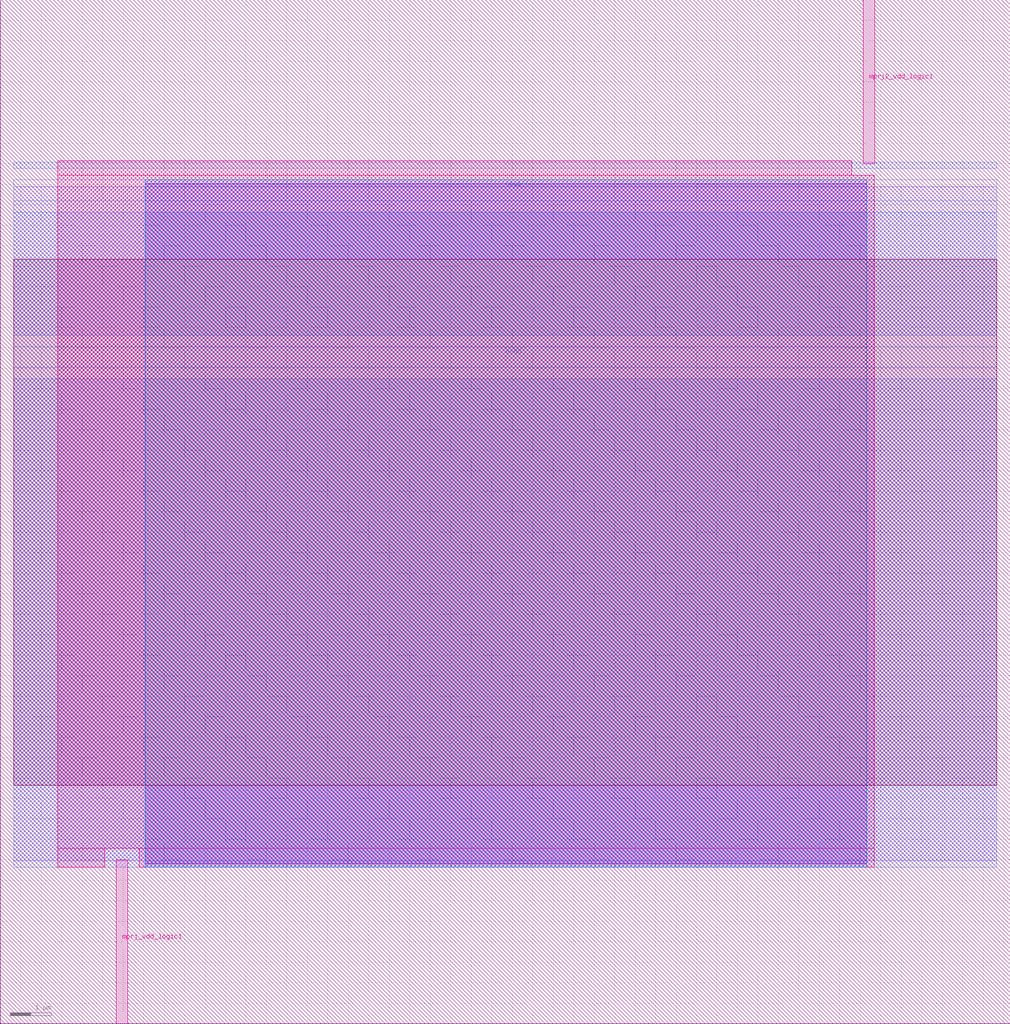
<source format=lef>
# Copyright 2020 The SkyWater PDK Authors
#
# Licensed under the Apache License, Version 2.0 (the "License");
# you may not use this file except in compliance with the License.
# You may obtain a copy of the License at
#
#     https://www.apache.org/licenses/LICENSE-2.0
#
# Unless required by applicable law or agreed to in writing, software
# distributed under the License is distributed on an "AS IS" BASIS,
# WITHOUT WARRANTIES OR CONDITIONS OF ANY KIND, either express or implied.
# See the License for the specific language governing permissions and
# limitations under the License.
#
# SPDX-License-Identifier: Apache-2.0

VERSION 5.7 ;

BUSBITCHARS "[]" ;
DIVIDERCHAR "/" ;

UNITS
  TIME NANOSECONDS 1 ;
  CAPACITANCE PICOFARADS 1 ;
  RESISTANCE OHMS 1 ;
  DATABASE MICRONS 1000 ;
END UNITS

MANUFACTURINGGRID 0.005 ;

PROPERTYDEFINITIONS
  LAYER LEF58_TYPE STRING ;
END PROPERTYDEFINITIONS

# High density, single height
SITE unithd
  SYMMETRY Y ;
  CLASS CORE ;
  SIZE 0.46 BY 2.72 ;
END unithd

# High density, double height
SITE unithddbl
  SYMMETRY Y ;
  CLASS CORE ;
  SIZE 0.46 BY 5.44 ;
END unithddbl

LAYER nwell
  TYPE MASTERSLICE ;
  PROPERTY LEF58_TYPE "TYPE NWELL ;" ;
END nwell

LAYER pwell
  TYPE MASTERSLICE ;
  PROPERTY LEF58_TYPE "TYPE PWELL ;" ;
END pwell

LAYER li1
  TYPE ROUTING ;
  DIRECTION VERTICAL ;

  PITCH 0.46 0.34 ;
  OFFSET 0.23 0.17 ;

  WIDTH 0.17 ;          # LI 1
  # SPACING  0.17 ;     # LI 2
  SPACINGTABLE
     PARALLELRUNLENGTH 0
     WIDTH 0 0.17 ;
  AREA 0.0561 ;         # LI 6
  THICKNESS 0.1 ;
  EDGECAPACITANCE 40.697E-6 ;
  CAPACITANCE CPERSQDIST 36.9866E-6 ;
  RESISTANCE RPERSQ 12.2 ;

  ANTENNAMODEL OXIDE1 ;
  ANTENNADIFFSIDEAREARATIO PWL ( ( 0 75 ) ( 0.0125 75 ) ( 0.0225 85.125 ) ( 22.5 10200 ) ) ;
END li1

LAYER mcon
  TYPE CUT ;

  WIDTH 0.17 ;                # Mcon 1
  SPACING 0.19 ;              # Mcon 2
  ENCLOSURE BELOW 0 0 ;       # Mcon 4
  ENCLOSURE ABOVE 0.03 0.06 ; # Met1 4 / Met1 5

  ANTENNADIFFAREARATIO PWL ( ( 0 3 ) ( 0.0125 3 ) ( 0.0225 3.405 ) ( 22.5 408 ) ) ;
  DCCURRENTDENSITY AVERAGE 0.36 ; # mA per via Iavg_max at Tj = 90oC

END mcon

LAYER met1
  TYPE ROUTING ;
  DIRECTION HORIZONTAL ;

  PITCH 0.34 ;
  OFFSET 0.17 ;

  WIDTH 0.14 ;                     # Met1 1
  # SPACING 0.14 ;                 # Met1 2
  # SPACING 0.28 RANGE 3.001 100 ; # Met1 3b
  SPACINGTABLE
     PARALLELRUNLENGTH 0
     WIDTH 0 0.14
     WIDTH 3 0.28 ;
  AREA 0.083 ;                     # Met1 6
  THICKNESS 0.35 ;

  ANTENNAMODEL OXIDE1 ;
  ANTENNADIFFSIDEAREARATIO PWL ( ( 0 400 ) ( 0.0125 400 ) ( 0.0225 2609 ) ( 22.5 11600 ) ) ;

  EDGECAPACITANCE 40.567E-6 ;
  CAPACITANCE CPERSQDIST 25.7784E-6 ;
  DCCURRENTDENSITY AVERAGE 2.8 ; # mA/um Iavg_max at Tj = 90oC
  ACCURRENTDENSITY RMS 6.1 ; # mA/um Irms_max at Tj = 90oC
  MAXIMUMDENSITY 70 ;
  DENSITYCHECKWINDOW 700 700 ;
  DENSITYCHECKSTEP 70 ;

  RESISTANCE RPERSQ 0.125 ;
END met1

LAYER via
  TYPE CUT ;
  WIDTH 0.15 ;                  # Via 1a
  SPACING 0.17 ;                # Via 2
  ENCLOSURE BELOW 0.055 0.085 ; # Via 4a / Via 5a
  ENCLOSURE ABOVE 0.055 0.085 ; # Met2 4 / Met2 5

  ANTENNADIFFAREARATIO PWL ( ( 0 6 ) ( 0.0125 6 ) ( 0.0225 6.81 ) ( 22.5 816 ) ) ;
  DCCURRENTDENSITY AVERAGE 0.29 ; # mA per via Iavg_max at Tj = 90oC
END via

LAYER met2
  TYPE ROUTING ;
  DIRECTION VERTICAL ;

  PITCH 0.46 ;
  OFFSET 0.23 ;

  WIDTH 0.14 ;                        # Met2 1
  # SPACING  0.14 ;                   # Met2 2
  # SPACING  0.28 RANGE 3.001 100 ;   # Met2 3b
  SPACINGTABLE
     PARALLELRUNLENGTH 0
     WIDTH 0 0.14
     WIDTH 3 0.28 ;
  AREA 0.0676 ;                       # Met2 6
  THICKNESS 0.35 ;

  EDGECAPACITANCE 37.759E-6 ;
  CAPACITANCE CPERSQDIST 16.9423E-6 ;
  RESISTANCE RPERSQ 0.125 ;
  DCCURRENTDENSITY AVERAGE 2.8 ; # mA/um Iavg_max at Tj = 90oC
  ACCURRENTDENSITY RMS 6.1 ; # mA/um Irms_max at Tj = 90oC

  ANTENNAMODEL OXIDE1 ;
  ANTENNADIFFSIDEAREARATIO PWL ( ( 0 400 ) ( 0.0125 400 ) ( 0.0225 2609 ) ( 22.5 11600 ) ) ;

  MAXIMUMDENSITY 70 ;
  DENSITYCHECKWINDOW 700 700 ;
  DENSITYCHECKSTEP 70 ;
END met2

# ******** Layer via2, type routing, number 44 **************
LAYER via2
  TYPE CUT ;
  WIDTH 0.2 ;                   # Via2 1
  SPACING 0.2 ;                 # Via2 2
  ENCLOSURE BELOW 0.04 0.085 ;  # Via2 4
  ENCLOSURE ABOVE 0.065 0.065 ; # Met3 4
  ANTENNADIFFAREARATIO PWL ( ( 0 6 ) ( 0.0125 6 ) ( 0.0225 6.81 ) ( 22.5 816 ) ) ;
  DCCURRENTDENSITY AVERAGE 0.48 ; # mA per via Iavg_max at Tj = 90oC
END via2

LAYER met3
  TYPE ROUTING ;
  DIRECTION HORIZONTAL ;

  PITCH 0.68 ;
  OFFSET 0.34 ;

  WIDTH 0.3 ;              # Met3 1
  # SPACING 0.3 ;          # Met3 2
  SPACINGTABLE
     PARALLELRUNLENGTH 0
     WIDTH 0 0.3
     WIDTH 3 0.4 ;
  AREA 0.24 ;              # Met3 6
  THICKNESS 0.8 ;

  EDGECAPACITANCE 40.989E-6 ;
  CAPACITANCE CPERSQDIST 12.3729E-6 ;
  RESISTANCE RPERSQ 0.047 ;
  DCCURRENTDENSITY AVERAGE 6.8 ; # mA/um Iavg_max at Tj = 90oC
  ACCURRENTDENSITY RMS 14.9 ; # mA/um Irms_max at Tj = 90oC

  ANTENNAMODEL OXIDE1 ;
  ANTENNADIFFSIDEAREARATIO PWL ( ( 0 400 ) ( 0.0125 400 ) ( 0.0225 2609 ) ( 22.5 11600 ) ) ;

  MAXIMUMDENSITY 70 ;
  DENSITYCHECKWINDOW 700 700 ;
  DENSITYCHECKSTEP 70 ;
END met3

LAYER via3
  TYPE CUT ;
  WIDTH 0.2 ;                   # Via3 1
  SPACING 0.2 ;                 # Via3 2
  ENCLOSURE BELOW 0.06 0.09 ;   # Via3 4 / Via3 5
  ENCLOSURE ABOVE 0.065 0.065 ; # Met4 3
  ANTENNADIFFAREARATIO PWL ( ( 0 6 ) ( 0.0125 6 ) ( 0.0225 6.81 ) ( 22.5 816 ) ) ;
  DCCURRENTDENSITY AVERAGE 0.48 ; # mA per via Iavg_max at Tj = 90oC
END via3

LAYER met4
  TYPE ROUTING ;
  DIRECTION VERTICAL ;

  PITCH 0.92 ;
  OFFSET 0.46 ;

  WIDTH 0.3 ;             # Met4 1
  # SPACING  0.3 ;             # Met4 2
  SPACINGTABLE
     PARALLELRUNLENGTH 0
     WIDTH 0 0.3
     WIDTH 3 0.4 ;
  AREA 0.24 ;            # Met4 4a

  THICKNESS 0.8 ;

  EDGECAPACITANCE 36.676E-6 ;
  CAPACITANCE CPERSQDIST 8.41537E-6 ;
  RESISTANCE RPERSQ 0.047 ;
  DCCURRENTDENSITY AVERAGE 6.8 ; # mA/um Iavg_max at Tj = 90oC
  ACCURRENTDENSITY RMS 14.9 ; # mA/um Irms_max at Tj = 90oC

  ANTENNAMODEL OXIDE1 ;
  ANTENNADIFFSIDEAREARATIO PWL ( ( 0 400 ) ( 0.0125 400 ) ( 0.0225 2609 ) ( 22.5 11600 ) ) ;

  MAXIMUMDENSITY 70 ;
  DENSITYCHECKWINDOW 700 700 ;
  DENSITYCHECKSTEP 70 ;
END met4

LAYER via4
  TYPE CUT ;

  WIDTH 0.8 ;                 # Via4 1
  SPACING 0.8 ;               # Via4 2
  ENCLOSURE BELOW 0.19 0.19 ; # Via4 4
  ENCLOSURE ABOVE 0.31 0.31 ; # Met5 3
  ANTENNADIFFAREARATIO PWL ( ( 0 6 ) ( 0.0125 6 ) ( 0.0225 6.81 ) ( 22.5 816 ) ) ;
  DCCURRENTDENSITY AVERAGE 2.49 ; # mA per via Iavg_max at Tj = 90oC
END via4

LAYER met5
  TYPE ROUTING ;
  DIRECTION HORIZONTAL ;

  PITCH 3.4 ;
  OFFSET 1.7 ;

  WIDTH 1.6 ;            # Met5 1
  #SPACING  1.6 ;        # Met5 2
  SPACINGTABLE
     PARALLELRUNLENGTH 0
     WIDTH 0 1.6 ;
  AREA 4 ;               # Met5 4

  THICKNESS 1.2 ;

  EDGECAPACITANCE 38.851E-6 ;
  CAPACITANCE CPERSQDIST 6.32063E-6 ;
  RESISTANCE RPERSQ 0.0285 ;
  DCCURRENTDENSITY AVERAGE 10.17 ; # mA/um Iavg_max at Tj = 90oC
  ACCURRENTDENSITY RMS 22.34 ; # mA/um Irms_max at Tj = 90oC

  ANTENNAMODEL OXIDE1 ;
  ANTENNADIFFSIDEAREARATIO PWL ( ( 0 400 ) ( 0.0125 400 ) ( 0.0225 2609 ) ( 22.5 11600 ) ) ;
END met5


### Routing via cells section   ###
# Plus via rule, metals are along the prefered direction
VIA L1M1_PR DEFAULT
  LAYER mcon ;
  RECT -0.085 -0.085 0.085 0.085 ;
  LAYER li1 ;
  RECT -0.085 -0.085 0.085 0.085 ;
  LAYER met1 ;
  RECT -0.145 -0.115 0.145 0.115 ;
END L1M1_PR

VIARULE L1M1_PR GENERATE
  LAYER li1 ;
  ENCLOSURE 0 0 ;
  LAYER met1 ;
  ENCLOSURE 0.06 0.03 ;
  LAYER mcon ;
  RECT -0.085 -0.085 0.085 0.085 ;
  SPACING 0.36 BY 0.36 ;
END L1M1_PR

# Plus via rule, metals are along the non prefered direction
VIA L1M1_PR_R DEFAULT
  LAYER mcon ;
  RECT -0.085 -0.085 0.085 0.085 ;
  LAYER li1 ;
  RECT -0.085 -0.085 0.085 0.085 ;
  LAYER met1 ;
  RECT -0.115 -0.145 0.115 0.145 ;
END L1M1_PR_R

VIARULE L1M1_PR_R GENERATE
  LAYER li1 ;
  ENCLOSURE 0 0 ;
  LAYER met1 ;
  ENCLOSURE 0.03 0.06 ;
  LAYER mcon ;
  RECT -0.085 -0.085 0.085 0.085 ;
  SPACING 0.36 BY 0.36 ;
END L1M1_PR_R

# Minus via rule, lower layer metal is along prefered direction
VIA L1M1_PR_M DEFAULT
  LAYER mcon ;
  RECT -0.085 -0.085 0.085 0.085 ;
  LAYER li1 ;
  RECT -0.085 -0.085 0.085 0.085 ;
  LAYER met1 ;
  RECT -0.115 -0.145 0.115 0.145 ;
END L1M1_PR_M

VIARULE L1M1_PR_M GENERATE
  LAYER li1 ;
  ENCLOSURE 0 0 ;
  LAYER met1 ;
  ENCLOSURE 0.03 0.06 ;
  LAYER mcon ;
  RECT -0.085 -0.085 0.085 0.085 ;
  SPACING 0.36 BY 0.36 ;
END L1M1_PR_M

# Minus via rule, upper layer metal is along prefered direction
VIA L1M1_PR_MR DEFAULT
  LAYER mcon ;
  RECT -0.085 -0.085 0.085 0.085 ;
  LAYER li1 ;
  RECT -0.085 -0.085 0.085 0.085 ;
  LAYER met1 ;
  RECT -0.145 -0.115 0.145 0.115 ;
END L1M1_PR_MR

VIARULE L1M1_PR_MR GENERATE
  LAYER li1 ;
  ENCLOSURE 0 0 ;
  LAYER met1 ;
  ENCLOSURE 0.06 0.03 ;
  LAYER mcon ;
  RECT -0.085 -0.085 0.085 0.085 ;
  SPACING 0.36 BY 0.36 ;
END L1M1_PR_MR

# Centered via rule, we really do not want to use it
VIA L1M1_PR_C DEFAULT
  LAYER mcon ;
  RECT -0.085 -0.085 0.085 0.085 ;
  LAYER li1 ;
  RECT -0.085 -0.085 0.085 0.085 ;
  LAYER met1 ;
  RECT -0.145 -0.145 0.145 0.145 ;
END L1M1_PR_C

VIARULE L1M1_PR_C GENERATE
  LAYER li1 ;
  ENCLOSURE 0 0 ;
  LAYER met1 ;
  ENCLOSURE 0.06 0.06 ;
  LAYER mcon ;
  RECT -0.085 -0.085 0.085 0.085 ;
  SPACING 0.36 BY 0.36 ;
END L1M1_PR_C

# Plus via rule, metals are along the prefered direction
VIA M1M2_PR DEFAULT
  LAYER via ;
  RECT -0.075 -0.075 0.075 0.075 ;
  LAYER met1 ;
  RECT -0.16 -0.13 0.16 0.13 ;
  LAYER met2 ;
  RECT -0.13 -0.16 0.13 0.16 ;
END M1M2_PR

VIARULE M1M2_PR GENERATE
  LAYER met1 ;
  ENCLOSURE 0.085 0.055 ;
  LAYER met2 ;
  ENCLOSURE 0.055 0.085 ;
  LAYER via ;
  RECT -0.075 -0.075 0.075 0.075 ;
  SPACING 0.32 BY 0.32 ;
END M1M2_PR

# Plus via rule, metals are along the non prefered direction
VIA M1M2_PR_R DEFAULT
  LAYER via ;
  RECT -0.075 -0.075 0.075 0.075 ;
  LAYER met1 ;
  RECT -0.13 -0.16 0.13 0.16 ;
  LAYER met2 ;
  RECT -0.16 -0.13 0.16 0.13 ;
END M1M2_PR_R

VIARULE M1M2_PR_R GENERATE
  LAYER met1 ;
  ENCLOSURE 0.055 0.085 ;
  LAYER met2 ;
  ENCLOSURE 0.085 0.055 ;
  LAYER via ;
  RECT -0.075 -0.075 0.075 0.075 ;
  SPACING 0.32 BY 0.32 ;
END M1M2_PR_R

# Minus via rule, lower layer metal is along prefered direction
VIA M1M2_PR_M DEFAULT
  LAYER via ;
  RECT -0.075 -0.075 0.075 0.075 ;
  LAYER met1 ;
  RECT -0.16 -0.13 0.16 0.13 ;
  LAYER met2 ;
  RECT -0.16 -0.13 0.16 0.13 ;
END M1M2_PR_M

VIARULE M1M2_PR_M GENERATE
  LAYER met1 ;
  ENCLOSURE 0.085 0.055 ;
  LAYER met2 ;
  ENCLOSURE 0.085 0.055 ;
  LAYER via ;
  RECT -0.075 -0.075 0.075 0.075 ;
  SPACING 0.32 BY 0.32 ;
END M1M2_PR_M

# Minus via rule, upper layer metal is along prefered direction
VIA M1M2_PR_MR DEFAULT
  LAYER via ;
  RECT -0.075 -0.075 0.075 0.075 ;
  LAYER met1 ;
  RECT -0.13 -0.16 0.13 0.16 ;
  LAYER met2 ;
  RECT -0.13 -0.16 0.13 0.16 ;
END M1M2_PR_MR

VIARULE M1M2_PR_MR GENERATE
  LAYER met1 ;
  ENCLOSURE 0.055 0.085 ;
  LAYER met2 ;
  ENCLOSURE 0.055 0.085 ;
  LAYER via ;
  RECT -0.075 -0.075 0.075 0.075 ;
  SPACING 0.32 BY 0.32 ;
END M1M2_PR_MR

# Centered via rule, we really do not want to use it
VIA M1M2_PR_C DEFAULT
  LAYER via ;
  RECT -0.075 -0.075 0.075 0.075 ;
  LAYER met1 ;
  RECT -0.16 -0.16 0.16 0.16 ;
  LAYER met2 ;
  RECT -0.16 -0.16 0.16 0.16 ;
END M1M2_PR_C

VIARULE M1M2_PR_C GENERATE
  LAYER met1 ;
  ENCLOSURE 0.085 0.085 ;
  LAYER met2 ;
  ENCLOSURE 0.085 0.085 ;
  LAYER via ;
  RECT -0.075 -0.075 0.075 0.075 ;
  SPACING 0.32 BY 0.32 ;
END M1M2_PR_C

# Plus via rule, metals are along the prefered direction
VIA M2M3_PR DEFAULT
  LAYER via2 ;
  RECT -0.1 -0.1 0.1 0.1 ;
  LAYER met2 ;
  RECT -0.14 -0.185 0.14 0.185 ;
  LAYER met3 ;
  RECT -0.165 -0.165 0.165 0.165 ;
END M2M3_PR

VIARULE M2M3_PR GENERATE
  LAYER met2 ;
  ENCLOSURE 0.04 0.085 ;
  LAYER met3 ;
  ENCLOSURE 0.065 0.065 ;
  LAYER via2 ;
  RECT -0.1 -0.1 0.1 0.1 ;
  SPACING 0.4 BY 0.4 ;
END M2M3_PR

# Plus via rule, metals are along the non prefered direction
VIA M2M3_PR_R DEFAULT
  LAYER via2 ;
  RECT -0.1 -0.1 0.1 0.1 ;
  LAYER met2 ;
  RECT -0.185 -0.14 0.185 0.14 ;
  LAYER met3 ;
  RECT -0.165 -0.165 0.165 0.165 ;
END M2M3_PR_R

VIARULE M2M3_PR_R GENERATE
  LAYER met2 ;
  ENCLOSURE 0.085 0.04 ;
  LAYER met3 ;
  ENCLOSURE 0.065 0.065 ;
  LAYER via2 ;
  RECT -0.1 -0.1 0.1 0.1 ;
  SPACING 0.4 BY 0.4 ;
END M2M3_PR_R

# Minus via rule, lower layer metal is along prefered direction
VIA M2M3_PR_M DEFAULT
  LAYER via2 ;
  RECT -0.1 -0.1 0.1 0.1 ;
  LAYER met2 ;
  RECT -0.14 -0.185 0.14 0.185 ;
  LAYER met3 ;
  RECT -0.165 -0.165 0.165 0.165 ;
END M2M3_PR_M

VIARULE M2M3_PR_M GENERATE
  LAYER met2 ;
  ENCLOSURE 0.04 0.085 ;
  LAYER met3 ;
  ENCLOSURE 0.065 0.065 ;
  LAYER via2 ;
  RECT -0.1 -0.1 0.1 0.1 ;
  SPACING 0.4 BY 0.4 ;
END M2M3_PR_M

# Minus via rule, upper layer metal is along prefered direction
VIA M2M3_PR_MR DEFAULT
  LAYER via2 ;
  RECT -0.1 -0.1 0.1 0.1 ;
  LAYER met2 ;
  RECT -0.185 -0.14 0.185 0.14 ;
  LAYER met3 ;
  RECT -0.165 -0.165 0.165 0.165 ;
END M2M3_PR_MR

VIARULE M2M3_PR_MR GENERATE
  LAYER met2 ;
  ENCLOSURE 0.085 0.04 ;
  LAYER met3 ;
  ENCLOSURE 0.065 0.065 ;
  LAYER via2 ;
  RECT -0.1 -0.1 0.1 0.1 ;
  SPACING 0.4 BY 0.4 ;
END M2M3_PR_MR

# Centered via rule, we really do not want to use it
VIA M2M3_PR_C DEFAULT
  LAYER via2 ;
  RECT -0.1 -0.1 0.1 0.1 ;
  LAYER met2 ;
  RECT -0.185 -0.185 0.185 0.185 ;
  LAYER met3 ;
  RECT -0.165 -0.165 0.165 0.165 ;
END M2M3_PR_C

VIARULE M2M3_PR_C GENERATE
  LAYER met2 ;
  ENCLOSURE 0.085 0.085 ;
  LAYER met3 ;
  ENCLOSURE 0.065 0.065 ;
  LAYER via2 ;
  RECT -0.1 -0.1 0.1 0.1 ;
  SPACING 0.4 BY 0.4 ;
END M2M3_PR_C

# Plus via rule, metals are along the prefered direction
VIA M3M4_PR DEFAULT
  LAYER via3 ;
  RECT -0.1 -0.1 0.1 0.1 ;
  LAYER met3 ;
  RECT -0.19 -0.16 0.19 0.16 ;
  LAYER met4 ;
  RECT -0.165 -0.165 0.165 0.165 ;
END M3M4_PR

VIARULE M3M4_PR GENERATE
  LAYER met3 ;
  ENCLOSURE 0.09 0.06 ;
  LAYER met4 ;
  ENCLOSURE 0.065 0.065 ;
  LAYER via3 ;
  RECT -0.1 -0.1 0.1 0.1 ;
  SPACING 0.4 BY 0.4 ;
END M3M4_PR

# Plus via rule, metals are along the non prefered direction
VIA M3M4_PR_R DEFAULT
  LAYER via3 ;
  RECT -0.1 -0.1 0.1 0.1 ;
  LAYER met3 ;
  RECT -0.16 -0.19 0.16 0.19 ;
  LAYER met4 ;
  RECT -0.165 -0.165 0.165 0.165 ;
END M3M4_PR_R

VIARULE M3M4_PR_R GENERATE
  LAYER met3 ;
  ENCLOSURE 0.06 0.09 ;
  LAYER met4 ;
  ENCLOSURE 0.065 0.065 ;
  LAYER via3 ;
  RECT -0.1 -0.1 0.1 0.1 ;
  SPACING 0.4 BY 0.4 ;
END M3M4_PR_R

# Minus via rule, lower layer metal is along prefered direction
VIA M3M4_PR_M DEFAULT
  LAYER via3 ;
  RECT -0.1 -0.1 0.1 0.1 ;
  LAYER met3 ;
  RECT -0.19 -0.16 0.19 0.16 ;
  LAYER met4 ;
  RECT -0.165 -0.165 0.165 0.165 ;
END M3M4_PR_M

VIARULE M3M4_PR_M GENERATE
  LAYER met3 ;
  ENCLOSURE 0.09 0.06 ;
  LAYER met4 ;
  ENCLOSURE 0.065 0.065 ;
  LAYER via3 ;
  RECT -0.1 -0.1 0.1 0.1 ;
  SPACING 0.4 BY 0.4 ;
END M3M4_PR_M

# Minus via rule, upper layer metal is along prefered direction
VIA M3M4_PR_MR DEFAULT
  LAYER via3 ;
  RECT -0.1 -0.1 0.1 0.1 ;
  LAYER met3 ;
  RECT -0.16 -0.19 0.16 0.19 ;
  LAYER met4 ;
  RECT -0.165 -0.165 0.165 0.165 ;
END M3M4_PR_MR

VIARULE M3M4_PR_MR GENERATE
  LAYER met3 ;
  ENCLOSURE 0.06 0.09 ;
  LAYER met4 ;
  ENCLOSURE 0.065 0.065 ;
  LAYER via3 ;
  RECT -0.1 -0.1 0.1 0.1 ;
  SPACING 0.4 BY 0.4 ;
END M3M4_PR_MR

# Centered via rule, we really do not want to use it
VIA M3M4_PR_C DEFAULT
  LAYER via3 ;
  RECT -0.1 -0.1 0.1 0.1 ;
  LAYER met3 ;
  RECT -0.19 -0.19 0.19 0.19 ;
  LAYER met4 ;
  RECT -0.165 -0.165 0.165 0.165 ;
END M3M4_PR_C

VIARULE M3M4_PR_C GENERATE
  LAYER met3 ;
  ENCLOSURE 0.09 0.09 ;
  LAYER met4 ;
  ENCLOSURE 0.065 0.065 ;
  LAYER via3 ;
  RECT -0.1 -0.1 0.1 0.1 ;
  SPACING 0.4 BY 0.4 ;
END M3M4_PR_C

# Plus via rule, metals are along the prefered direction
VIA M4M5_PR DEFAULT
  LAYER via4 ;
  RECT -0.4 -0.4 0.4 0.4 ;
  LAYER met4 ;
  RECT -0.59 -0.59 0.59 0.59 ;
  LAYER met5 ;
  RECT -0.71 -0.71 0.71 0.71 ;
END M4M5_PR

VIARULE M4M5_PR GENERATE
  LAYER met4 ;
  ENCLOSURE 0.19 0.19 ;
  LAYER met5 ;
  ENCLOSURE 0.31 0.31 ;
  LAYER via4 ;
  RECT -0.4 -0.4 0.4 0.4 ;
  SPACING 1.6 BY 1.6 ;
END M4M5_PR

# Plus via rule, metals are along the non prefered direction
VIA M4M5_PR_R DEFAULT
  LAYER via4 ;
  RECT -0.4 -0.4 0.4 0.4 ;
  LAYER met4 ;
  RECT -0.59 -0.59 0.59 0.59 ;
  LAYER met5 ;
  RECT -0.71 -0.71 0.71 0.71 ;
END M4M5_PR_R

VIARULE M4M5_PR_R GENERATE
  LAYER met4 ;
  ENCLOSURE 0.19 0.19 ;
  LAYER met5 ;
  ENCLOSURE 0.31 0.31 ;
  LAYER via4 ;
  RECT -0.4 -0.4 0.4 0.4 ;
  SPACING 1.6 BY 1.6 ;
END M4M5_PR_R

# Minus via rule, lower layer metal is along prefered direction
VIA M4M5_PR_M DEFAULT
  LAYER via4 ;
  RECT -0.4 -0.4 0.4 0.4 ;
  LAYER met4 ;
  RECT -0.59 -0.59 0.59 0.59 ;
  LAYER met5 ;
  RECT -0.71 -0.71 0.71 0.71 ;
END M4M5_PR_M

VIARULE M4M5_PR_M GENERATE
  LAYER met4 ;
  ENCLOSURE 0.19 0.19 ;
  LAYER met5 ;
  ENCLOSURE 0.31 0.31 ;
  LAYER via4 ;
  RECT -0.4 -0.4 0.4 0.4 ;
  SPACING 1.6 BY 1.6 ;
END M4M5_PR_M

# Minus via rule, upper layer metal is along prefered direction
VIA M4M5_PR_MR DEFAULT
  LAYER via4 ;
  RECT -0.4 -0.4 0.4 0.4 ;
  LAYER met4 ;
  RECT -0.59 -0.59 0.59 0.59 ;
  LAYER met5 ;
  RECT -0.71 -0.71 0.71 0.71 ;
END M4M5_PR_MR

VIARULE M4M5_PR_MR GENERATE
  LAYER met4 ;
  ENCLOSURE 0.19 0.19 ;
  LAYER met5 ;
  ENCLOSURE 0.31 0.31 ;
  LAYER via4 ;
  RECT -0.4 -0.4 0.4 0.4 ;
  SPACING 1.6 BY 1.6 ;
END M4M5_PR_MR

# Centered via rule, we really do not want to use it
VIA M4M5_PR_C DEFAULT
  LAYER via4 ;
  RECT -0.4 -0.4 0.4 0.4 ;
  LAYER met4 ;
  RECT -0.59 -0.59 0.59 0.59 ;
  LAYER met5 ;
  RECT -0.71 -0.71 0.71 0.71 ;
END M4M5_PR_C

VIARULE M4M5_PR_C GENERATE
  LAYER met4 ;
  ENCLOSURE 0.19 0.19 ;
  LAYER met5 ;
  ENCLOSURE 0.31 0.31 ;
  LAYER via4 ;
  RECT -0.4 -0.4 0.4 0.4 ;
  SPACING 1.6 BY 1.6 ;
END M4M5_PR_C
###  end of single via cells   ###


MACRO sky130_fd_sc_hd__bufbuf_8
  CLASS CORE ;
  FOREIGN sky130_fd_sc_hd__bufbuf_8 ;
  ORIGIN  0.000000  0.000000 ;
  SIZE  6.900000 BY  2.720000 ;
  SYMMETRY X Y R90 ;
  SITE unithd ;
  PIN A
    ANTENNAGATEAREA  0.159000 ;
    DIRECTION INPUT ;
    USE SIGNAL ;
    PORT
      LAYER li1 ;
        RECT 0.110000 1.075000 0.440000 1.275000 ;
    END
  END A
  PIN X
    ANTENNADIFFAREA  1.782000 ;
    DIRECTION OUTPUT ;
    USE SIGNAL ;
    PORT
      LAYER li1 ;
        RECT 3.230000 0.260000 3.560000 0.735000 ;
        RECT 3.230000 0.735000 6.815000 0.905000 ;
        RECT 3.230000 1.445000 6.815000 1.615000 ;
        RECT 3.230000 1.615000 3.560000 2.465000 ;
        RECT 4.070000 0.260000 4.400000 0.735000 ;
        RECT 4.070000 1.615000 4.400000 2.465000 ;
        RECT 4.910000 0.260000 5.240000 0.735000 ;
        RECT 4.910000 1.615000 5.240000 2.465000 ;
        RECT 5.750000 0.260000 6.080000 0.735000 ;
        RECT 5.750000 1.615000 6.080000 2.465000 ;
        RECT 6.435000 0.905000 6.815000 1.445000 ;
    END
  END X
  PIN VGND
    DIRECTION INOUT ;
    SHAPE ABUTMENT ;
    USE GROUND ;
    PORT
      LAYER met1 ;
        RECT 0.000000 -0.240000 6.900000 0.240000 ;
    END
  END VGND
  PIN VNB
    DIRECTION INOUT ;
    USE GROUND ;
    PORT
      LAYER pwell ;
        RECT 0.150000 -0.085000 0.320000 0.085000 ;
    END
  END VNB
  PIN VPB
    DIRECTION INOUT ;
    USE POWER ;
    PORT
      LAYER nwell ;
        RECT -0.190000 1.305000 7.090000 2.910000 ;
    END
  END VPB
  PIN VPWR
    DIRECTION INOUT ;
    SHAPE ABUTMENT ;
    USE POWER ;
    PORT
      LAYER met1 ;
        RECT 0.000000 2.480000 6.900000 2.960000 ;
    END
  END VPWR
  OBS
    LAYER li1 ;
      RECT 0.000000 -0.085000 6.900000 0.085000 ;
      RECT 0.000000  2.635000 6.900000 2.805000 ;
      RECT 0.095000  0.260000 0.425000 0.735000 ;
      RECT 0.095000  0.735000 0.780000 0.905000 ;
      RECT 0.095000  1.445000 0.780000 1.615000 ;
      RECT 0.095000  1.615000 0.425000 2.160000 ;
      RECT 0.595000  0.085000 0.765000 0.565000 ;
      RECT 0.595000  1.785000 0.765000 2.635000 ;
      RECT 0.610000  0.905000 0.780000 0.995000 ;
      RECT 0.610000  0.995000 1.040000 1.325000 ;
      RECT 0.610000  1.325000 0.780000 1.445000 ;
      RECT 1.000000  0.260000 1.380000 0.825000 ;
      RECT 1.000000  1.545000 1.380000 2.465000 ;
      RECT 1.210000  0.825000 1.380000 1.075000 ;
      RECT 1.210000  1.075000 2.720000 1.275000 ;
      RECT 1.210000  1.275000 1.380000 1.545000 ;
      RECT 1.550000  0.260000 1.880000 0.735000 ;
      RECT 1.550000  0.735000 3.060000 0.905000 ;
      RECT 1.550000  1.445000 3.060000 1.615000 ;
      RECT 1.550000  1.615000 1.880000 2.465000 ;
      RECT 2.050000  0.085000 2.220000 0.565000 ;
      RECT 2.050000  1.785000 2.220000 2.635000 ;
      RECT 2.390000  0.260000 2.720000 0.735000 ;
      RECT 2.390000  1.615000 2.720000 2.465000 ;
      RECT 2.890000  0.085000 3.060000 0.565000 ;
      RECT 2.890000  0.905000 3.060000 1.075000 ;
      RECT 2.890000  1.075000 5.360000 1.275000 ;
      RECT 2.890000  1.275000 3.060000 1.445000 ;
      RECT 2.890000  1.785000 3.060000 2.635000 ;
      RECT 3.730000  0.085000 3.900000 0.565000 ;
      RECT 3.730000  1.835000 3.900000 2.635000 ;
      RECT 4.570000  0.085000 4.740000 0.565000 ;
      RECT 4.570000  1.835000 4.740000 2.635000 ;
      RECT 5.410000  0.085000 5.580000 0.565000 ;
      RECT 5.410000  1.835000 5.580000 2.635000 ;
      RECT 6.250000  0.085000 6.420000 0.565000 ;
      RECT 6.250000  1.835000 6.420000 2.635000 ;
    LAYER mcon ;
      RECT 0.145000 -0.085000 0.315000 0.085000 ;
      RECT 0.145000  2.635000 0.315000 2.805000 ;
      RECT 0.605000 -0.085000 0.775000 0.085000 ;
      RECT 0.605000  2.635000 0.775000 2.805000 ;
      RECT 1.065000 -0.085000 1.235000 0.085000 ;
      RECT 1.065000  2.635000 1.235000 2.805000 ;
      RECT 1.525000 -0.085000 1.695000 0.085000 ;
      RECT 1.525000  2.635000 1.695000 2.805000 ;
      RECT 1.985000 -0.085000 2.155000 0.085000 ;
      RECT 1.985000  2.635000 2.155000 2.805000 ;
      RECT 2.445000 -0.085000 2.615000 0.085000 ;
      RECT 2.445000  2.635000 2.615000 2.805000 ;
      RECT 2.905000 -0.085000 3.075000 0.085000 ;
      RECT 2.905000  2.635000 3.075000 2.805000 ;
      RECT 3.365000 -0.085000 3.535000 0.085000 ;
      RECT 3.365000  2.635000 3.535000 2.805000 ;
      RECT 3.825000 -0.085000 3.995000 0.085000 ;
      RECT 3.825000  2.635000 3.995000 2.805000 ;
      RECT 4.285000 -0.085000 4.455000 0.085000 ;
      RECT 4.285000  2.635000 4.455000 2.805000 ;
      RECT 4.745000 -0.085000 4.915000 0.085000 ;
      RECT 4.745000  2.635000 4.915000 2.805000 ;
      RECT 5.205000 -0.085000 5.375000 0.085000 ;
      RECT 5.205000  2.635000 5.375000 2.805000 ;
      RECT 5.665000 -0.085000 5.835000 0.085000 ;
      RECT 5.665000  2.635000 5.835000 2.805000 ;
      RECT 6.125000 -0.085000 6.295000 0.085000 ;
      RECT 6.125000  2.635000 6.295000 2.805000 ;
      RECT 6.585000 -0.085000 6.755000 0.085000 ;
      RECT 6.585000  2.635000 6.755000 2.805000 ;
  END
END sky130_fd_sc_hd__bufbuf_8
MACRO sky130_fd_sc_hd__bufbuf_16
  CLASS CORE ;
  FOREIGN sky130_fd_sc_hd__bufbuf_16 ;
  ORIGIN  0.000000  0.000000 ;
  SIZE  11.96000 BY  2.720000 ;
  SYMMETRY X Y R90 ;
  SITE unithd ;
  PIN A
    ANTENNAGATEAREA  0.247500 ;
    DIRECTION INPUT ;
    USE SIGNAL ;
    PORT
      LAYER li1 ;
        RECT 0.110000 1.075000 0.440000 1.275000 ;
    END
  END A
  PIN X
    ANTENNADIFFAREA  3.564000 ;
    DIRECTION OUTPUT ;
    USE SIGNAL ;
    PORT
      LAYER li1 ;
        RECT  5.235000 0.255000  5.485000 0.260000 ;
        RECT  5.235000 0.260000  5.565000 0.735000 ;
        RECT  5.235000 0.735000 11.875000 0.905000 ;
        RECT  5.235000 1.445000 11.875000 1.615000 ;
        RECT  5.235000 1.615000  5.565000 2.465000 ;
        RECT  6.075000 0.260000  6.405000 0.735000 ;
        RECT  6.075000 1.615000  6.405000 2.465000 ;
        RECT  6.155000 0.255000  6.325000 0.260000 ;
        RECT  6.915000 0.260000  7.245000 0.735000 ;
        RECT  6.915000 1.615000  7.245000 2.465000 ;
        RECT  6.995000 0.255000  7.165000 0.260000 ;
        RECT  7.755000 0.260000  8.085000 0.735000 ;
        RECT  7.755000 1.615000  8.085000 2.465000 ;
        RECT  8.595000 0.260000  8.925000 0.735000 ;
        RECT  8.595000 1.615000  8.925000 2.465000 ;
        RECT  9.435000 0.260000  9.765000 0.735000 ;
        RECT  9.435000 1.615000  9.765000 2.465000 ;
        RECT 10.275000 0.260000 10.605000 0.735000 ;
        RECT 10.275000 1.615000 10.605000 2.465000 ;
        RECT 11.115000 0.260000 11.445000 0.735000 ;
        RECT 11.115000 1.615000 11.445000 2.465000 ;
        RECT 11.620000 0.905000 11.875000 1.445000 ;
    END
  END X
  PIN VGND
    DIRECTION INOUT ;
    SHAPE ABUTMENT ;
    USE GROUND ;
    PORT
      LAYER met1 ;
        RECT 0.000000 -0.240000 11.960000 0.240000 ;
    END
  END VGND
  PIN VNB
    DIRECTION INOUT ;
    USE GROUND ;
    PORT
      LAYER pwell ;
        RECT 0.150000 -0.085000 0.320000 0.085000 ;
    END
  END VNB
  PIN VPB
    DIRECTION INOUT ;
    USE POWER ;
    PORT
      LAYER nwell ;
        RECT -0.190000 1.305000 12.150000 2.910000 ;
    END
  END VPB
  PIN VPWR
    DIRECTION INOUT ;
    SHAPE ABUTMENT ;
    USE POWER ;
    PORT
      LAYER met1 ;
        RECT 0.000000 2.480000 11.960000 2.960000 ;
    END
  END VPWR
  OBS
    LAYER li1 ;
      RECT  0.000000 -0.085000 11.960000 0.085000 ;
      RECT  0.000000  2.635000 11.960000 2.805000 ;
      RECT  0.175000  0.085000  0.345000 0.905000 ;
      RECT  0.175000  1.445000  0.345000 2.635000 ;
      RECT  0.515000  0.260000  0.845000 0.905000 ;
      RECT  0.515000  1.445000  0.845000 2.465000 ;
      RECT  0.610000  0.905000  0.845000 1.075000 ;
      RECT  0.610000  1.075000  2.205000 1.275000 ;
      RECT  0.610000  1.275000  0.845000 1.445000 ;
      RECT  1.035000  0.260000  1.365000 0.735000 ;
      RECT  1.035000  0.735000  2.545000 0.905000 ;
      RECT  1.035000  1.445000  2.545000 1.615000 ;
      RECT  1.035000  1.615000  1.365000 2.465000 ;
      RECT  1.535000  0.085000  1.705000 0.565000 ;
      RECT  1.535000  1.785000  1.705000 2.635000 ;
      RECT  1.875000  0.260000  2.205000 0.735000 ;
      RECT  1.875000  1.615000  2.205000 2.465000 ;
      RECT  2.375000  0.085000  2.545000 0.565000 ;
      RECT  2.375000  0.905000  2.545000 1.075000 ;
      RECT  2.375000  1.075000  4.685000 1.275000 ;
      RECT  2.375000  1.275000  2.545000 1.445000 ;
      RECT  2.375000  1.785000  2.545000 2.635000 ;
      RECT  2.715000  0.260000  3.045000 0.735000 ;
      RECT  2.715000  0.735000  5.065000 0.905000 ;
      RECT  2.715000  1.445000  5.065000 1.615000 ;
      RECT  2.715000  1.615000  3.045000 2.465000 ;
      RECT  3.215000  0.085000  3.385000 0.565000 ;
      RECT  3.215000  1.835000  3.385000 2.635000 ;
      RECT  3.555000  0.260000  3.885000 0.735000 ;
      RECT  3.555000  1.615000  3.885000 2.465000 ;
      RECT  4.055000  0.085000  4.225000 0.565000 ;
      RECT  4.055000  1.835000  4.225000 2.635000 ;
      RECT  4.395000  0.260000  4.725000 0.735000 ;
      RECT  4.395000  1.615000  4.725000 2.465000 ;
      RECT  4.890000  0.905000  5.065000 1.075000 ;
      RECT  4.890000  1.075000 11.450000 1.275000 ;
      RECT  4.890000  1.275000  5.065000 1.445000 ;
      RECT  4.895000  0.085000  5.065000 0.565000 ;
      RECT  4.895000  1.835000  5.065000 2.635000 ;
      RECT  5.735000  0.085000  5.905000 0.565000 ;
      RECT  5.735000  1.835000  5.905000 2.635000 ;
      RECT  6.575000  0.085000  6.745000 0.565000 ;
      RECT  6.575000  1.835000  6.745000 2.635000 ;
      RECT  7.415000  0.085000  7.585000 0.565000 ;
      RECT  7.415000  1.835000  7.585000 2.635000 ;
      RECT  8.255000  0.085000  8.425000 0.565000 ;
      RECT  8.255000  1.835000  8.425000 2.635000 ;
      RECT  9.095000  0.085000  9.265000 0.565000 ;
      RECT  9.095000  1.835000  9.265000 2.635000 ;
      RECT  9.935000  0.085000 10.105000 0.565000 ;
      RECT  9.935000  1.835000 10.105000 2.635000 ;
      RECT 10.775000  0.085000 10.945000 0.565000 ;
      RECT 10.775000  1.835000 10.945000 2.635000 ;
      RECT 11.615000  0.085000 11.785000 0.565000 ;
      RECT 11.615000  1.835000 11.785000 2.635000 ;
    LAYER mcon ;
      RECT  0.145000 -0.085000  0.315000 0.085000 ;
      RECT  0.145000  2.635000  0.315000 2.805000 ;
      RECT  0.605000 -0.085000  0.775000 0.085000 ;
      RECT  0.605000  2.635000  0.775000 2.805000 ;
      RECT  1.065000 -0.085000  1.235000 0.085000 ;
      RECT  1.065000  2.635000  1.235000 2.805000 ;
      RECT  1.525000 -0.085000  1.695000 0.085000 ;
      RECT  1.525000  2.635000  1.695000 2.805000 ;
      RECT  1.985000 -0.085000  2.155000 0.085000 ;
      RECT  1.985000  2.635000  2.155000 2.805000 ;
      RECT  2.445000 -0.085000  2.615000 0.085000 ;
      RECT  2.445000  2.635000  2.615000 2.805000 ;
      RECT  2.905000 -0.085000  3.075000 0.085000 ;
      RECT  2.905000  2.635000  3.075000 2.805000 ;
      RECT  3.365000 -0.085000  3.535000 0.085000 ;
      RECT  3.365000  2.635000  3.535000 2.805000 ;
      RECT  3.825000 -0.085000  3.995000 0.085000 ;
      RECT  3.825000  2.635000  3.995000 2.805000 ;
      RECT  4.285000 -0.085000  4.455000 0.085000 ;
      RECT  4.285000  2.635000  4.455000 2.805000 ;
      RECT  4.745000 -0.085000  4.915000 0.085000 ;
      RECT  4.745000  2.635000  4.915000 2.805000 ;
      RECT  5.205000 -0.085000  5.375000 0.085000 ;
      RECT  5.205000  2.635000  5.375000 2.805000 ;
      RECT  5.665000 -0.085000  5.835000 0.085000 ;
      RECT  5.665000  2.635000  5.835000 2.805000 ;
      RECT  6.125000 -0.085000  6.295000 0.085000 ;
      RECT  6.125000  2.635000  6.295000 2.805000 ;
      RECT  6.585000 -0.085000  6.755000 0.085000 ;
      RECT  6.585000  2.635000  6.755000 2.805000 ;
      RECT  7.045000 -0.085000  7.215000 0.085000 ;
      RECT  7.045000  2.635000  7.215000 2.805000 ;
      RECT  7.505000 -0.085000  7.675000 0.085000 ;
      RECT  7.505000  2.635000  7.675000 2.805000 ;
      RECT  7.965000 -0.085000  8.135000 0.085000 ;
      RECT  7.965000  2.635000  8.135000 2.805000 ;
      RECT  8.425000 -0.085000  8.595000 0.085000 ;
      RECT  8.425000  2.635000  8.595000 2.805000 ;
      RECT  8.885000 -0.085000  9.055000 0.085000 ;
      RECT  8.885000  2.635000  9.055000 2.805000 ;
      RECT  9.345000 -0.085000  9.515000 0.085000 ;
      RECT  9.345000  2.635000  9.515000 2.805000 ;
      RECT  9.805000 -0.085000  9.975000 0.085000 ;
      RECT  9.805000  2.635000  9.975000 2.805000 ;
      RECT 10.265000 -0.085000 10.435000 0.085000 ;
      RECT 10.265000  2.635000 10.435000 2.805000 ;
      RECT 10.725000 -0.085000 10.895000 0.085000 ;
      RECT 10.725000  2.635000 10.895000 2.805000 ;
      RECT 11.185000 -0.085000 11.355000 0.085000 ;
      RECT 11.185000  2.635000 11.355000 2.805000 ;
      RECT 11.645000 -0.085000 11.815000 0.085000 ;
      RECT 11.645000  2.635000 11.815000 2.805000 ;
  END
END sky130_fd_sc_hd__bufbuf_16
MACRO sky130_fd_sc_hd__o311ai_2
  CLASS CORE ;
  FOREIGN sky130_fd_sc_hd__o311ai_2 ;
  ORIGIN  0.000000  0.000000 ;
  SIZE  5.980000 BY  2.720000 ;
  SYMMETRY X Y R90 ;
  SITE unithd ;
  PIN A1
    ANTENNAGATEAREA  0.495000 ;
    DIRECTION INPUT ;
    USE SIGNAL ;
    PORT
      LAYER li1 ;
        RECT 0.085000 1.055000 1.105000 1.315000 ;
    END
  END A1
  PIN A2
    ANTENNAGATEAREA  0.495000 ;
    DIRECTION INPUT ;
    USE SIGNAL ;
    PORT
      LAYER li1 ;
        RECT 1.275000 1.055000 2.155000 1.315000 ;
    END
  END A2
  PIN A3
    ANTENNAGATEAREA  0.495000 ;
    DIRECTION INPUT ;
    USE SIGNAL ;
    PORT
      LAYER li1 ;
        RECT 2.325000 1.055000 3.075000 1.315000 ;
    END
  END A3
  PIN B1
    ANTENNAGATEAREA  0.495000 ;
    DIRECTION INPUT ;
    USE SIGNAL ;
    PORT
      LAYER li1 ;
        RECT 3.365000 1.055000 4.385000 1.315000 ;
    END
  END B1
  PIN C1
    ANTENNAGATEAREA  0.495000 ;
    DIRECTION INPUT ;
    USE SIGNAL ;
    PORT
      LAYER li1 ;
        RECT 5.085000 1.055000 5.895000 1.315000 ;
    END
  END C1
  PIN Y
    ANTENNADIFFAREA  1.551000 ;
    DIRECTION OUTPUT ;
    USE SIGNAL ;
    PORT
      LAYER li1 ;
        RECT 2.415000 1.485000 5.895000 1.725000 ;
        RECT 2.415000 1.725000 2.665000 2.125000 ;
        RECT 3.335000 1.725000 3.505000 2.465000 ;
        RECT 4.515000 1.725000 4.825000 2.465000 ;
        RECT 4.555000 0.655000 5.895000 0.885000 ;
        RECT 4.555000 0.885000 4.915000 1.485000 ;
        RECT 5.495000 1.725000 5.895000 2.465000 ;
        RECT 5.515000 0.255000 5.895000 0.655000 ;
    END
  END Y
  PIN VGND
    DIRECTION INOUT ;
    SHAPE ABUTMENT ;
    USE GROUND ;
    PORT
      LAYER met1 ;
        RECT 0.000000 -0.240000 5.980000 0.240000 ;
    END
  END VGND
  PIN VNB
    DIRECTION INOUT ;
    USE GROUND ;
    PORT
      LAYER pwell ;
        RECT 0.145000 -0.085000 0.315000 0.085000 ;
    END
  END VNB
  PIN VPB
    DIRECTION INOUT ;
    USE POWER ;
    PORT
      LAYER nwell ;
        RECT -0.190000 1.305000 6.170000 2.910000 ;
    END
  END VPB
  PIN VPWR
    DIRECTION INOUT ;
    SHAPE ABUTMENT ;
    USE POWER ;
    PORT
      LAYER met1 ;
        RECT 0.000000 2.480000 5.980000 2.960000 ;
    END
  END VPWR
  OBS
    LAYER li1 ;
      RECT 0.000000 -0.085000 5.980000 0.085000 ;
      RECT 0.000000  2.635000 5.980000 2.805000 ;
      RECT 0.085000  0.255000 0.485000 0.655000 ;
      RECT 0.085000  0.655000 4.385000 0.885000 ;
      RECT 0.085000  1.485000 2.225000 1.725000 ;
      RECT 0.085000  1.725000 0.465000 2.465000 ;
      RECT 0.635000  1.895000 0.965000 2.635000 ;
      RECT 0.655000  0.085000 0.985000 0.485000 ;
      RECT 1.135000  1.725000 1.305000 2.465000 ;
      RECT 1.155000  0.255000 1.325000 0.655000 ;
      RECT 1.475000  1.895000 1.805000 2.295000 ;
      RECT 1.475000  2.295000 3.165000 2.465000 ;
      RECT 1.495000  0.085000 1.825000 0.485000 ;
      RECT 1.975000  1.725000 2.225000 2.125000 ;
      RECT 1.995000  0.255000 2.165000 0.655000 ;
      RECT 2.335000  0.085000 3.105000 0.485000 ;
      RECT 2.835000  1.895000 3.165000 2.295000 ;
      RECT 3.275000  0.255000 3.445000 0.655000 ;
      RECT 3.615000  0.255000 5.345000 0.485000 ;
      RECT 3.675000  1.895000 4.345000 2.635000 ;
      RECT 4.995000  1.895000 5.325000 2.635000 ;
    LAYER mcon ;
      RECT 0.145000 -0.085000 0.315000 0.085000 ;
      RECT 0.145000  2.635000 0.315000 2.805000 ;
      RECT 0.605000 -0.085000 0.775000 0.085000 ;
      RECT 0.605000  2.635000 0.775000 2.805000 ;
      RECT 1.065000 -0.085000 1.235000 0.085000 ;
      RECT 1.065000  2.635000 1.235000 2.805000 ;
      RECT 1.525000 -0.085000 1.695000 0.085000 ;
      RECT 1.525000  2.635000 1.695000 2.805000 ;
      RECT 1.985000 -0.085000 2.155000 0.085000 ;
      RECT 1.985000  2.635000 2.155000 2.805000 ;
      RECT 2.445000 -0.085000 2.615000 0.085000 ;
      RECT 2.445000  2.635000 2.615000 2.805000 ;
      RECT 2.905000 -0.085000 3.075000 0.085000 ;
      RECT 2.905000  2.635000 3.075000 2.805000 ;
      RECT 3.365000 -0.085000 3.535000 0.085000 ;
      RECT 3.365000  2.635000 3.535000 2.805000 ;
      RECT 3.825000 -0.085000 3.995000 0.085000 ;
      RECT 3.825000  2.635000 3.995000 2.805000 ;
      RECT 4.285000 -0.085000 4.455000 0.085000 ;
      RECT 4.285000  2.635000 4.455000 2.805000 ;
      RECT 4.745000 -0.085000 4.915000 0.085000 ;
      RECT 4.745000  2.635000 4.915000 2.805000 ;
      RECT 5.205000 -0.085000 5.375000 0.085000 ;
      RECT 5.205000  2.635000 5.375000 2.805000 ;
      RECT 5.665000 -0.085000 5.835000 0.085000 ;
      RECT 5.665000  2.635000 5.835000 2.805000 ;
  END
END sky130_fd_sc_hd__o311ai_2
MACRO sky130_fd_sc_hd__o311ai_4
  CLASS CORE ;
  FOREIGN sky130_fd_sc_hd__o311ai_4 ;
  ORIGIN  0.000000  0.000000 ;
  SIZE  9.660000 BY  2.720000 ;
  SYMMETRY X Y R90 ;
  SITE unithd ;
  PIN A1
    ANTENNAGATEAREA  0.990000 ;
    DIRECTION INPUT ;
    USE SIGNAL ;
    PORT
      LAYER li1 ;
        RECT 0.085000 1.055000 1.775000 1.315000 ;
    END
  END A1
  PIN A2
    ANTENNAGATEAREA  0.990000 ;
    DIRECTION INPUT ;
    USE SIGNAL ;
    PORT
      LAYER li1 ;
        RECT 1.945000 1.055000 3.615000 1.315000 ;
    END
  END A2
  PIN A3
    ANTENNAGATEAREA  0.990000 ;
    DIRECTION INPUT ;
    USE SIGNAL ;
    PORT
      LAYER li1 ;
        RECT 3.805000 1.055000 5.885000 1.315000 ;
    END
  END A3
  PIN B1
    ANTENNAGATEAREA  0.990000 ;
    DIRECTION INPUT ;
    USE SIGNAL ;
    PORT
      LAYER li1 ;
        RECT 6.055000 1.055000 7.695000 1.315000 ;
    END
  END B1
  PIN C1
    ANTENNAGATEAREA  0.990000 ;
    DIRECTION INPUT ;
    USE SIGNAL ;
    PORT
      LAYER li1 ;
        RECT 7.865000 1.055000 9.090000 1.315000 ;
    END
  END C1
  PIN Y
    ANTENNADIFFAREA  2.241000 ;
    DIRECTION OUTPUT ;
    USE SIGNAL ;
    PORT
      LAYER li1 ;
        RECT 4.055000 1.485000 9.575000 1.725000 ;
        RECT 4.055000 1.725000 4.305000 2.115000 ;
        RECT 4.975000 1.725000 5.145000 2.115000 ;
        RECT 5.815000 1.725000 6.005000 2.465000 ;
        RECT 6.675000 1.725000 6.845000 2.465000 ;
        RECT 7.515000 1.725000 7.685000 2.465000 ;
        RECT 7.895000 0.655000 9.575000 0.885000 ;
        RECT 8.355000 1.725000 8.525000 2.465000 ;
        RECT 9.195000 1.725000 9.575000 2.465000 ;
        RECT 9.260000 0.885000 9.575000 1.485000 ;
    END
  END Y
  PIN VGND
    DIRECTION INOUT ;
    SHAPE ABUTMENT ;
    USE GROUND ;
    PORT
      LAYER met1 ;
        RECT 0.000000 -0.240000 9.660000 0.240000 ;
    END
  END VGND
  PIN VNB
    DIRECTION INOUT ;
    USE GROUND ;
    PORT
      LAYER pwell ;
        RECT 0.125000 -0.085000 0.295000 0.085000 ;
    END
  END VNB
  PIN VPB
    DIRECTION INOUT ;
    USE POWER ;
    PORT
      LAYER nwell ;
        RECT -0.190000 1.305000 9.850000 2.910000 ;
    END
  END VPB
  PIN VPWR
    DIRECTION INOUT ;
    SHAPE ABUTMENT ;
    USE POWER ;
    PORT
      LAYER met1 ;
        RECT 0.000000 2.480000 9.660000 2.960000 ;
    END
  END VPWR
  OBS
    LAYER li1 ;
      RECT 0.000000 -0.085000 9.660000 0.085000 ;
      RECT 0.000000  2.635000 9.660000 2.805000 ;
      RECT 0.085000  0.085000 0.505000 0.885000 ;
      RECT 0.085000  1.485000 3.865000 1.725000 ;
      RECT 0.085000  1.725000 0.405000 2.465000 ;
      RECT 0.595000  1.895000 0.925000 2.635000 ;
      RECT 0.675000  0.255000 0.845000 0.655000 ;
      RECT 0.675000  0.655000 7.385000 0.885000 ;
      RECT 1.015000  0.085000 1.345000 0.485000 ;
      RECT 1.095000  1.725000 1.265000 2.465000 ;
      RECT 1.435000  1.895000 1.765000 2.635000 ;
      RECT 1.515000  0.255000 1.685000 0.655000 ;
      RECT 1.855000  0.085000 2.185000 0.485000 ;
      RECT 1.935000  1.725000 2.105000 2.465000 ;
      RECT 2.275000  1.895000 2.605000 2.295000 ;
      RECT 2.275000  2.295000 5.645000 2.465000 ;
      RECT 2.355000  0.255000 2.525000 0.655000 ;
      RECT 2.695000  0.085000 3.025000 0.485000 ;
      RECT 2.775000  1.725000 2.945000 2.115000 ;
      RECT 3.115000  1.895000 3.445000 2.295000 ;
      RECT 3.195000  0.255000 3.365000 0.655000 ;
      RECT 3.535000  0.085000 3.885000 0.485000 ;
      RECT 3.615000  1.725000 3.865000 2.115000 ;
      RECT 4.055000  0.255000 4.225000 0.655000 ;
      RECT 4.395000  0.085000 4.725000 0.485000 ;
      RECT 4.475000  1.895000 4.805000 2.295000 ;
      RECT 4.895000  0.255000 5.065000 0.655000 ;
      RECT 5.235000  0.085000 5.585000 0.485000 ;
      RECT 5.315000  1.895000 5.645000 2.295000 ;
      RECT 5.755000  0.255000 9.575000 0.485000 ;
      RECT 6.175000  1.895000 6.505000 2.635000 ;
      RECT 7.015000  1.895000 7.345000 2.635000 ;
      RECT 7.555000  0.485000 7.725000 0.885000 ;
      RECT 7.855000  1.895000 8.185000 2.635000 ;
      RECT 8.695000  1.895000 9.025000 2.635000 ;
    LAYER mcon ;
      RECT 0.145000 -0.085000 0.315000 0.085000 ;
      RECT 0.145000  2.635000 0.315000 2.805000 ;
      RECT 0.605000 -0.085000 0.775000 0.085000 ;
      RECT 0.605000  2.635000 0.775000 2.805000 ;
      RECT 1.065000 -0.085000 1.235000 0.085000 ;
      RECT 1.065000  2.635000 1.235000 2.805000 ;
      RECT 1.525000 -0.085000 1.695000 0.085000 ;
      RECT 1.525000  2.635000 1.695000 2.805000 ;
      RECT 1.985000 -0.085000 2.155000 0.085000 ;
      RECT 1.985000  2.635000 2.155000 2.805000 ;
      RECT 2.445000 -0.085000 2.615000 0.085000 ;
      RECT 2.445000  2.635000 2.615000 2.805000 ;
      RECT 2.905000 -0.085000 3.075000 0.085000 ;
      RECT 2.905000  2.635000 3.075000 2.805000 ;
      RECT 3.365000 -0.085000 3.535000 0.085000 ;
      RECT 3.365000  2.635000 3.535000 2.805000 ;
      RECT 3.825000 -0.085000 3.995000 0.085000 ;
      RECT 3.825000  2.635000 3.995000 2.805000 ;
      RECT 4.285000 -0.085000 4.455000 0.085000 ;
      RECT 4.285000  2.635000 4.455000 2.805000 ;
      RECT 4.745000 -0.085000 4.915000 0.085000 ;
      RECT 4.745000  2.635000 4.915000 2.805000 ;
      RECT 5.205000 -0.085000 5.375000 0.085000 ;
      RECT 5.205000  2.635000 5.375000 2.805000 ;
      RECT 5.665000 -0.085000 5.835000 0.085000 ;
      RECT 5.665000  2.635000 5.835000 2.805000 ;
      RECT 6.125000 -0.085000 6.295000 0.085000 ;
      RECT 6.125000  2.635000 6.295000 2.805000 ;
      RECT 6.585000 -0.085000 6.755000 0.085000 ;
      RECT 6.585000  2.635000 6.755000 2.805000 ;
      RECT 7.045000 -0.085000 7.215000 0.085000 ;
      RECT 7.045000  2.635000 7.215000 2.805000 ;
      RECT 7.505000 -0.085000 7.675000 0.085000 ;
      RECT 7.505000  2.635000 7.675000 2.805000 ;
      RECT 7.965000 -0.085000 8.135000 0.085000 ;
      RECT 7.965000  2.635000 8.135000 2.805000 ;
      RECT 8.425000 -0.085000 8.595000 0.085000 ;
      RECT 8.425000  2.635000 8.595000 2.805000 ;
      RECT 8.885000 -0.085000 9.055000 0.085000 ;
      RECT 8.885000  2.635000 9.055000 2.805000 ;
      RECT 9.345000 -0.085000 9.515000 0.085000 ;
      RECT 9.345000  2.635000 9.515000 2.805000 ;
  END
END sky130_fd_sc_hd__o311ai_4
MACRO sky130_fd_sc_hd__o311ai_1
  CLASS CORE ;
  FOREIGN sky130_fd_sc_hd__o311ai_1 ;
  ORIGIN  0.000000  0.000000 ;
  SIZE  3.220000 BY  2.720000 ;
  SYMMETRY X Y R90 ;
  SITE unithd ;
  PIN A1
    ANTENNAGATEAREA  0.247500 ;
    DIRECTION INPUT ;
    USE SIGNAL ;
    PORT
      LAYER li1 ;
        RECT 0.085000 0.995000 0.780000 1.325000 ;
    END
  END A1
  PIN A2
    ANTENNAGATEAREA  0.247500 ;
    DIRECTION INPUT ;
    USE SIGNAL ;
    PORT
      LAYER li1 ;
        RECT 0.950000 0.995000 1.260000 2.465000 ;
    END
  END A2
  PIN A3
    ANTENNAGATEAREA  0.247500 ;
    DIRECTION INPUT ;
    USE SIGNAL ;
    PORT
      LAYER li1 ;
        RECT 1.430000 0.995000 1.780000 1.325000 ;
    END
  END A3
  PIN B1
    ANTENNAGATEAREA  0.247500 ;
    DIRECTION INPUT ;
    USE SIGNAL ;
    PORT
      LAYER li1 ;
        RECT 1.985000 0.320000 2.200000 1.325000 ;
    END
  END B1
  PIN C1
    ANTENNAGATEAREA  0.247500 ;
    DIRECTION INPUT ;
    USE SIGNAL ;
    PORT
      LAYER li1 ;
        RECT 2.830000 0.995000 3.135000 1.325000 ;
    END
  END C1
  PIN Y
    ANTENNADIFFAREA  0.942000 ;
    DIRECTION OUTPUT ;
    USE SIGNAL ;
    PORT
      LAYER li1 ;
        RECT 1.430000 1.495000 3.135000 1.665000 ;
        RECT 1.430000 1.665000 1.980000 2.465000 ;
        RECT 2.445000 0.255000 3.135000 0.825000 ;
        RECT 2.445000 0.825000 2.660000 1.495000 ;
        RECT 2.650000 1.665000 3.135000 2.465000 ;
    END
  END Y
  PIN VGND
    DIRECTION INOUT ;
    SHAPE ABUTMENT ;
    USE GROUND ;
    PORT
      LAYER met1 ;
        RECT 0.000000 -0.240000 3.220000 0.240000 ;
    END
  END VGND
  PIN VNB
    DIRECTION INOUT ;
    USE GROUND ;
    PORT
      LAYER pwell ;
        RECT 0.145000 -0.085000 0.315000 0.085000 ;
    END
  END VNB
  PIN VPB
    DIRECTION INOUT ;
    USE POWER ;
    PORT
      LAYER nwell ;
        RECT -0.190000 1.305000 3.410000 2.910000 ;
    END
  END VPB
  PIN VPWR
    DIRECTION INOUT ;
    SHAPE ABUTMENT ;
    USE POWER ;
    PORT
      LAYER met1 ;
        RECT 0.000000 2.480000 3.220000 2.960000 ;
    END
  END VPWR
  OBS
    LAYER li1 ;
      RECT 0.000000 -0.085000 3.220000 0.085000 ;
      RECT 0.000000  2.635000 3.220000 2.805000 ;
      RECT 0.085000  0.085000 0.570000 0.825000 ;
      RECT 0.085000  1.495000 0.780000 2.635000 ;
      RECT 0.740000  0.255000 0.910000 0.655000 ;
      RECT 0.740000  0.655000 1.750000 0.825000 ;
      RECT 1.080000  0.085000 1.410000 0.485000 ;
      RECT 1.580000  0.255000 1.750000 0.655000 ;
      RECT 2.150000  1.835000 2.480000 2.635000 ;
    LAYER mcon ;
      RECT 0.145000 -0.085000 0.315000 0.085000 ;
      RECT 0.145000  2.635000 0.315000 2.805000 ;
      RECT 0.605000 -0.085000 0.775000 0.085000 ;
      RECT 0.605000  2.635000 0.775000 2.805000 ;
      RECT 1.065000 -0.085000 1.235000 0.085000 ;
      RECT 1.065000  2.635000 1.235000 2.805000 ;
      RECT 1.525000 -0.085000 1.695000 0.085000 ;
      RECT 1.525000  2.635000 1.695000 2.805000 ;
      RECT 1.985000 -0.085000 2.155000 0.085000 ;
      RECT 1.985000  2.635000 2.155000 2.805000 ;
      RECT 2.445000 -0.085000 2.615000 0.085000 ;
      RECT 2.445000  2.635000 2.615000 2.805000 ;
      RECT 2.905000 -0.085000 3.075000 0.085000 ;
      RECT 2.905000  2.635000 3.075000 2.805000 ;
  END
END sky130_fd_sc_hd__o311ai_1
MACRO sky130_fd_sc_hd__o311ai_0
  CLASS CORE ;
  FOREIGN sky130_fd_sc_hd__o311ai_0 ;
  ORIGIN  0.000000  0.000000 ;
  SIZE  3.220000 BY  2.720000 ;
  SYMMETRY X Y R90 ;
  SITE unithd ;
  PIN A1
    ANTENNAGATEAREA  0.159000 ;
    DIRECTION INPUT ;
    USE SIGNAL ;
    PORT
      LAYER li1 ;
        RECT 0.085000 0.765000 0.570000 0.995000 ;
        RECT 0.085000 0.995000 0.780000 1.625000 ;
    END
  END A1
  PIN A2
    ANTENNAGATEAREA  0.159000 ;
    DIRECTION INPUT ;
    USE SIGNAL ;
    PORT
      LAYER li1 ;
        RECT 0.950000 0.995000 1.260000 2.465000 ;
    END
  END A2
  PIN A3
    ANTENNAGATEAREA  0.159000 ;
    DIRECTION INPUT ;
    USE SIGNAL ;
    PORT
      LAYER li1 ;
        RECT 1.430000 0.995000 1.780000 1.325000 ;
    END
  END A3
  PIN B1
    ANTENNAGATEAREA  0.159000 ;
    DIRECTION INPUT ;
    USE SIGNAL ;
    PORT
      LAYER li1 ;
        RECT 1.985000 0.260000 2.200000 1.325000 ;
    END
  END B1
  PIN C1
    ANTENNAGATEAREA  0.159000 ;
    DIRECTION INPUT ;
    USE SIGNAL ;
    PORT
      LAYER li1 ;
        RECT 2.830000 0.765000 3.135000 1.325000 ;
    END
  END C1
  PIN Y
    ANTENNADIFFAREA  0.604000 ;
    DIRECTION OUTPUT ;
    USE SIGNAL ;
    PORT
      LAYER li1 ;
        RECT 1.430000 1.495000 3.135000 1.665000 ;
        RECT 1.430000 1.665000 1.980000 2.465000 ;
        RECT 2.445000 0.255000 3.135000 0.595000 ;
        RECT 2.445000 0.595000 2.660000 1.495000 ;
        RECT 2.650000 1.665000 3.135000 2.465000 ;
    END
  END Y
  PIN VGND
    DIRECTION INOUT ;
    SHAPE ABUTMENT ;
    USE GROUND ;
    PORT
      LAYER met1 ;
        RECT 0.000000 -0.240000 3.220000 0.240000 ;
    END
  END VGND
  PIN VNB
    DIRECTION INOUT ;
    USE GROUND ;
    PORT
      LAYER pwell ;
        RECT 0.145000 -0.085000 0.315000 0.085000 ;
    END
  END VNB
  PIN VPB
    DIRECTION INOUT ;
    USE POWER ;
    PORT
      LAYER nwell ;
        RECT -0.190000 1.305000 3.410000 2.910000 ;
    END
  END VPB
  PIN VPWR
    DIRECTION INOUT ;
    SHAPE ABUTMENT ;
    USE POWER ;
    PORT
      LAYER met1 ;
        RECT 0.000000 2.480000 3.220000 2.960000 ;
    END
  END VPWR
  OBS
    LAYER li1 ;
      RECT 0.000000 -0.085000 3.220000 0.085000 ;
      RECT 0.000000  2.635000 3.220000 2.805000 ;
      RECT 0.085000  0.085000 0.570000 0.595000 ;
      RECT 0.085000  1.795000 0.780000 2.635000 ;
      RECT 0.740000  0.255000 0.910000 0.655000 ;
      RECT 0.740000  0.655000 1.750000 0.825000 ;
      RECT 1.080000  0.085000 1.410000 0.485000 ;
      RECT 1.580000  0.255000 1.750000 0.655000 ;
      RECT 2.150000  1.835000 2.480000 2.635000 ;
    LAYER mcon ;
      RECT 0.145000 -0.085000 0.315000 0.085000 ;
      RECT 0.145000  2.635000 0.315000 2.805000 ;
      RECT 0.605000 -0.085000 0.775000 0.085000 ;
      RECT 0.605000  2.635000 0.775000 2.805000 ;
      RECT 1.065000 -0.085000 1.235000 0.085000 ;
      RECT 1.065000  2.635000 1.235000 2.805000 ;
      RECT 1.525000 -0.085000 1.695000 0.085000 ;
      RECT 1.525000  2.635000 1.695000 2.805000 ;
      RECT 1.985000 -0.085000 2.155000 0.085000 ;
      RECT 1.985000  2.635000 2.155000 2.805000 ;
      RECT 2.445000 -0.085000 2.615000 0.085000 ;
      RECT 2.445000  2.635000 2.615000 2.805000 ;
      RECT 2.905000 -0.085000 3.075000 0.085000 ;
      RECT 2.905000  2.635000 3.075000 2.805000 ;
  END
END sky130_fd_sc_hd__o311ai_0
MACRO sky130_fd_sc_hd__dfsbp_2
  CLASS CORE ;
  FOREIGN sky130_fd_sc_hd__dfsbp_2 ;
  ORIGIN  0.000000  0.000000 ;
  SIZE  11.04000 BY  2.720000 ;
  SYMMETRY X Y R90 ;
  SITE unithd ;
  PIN D
    ANTENNAGATEAREA  0.222000 ;
    DIRECTION INPUT ;
    USE SIGNAL ;
    PORT
      LAYER li1 ;
        RECT 1.770000 1.005000 2.180000 1.625000 ;
    END
  END D
  PIN Q
    ANTENNADIFFAREA  0.445500 ;
    DIRECTION OUTPUT ;
    USE SIGNAL ;
    PORT
      LAYER li1 ;
        RECT 10.150000 1.495000 10.915000 1.665000 ;
        RECT 10.150000 1.665000 10.480000 2.465000 ;
        RECT 10.230000 0.255000 10.480000 0.720000 ;
        RECT 10.230000 0.720000 10.915000 0.825000 ;
        RECT 10.345000 0.825000 10.915000 0.845000 ;
        RECT 10.360000 0.845000 10.915000 1.495000 ;
    END
  END Q
  PIN Q_N
    ANTENNADIFFAREA  0.445500 ;
    DIRECTION OUTPUT ;
    USE SIGNAL ;
    PORT
      LAYER li1 ;
        RECT 8.370000 0.255000 8.700000 2.465000 ;
    END
  END Q_N
  PIN SET_B
    ANTENNAGATEAREA  0.252000 ;
    DIRECTION INPUT ;
    USE SIGNAL ;
    PORT
      LAYER li1 ;
        RECT 3.610000 0.735000 4.020000 1.065000 ;
      LAYER mcon ;
        RECT 3.825000 0.765000 3.995000 0.935000 ;
    END
    PORT
      LAYER li1 ;
        RECT 6.660000 0.735000 7.320000 1.005000 ;
        RECT 6.660000 1.005000 6.990000 1.065000 ;
      LAYER mcon ;
        RECT 7.045000 0.765000 7.215000 0.935000 ;
    END
    PORT
      LAYER met1 ;
        RECT 3.765000 0.735000 4.055000 0.780000 ;
        RECT 3.765000 0.780000 7.275000 0.920000 ;
        RECT 3.765000 0.920000 4.055000 0.965000 ;
        RECT 6.985000 0.735000 7.275000 0.780000 ;
        RECT 6.985000 0.920000 7.275000 0.965000 ;
    END
  END SET_B
  PIN CLK
    ANTENNAGATEAREA  0.159000 ;
    DIRECTION INPUT ;
    USE CLOCK ;
    PORT
      LAYER li1 ;
        RECT 0.090000 0.975000 0.440000 1.625000 ;
    END
  END CLK
  PIN VGND
    DIRECTION INOUT ;
    SHAPE ABUTMENT ;
    USE GROUND ;
    PORT
      LAYER met1 ;
        RECT 0.000000 -0.240000 11.040000 0.240000 ;
    END
  END VGND
  PIN VNB
    DIRECTION INOUT ;
    USE GROUND ;
    PORT
      LAYER pwell ;
        RECT 0.145000 -0.085000 0.315000 0.085000 ;
    END
  END VNB
  PIN VPB
    DIRECTION INOUT ;
    USE POWER ;
    PORT
      LAYER nwell ;
        RECT -0.190000 1.305000 11.230000 2.910000 ;
    END
  END VPB
  PIN VPWR
    DIRECTION INOUT ;
    SHAPE ABUTMENT ;
    USE POWER ;
    PORT
      LAYER met1 ;
        RECT 0.000000 2.480000 11.040000 2.960000 ;
    END
  END VPWR
  OBS
    LAYER li1 ;
      RECT  0.000000 -0.085000 11.040000 0.085000 ;
      RECT  0.000000  2.635000 11.040000 2.805000 ;
      RECT  0.175000  0.345000  0.345000 0.635000 ;
      RECT  0.175000  0.635000  0.840000 0.805000 ;
      RECT  0.175000  1.795000  0.840000 1.965000 ;
      RECT  0.175000  1.965000  0.345000 2.465000 ;
      RECT  0.515000  0.085000  0.845000 0.465000 ;
      RECT  0.515000  2.135000  0.845000 2.635000 ;
      RECT  0.610000  0.805000  0.840000 1.795000 ;
      RECT  1.015000  0.345000  1.240000 2.465000 ;
      RECT  1.430000  0.635000  2.125000 0.825000 ;
      RECT  1.430000  0.825000  1.600000 1.795000 ;
      RECT  1.430000  1.795000  2.125000 1.965000 ;
      RECT  1.455000  0.085000  1.785000 0.465000 ;
      RECT  1.455000  2.135000  1.785000 2.635000 ;
      RECT  1.955000  0.305000  2.125000 0.635000 ;
      RECT  1.955000  1.965000  2.125000 2.465000 ;
      RECT  2.350000  0.705000  2.570000 1.575000 ;
      RECT  2.350000  1.575000  2.850000 1.955000 ;
      RECT  2.360000  2.250000  3.190000 2.420000 ;
      RECT  2.425000  0.265000  3.440000 0.465000 ;
      RECT  2.750000  0.645000  3.100000 1.015000 ;
      RECT  3.020000  1.195000  3.440000 1.235000 ;
      RECT  3.020000  1.235000  4.370000 1.405000 ;
      RECT  3.020000  1.405000  3.190000 2.250000 ;
      RECT  3.270000  0.465000  3.440000 1.195000 ;
      RECT  3.360000  1.575000  3.610000 1.835000 ;
      RECT  3.360000  1.835000  4.710000 2.085000 ;
      RECT  3.430000  2.255000  3.810000 2.635000 ;
      RECT  3.610000  0.085000  4.020000 0.525000 ;
      RECT  3.990000  2.085000  4.160000 2.375000 ;
      RECT  4.120000  1.405000  4.370000 1.565000 ;
      RECT  4.310000  0.295000  4.560000 0.725000 ;
      RECT  4.310000  0.725000  4.710000 1.065000 ;
      RECT  4.330000  2.255000  4.660000 2.635000 ;
      RECT  4.540000  1.065000  4.710000 1.835000 ;
      RECT  4.740000  0.085000  5.080000 0.545000 ;
      RECT  4.900000  0.725000  6.150000 0.895000 ;
      RECT  4.900000  0.895000  5.070000 1.655000 ;
      RECT  4.900000  1.655000  5.400000 1.965000 ;
      RECT  5.110000  2.165000  5.760000 2.415000 ;
      RECT  5.240000  1.065000  5.420000 1.475000 ;
      RECT  5.590000  1.235000  7.470000 1.405000 ;
      RECT  5.590000  1.405000  5.760000 1.915000 ;
      RECT  5.590000  1.915000  6.780000 2.085000 ;
      RECT  5.590000  2.085000  5.760000 2.165000 ;
      RECT  5.640000  0.305000  6.490000 0.475000 ;
      RECT  5.820000  0.895000  6.150000 1.015000 ;
      RECT  5.930000  1.575000  7.830000 1.745000 ;
      RECT  5.930000  2.255000  6.340000 2.635000 ;
      RECT  6.320000  0.475000  6.490000 1.235000 ;
      RECT  6.540000  2.085000  6.780000 2.375000 ;
      RECT  6.670000  0.085000  7.330000 0.565000 ;
      RECT  7.010000  1.945000  7.340000 2.635000 ;
      RECT  7.140000  1.175000  7.470000 1.235000 ;
      RECT  7.510000  0.350000  7.830000 0.680000 ;
      RECT  7.510000  1.745000  7.830000 1.765000 ;
      RECT  7.510000  1.765000  7.680000 2.375000 ;
      RECT  7.640000  0.680000  7.830000 1.575000 ;
      RECT  8.020000  0.085000  8.200000 0.905000 ;
      RECT  8.020000  1.480000  8.200000 2.635000 ;
      RECT  8.870000  0.085000  9.120000 0.905000 ;
      RECT  8.870000  1.480000  9.120000 2.635000 ;
      RECT  9.310000  0.255000  9.560000 0.995000 ;
      RECT  9.310000  0.995000 10.190000 1.325000 ;
      RECT  9.310000  1.325000  9.640000 2.465000 ;
      RECT  9.730000  0.085000 10.060000 0.825000 ;
      RECT  9.810000  1.495000  9.980000 2.635000 ;
      RECT 10.650000  0.085000 10.915000 0.550000 ;
      RECT 10.650000  1.835000 10.915000 2.635000 ;
    LAYER mcon ;
      RECT  0.145000 -0.085000  0.315000 0.085000 ;
      RECT  0.145000  2.635000  0.315000 2.805000 ;
      RECT  0.605000 -0.085000  0.775000 0.085000 ;
      RECT  0.605000  2.635000  0.775000 2.805000 ;
      RECT  0.645000  1.785000  0.815000 1.955000 ;
      RECT  1.065000 -0.085000  1.235000 0.085000 ;
      RECT  1.065000  0.765000  1.235000 0.935000 ;
      RECT  1.065000  2.635000  1.235000 2.805000 ;
      RECT  1.525000 -0.085000  1.695000 0.085000 ;
      RECT  1.525000  2.635000  1.695000 2.805000 ;
      RECT  1.985000 -0.085000  2.155000 0.085000 ;
      RECT  1.985000  2.635000  2.155000 2.805000 ;
      RECT  2.445000 -0.085000  2.615000 0.085000 ;
      RECT  2.445000  1.785000  2.615000 1.955000 ;
      RECT  2.445000  2.635000  2.615000 2.805000 ;
      RECT  2.905000 -0.085000  3.075000 0.085000 ;
      RECT  2.905000  0.765000  3.075000 0.935000 ;
      RECT  2.905000  2.635000  3.075000 2.805000 ;
      RECT  3.365000 -0.085000  3.535000 0.085000 ;
      RECT  3.365000  2.635000  3.535000 2.805000 ;
      RECT  3.825000 -0.085000  3.995000 0.085000 ;
      RECT  3.825000  2.635000  3.995000 2.805000 ;
      RECT  4.285000 -0.085000  4.455000 0.085000 ;
      RECT  4.285000  2.635000  4.455000 2.805000 ;
      RECT  4.745000 -0.085000  4.915000 0.085000 ;
      RECT  4.745000  2.635000  4.915000 2.805000 ;
      RECT  5.205000 -0.085000  5.375000 0.085000 ;
      RECT  5.205000  1.785000  5.375000 1.955000 ;
      RECT  5.205000  2.635000  5.375000 2.805000 ;
      RECT  5.245000  1.105000  5.415000 1.275000 ;
      RECT  5.665000 -0.085000  5.835000 0.085000 ;
      RECT  5.665000  2.635000  5.835000 2.805000 ;
      RECT  6.125000 -0.085000  6.295000 0.085000 ;
      RECT  6.125000  2.635000  6.295000 2.805000 ;
      RECT  6.585000 -0.085000  6.755000 0.085000 ;
      RECT  6.585000  2.635000  6.755000 2.805000 ;
      RECT  7.045000 -0.085000  7.215000 0.085000 ;
      RECT  7.045000  2.635000  7.215000 2.805000 ;
      RECT  7.505000 -0.085000  7.675000 0.085000 ;
      RECT  7.505000  2.635000  7.675000 2.805000 ;
      RECT  7.965000 -0.085000  8.135000 0.085000 ;
      RECT  7.965000  2.635000  8.135000 2.805000 ;
      RECT  8.425000 -0.085000  8.595000 0.085000 ;
      RECT  8.425000  2.635000  8.595000 2.805000 ;
      RECT  8.885000 -0.085000  9.055000 0.085000 ;
      RECT  8.885000  2.635000  9.055000 2.805000 ;
      RECT  9.345000 -0.085000  9.515000 0.085000 ;
      RECT  9.345000  2.635000  9.515000 2.805000 ;
      RECT  9.805000 -0.085000  9.975000 0.085000 ;
      RECT  9.805000  2.635000  9.975000 2.805000 ;
      RECT 10.265000 -0.085000 10.435000 0.085000 ;
      RECT 10.265000  2.635000 10.435000 2.805000 ;
      RECT 10.725000 -0.085000 10.895000 0.085000 ;
      RECT 10.725000  2.635000 10.895000 2.805000 ;
    LAYER met1 ;
      RECT 0.585000 1.755000 0.875000 1.800000 ;
      RECT 0.585000 1.800000 5.435000 1.940000 ;
      RECT 0.585000 1.940000 0.875000 1.985000 ;
      RECT 1.005000 0.735000 1.295000 0.780000 ;
      RECT 1.005000 0.780000 3.135000 0.920000 ;
      RECT 1.005000 0.920000 1.295000 0.965000 ;
      RECT 2.385000 1.755000 2.675000 1.800000 ;
      RECT 2.385000 1.940000 2.675000 1.985000 ;
      RECT 2.845000 0.735000 3.135000 0.780000 ;
      RECT 2.845000 0.920000 3.135000 0.965000 ;
      RECT 2.920000 0.965000 3.135000 1.120000 ;
      RECT 2.920000 1.120000 5.475000 1.260000 ;
      RECT 5.145000 1.755000 5.435000 1.800000 ;
      RECT 5.145000 1.940000 5.435000 1.985000 ;
      RECT 5.185000 1.075000 5.475000 1.120000 ;
      RECT 5.185000 1.260000 5.475000 1.305000 ;
  END
END sky130_fd_sc_hd__dfsbp_2
MACRO sky130_fd_sc_hd__dfsbp_1
  CLASS CORE ;
  FOREIGN sky130_fd_sc_hd__dfsbp_1 ;
  ORIGIN  0.000000  0.000000 ;
  SIZE  10.58000 BY  2.720000 ;
  SYMMETRY X Y R90 ;
  SITE unithd ;
  PIN D
    ANTENNAGATEAREA  0.222000 ;
    DIRECTION INPUT ;
    USE SIGNAL ;
    PORT
      LAYER li1 ;
        RECT 1.770000 1.005000 2.180000 1.625000 ;
    END
  END D
  PIN Q
    ANTENNADIFFAREA  0.429000 ;
    DIRECTION OUTPUT ;
    USE SIGNAL ;
    PORT
      LAYER li1 ;
        RECT 9.865000 0.255000 10.125000 0.825000 ;
        RECT 9.865000 1.445000 10.125000 2.465000 ;
        RECT 9.910000 0.825000 10.125000 1.445000 ;
    END
  END Q
  PIN Q_N
    ANTENNADIFFAREA  0.429000 ;
    DIRECTION OUTPUT ;
    USE SIGNAL ;
    PORT
      LAYER li1 ;
        RECT 8.370000 0.255000 8.700000 2.465000 ;
    END
  END Q_N
  PIN SET_B
    ANTENNAGATEAREA  0.252000 ;
    DIRECTION INPUT ;
    USE SIGNAL ;
    PORT
      LAYER li1 ;
        RECT 3.610000 0.735000 4.020000 1.065000 ;
      LAYER mcon ;
        RECT 3.825000 0.765000 3.995000 0.935000 ;
    END
    PORT
      LAYER li1 ;
        RECT 6.660000 0.735000 7.320000 1.005000 ;
        RECT 6.660000 1.005000 6.990000 1.065000 ;
      LAYER mcon ;
        RECT 7.045000 0.765000 7.215000 0.935000 ;
    END
    PORT
      LAYER met1 ;
        RECT 3.765000 0.735000 4.055000 0.780000 ;
        RECT 3.765000 0.780000 7.275000 0.920000 ;
        RECT 3.765000 0.920000 4.055000 0.965000 ;
        RECT 6.985000 0.735000 7.275000 0.780000 ;
        RECT 6.985000 0.920000 7.275000 0.965000 ;
    END
  END SET_B
  PIN CLK
    ANTENNAGATEAREA  0.159000 ;
    DIRECTION INPUT ;
    USE CLOCK ;
    PORT
      LAYER li1 ;
        RECT 0.090000 0.975000 0.440000 1.625000 ;
    END
  END CLK
  PIN VGND
    DIRECTION INOUT ;
    SHAPE ABUTMENT ;
    USE GROUND ;
    PORT
      LAYER met1 ;
        RECT 0.000000 -0.240000 10.580000 0.240000 ;
    END
  END VGND
  PIN VNB
    DIRECTION INOUT ;
    USE GROUND ;
    PORT
      LAYER pwell ;
        RECT 0.145000 -0.085000 0.315000 0.085000 ;
    END
  END VNB
  PIN VPB
    DIRECTION INOUT ;
    USE POWER ;
    PORT
      LAYER nwell ;
        RECT -0.190000 1.305000 10.770000 2.910000 ;
    END
  END VPB
  PIN VPWR
    DIRECTION INOUT ;
    SHAPE ABUTMENT ;
    USE POWER ;
    PORT
      LAYER met1 ;
        RECT 0.000000 2.480000 10.580000 2.960000 ;
    END
  END VPWR
  OBS
    LAYER li1 ;
      RECT 0.000000 -0.085000 10.580000 0.085000 ;
      RECT 0.000000  2.635000 10.580000 2.805000 ;
      RECT 0.175000  0.345000  0.345000 0.635000 ;
      RECT 0.175000  0.635000  0.840000 0.805000 ;
      RECT 0.175000  1.795000  0.840000 1.965000 ;
      RECT 0.175000  1.965000  0.345000 2.465000 ;
      RECT 0.515000  0.085000  0.845000 0.465000 ;
      RECT 0.515000  2.135000  0.845000 2.635000 ;
      RECT 0.610000  0.805000  0.840000 1.795000 ;
      RECT 1.015000  0.345000  1.240000 2.465000 ;
      RECT 1.430000  0.635000  2.125000 0.825000 ;
      RECT 1.430000  0.825000  1.600000 1.795000 ;
      RECT 1.430000  1.795000  2.125000 1.965000 ;
      RECT 1.455000  0.085000  1.785000 0.465000 ;
      RECT 1.455000  2.135000  1.785000 2.635000 ;
      RECT 1.955000  0.305000  2.125000 0.635000 ;
      RECT 1.955000  1.965000  2.125000 2.465000 ;
      RECT 2.350000  0.705000  2.570000 1.575000 ;
      RECT 2.350000  1.575000  2.850000 1.955000 ;
      RECT 2.360000  2.250000  3.190000 2.420000 ;
      RECT 2.425000  0.265000  3.440000 0.465000 ;
      RECT 2.750000  0.645000  3.100000 1.015000 ;
      RECT 3.020000  1.195000  3.440000 1.235000 ;
      RECT 3.020000  1.235000  4.370000 1.405000 ;
      RECT 3.020000  1.405000  3.190000 2.250000 ;
      RECT 3.270000  0.465000  3.440000 1.195000 ;
      RECT 3.360000  1.575000  3.610000 1.835000 ;
      RECT 3.360000  1.835000  4.710000 2.085000 ;
      RECT 3.430000  2.255000  3.810000 2.635000 ;
      RECT 3.610000  0.085000  4.020000 0.525000 ;
      RECT 3.990000  2.085000  4.160000 2.375000 ;
      RECT 4.120000  1.405000  4.370000 1.565000 ;
      RECT 4.310000  0.295000  4.560000 0.725000 ;
      RECT 4.310000  0.725000  4.710000 1.065000 ;
      RECT 4.330000  2.255000  4.660000 2.635000 ;
      RECT 4.540000  1.065000  4.710000 1.835000 ;
      RECT 4.740000  0.085000  5.080000 0.545000 ;
      RECT 4.900000  0.725000  6.150000 0.895000 ;
      RECT 4.900000  0.895000  5.070000 1.655000 ;
      RECT 4.900000  1.655000  5.400000 1.965000 ;
      RECT 5.110000  2.165000  5.760000 2.415000 ;
      RECT 5.240000  1.065000  5.420000 1.475000 ;
      RECT 5.590000  1.235000  7.470000 1.405000 ;
      RECT 5.590000  1.405000  5.760000 1.915000 ;
      RECT 5.590000  1.915000  6.780000 2.085000 ;
      RECT 5.590000  2.085000  5.760000 2.165000 ;
      RECT 5.640000  0.305000  6.490000 0.475000 ;
      RECT 5.820000  0.895000  6.150000 1.015000 ;
      RECT 5.930000  1.575000  7.830000 1.745000 ;
      RECT 5.930000  2.255000  6.340000 2.635000 ;
      RECT 6.320000  0.475000  6.490000 1.235000 ;
      RECT 6.540000  2.085000  6.780000 2.375000 ;
      RECT 6.670000  0.085000  7.330000 0.565000 ;
      RECT 7.010000  1.945000  7.340000 2.635000 ;
      RECT 7.140000  1.175000  7.470000 1.235000 ;
      RECT 7.510000  0.350000  7.830000 0.680000 ;
      RECT 7.510000  1.745000  7.830000 1.765000 ;
      RECT 7.510000  1.765000  7.680000 2.375000 ;
      RECT 7.640000  0.680000  7.830000 1.575000 ;
      RECT 8.020000  0.085000  8.200000 0.905000 ;
      RECT 8.020000  1.480000  8.200000 2.635000 ;
      RECT 8.890000  0.255000  9.220000 0.995000 ;
      RECT 8.890000  0.995000  9.740000 1.325000 ;
      RECT 8.890000  1.325000  9.220000 2.465000 ;
      RECT 9.445000  0.085000  9.615000 0.585000 ;
      RECT 9.445000  1.825000  9.615000 2.635000 ;
    LAYER mcon ;
      RECT  0.145000 -0.085000  0.315000 0.085000 ;
      RECT  0.145000  2.635000  0.315000 2.805000 ;
      RECT  0.605000 -0.085000  0.775000 0.085000 ;
      RECT  0.605000  2.635000  0.775000 2.805000 ;
      RECT  0.645000  1.785000  0.815000 1.955000 ;
      RECT  1.065000 -0.085000  1.235000 0.085000 ;
      RECT  1.065000  0.765000  1.235000 0.935000 ;
      RECT  1.065000  2.635000  1.235000 2.805000 ;
      RECT  1.525000 -0.085000  1.695000 0.085000 ;
      RECT  1.525000  2.635000  1.695000 2.805000 ;
      RECT  1.985000 -0.085000  2.155000 0.085000 ;
      RECT  1.985000  2.635000  2.155000 2.805000 ;
      RECT  2.445000 -0.085000  2.615000 0.085000 ;
      RECT  2.445000  1.785000  2.615000 1.955000 ;
      RECT  2.445000  2.635000  2.615000 2.805000 ;
      RECT  2.905000 -0.085000  3.075000 0.085000 ;
      RECT  2.905000  0.765000  3.075000 0.935000 ;
      RECT  2.905000  2.635000  3.075000 2.805000 ;
      RECT  3.365000 -0.085000  3.535000 0.085000 ;
      RECT  3.365000  2.635000  3.535000 2.805000 ;
      RECT  3.825000 -0.085000  3.995000 0.085000 ;
      RECT  3.825000  2.635000  3.995000 2.805000 ;
      RECT  4.285000 -0.085000  4.455000 0.085000 ;
      RECT  4.285000  2.635000  4.455000 2.805000 ;
      RECT  4.745000 -0.085000  4.915000 0.085000 ;
      RECT  4.745000  2.635000  4.915000 2.805000 ;
      RECT  5.205000 -0.085000  5.375000 0.085000 ;
      RECT  5.205000  1.785000  5.375000 1.955000 ;
      RECT  5.205000  2.635000  5.375000 2.805000 ;
      RECT  5.245000  1.105000  5.415000 1.275000 ;
      RECT  5.665000 -0.085000  5.835000 0.085000 ;
      RECT  5.665000  2.635000  5.835000 2.805000 ;
      RECT  6.125000 -0.085000  6.295000 0.085000 ;
      RECT  6.125000  2.635000  6.295000 2.805000 ;
      RECT  6.585000 -0.085000  6.755000 0.085000 ;
      RECT  6.585000  2.635000  6.755000 2.805000 ;
      RECT  7.045000 -0.085000  7.215000 0.085000 ;
      RECT  7.045000  2.635000  7.215000 2.805000 ;
      RECT  7.505000 -0.085000  7.675000 0.085000 ;
      RECT  7.505000  2.635000  7.675000 2.805000 ;
      RECT  7.965000 -0.085000  8.135000 0.085000 ;
      RECT  7.965000  2.635000  8.135000 2.805000 ;
      RECT  8.425000 -0.085000  8.595000 0.085000 ;
      RECT  8.425000  2.635000  8.595000 2.805000 ;
      RECT  8.885000 -0.085000  9.055000 0.085000 ;
      RECT  8.885000  2.635000  9.055000 2.805000 ;
      RECT  9.345000 -0.085000  9.515000 0.085000 ;
      RECT  9.345000  2.635000  9.515000 2.805000 ;
      RECT  9.805000 -0.085000  9.975000 0.085000 ;
      RECT  9.805000  2.635000  9.975000 2.805000 ;
      RECT 10.265000 -0.085000 10.435000 0.085000 ;
      RECT 10.265000  2.635000 10.435000 2.805000 ;
    LAYER met1 ;
      RECT 0.585000 1.755000 0.875000 1.800000 ;
      RECT 0.585000 1.800000 5.435000 1.940000 ;
      RECT 0.585000 1.940000 0.875000 1.985000 ;
      RECT 1.005000 0.735000 1.295000 0.780000 ;
      RECT 1.005000 0.780000 3.135000 0.920000 ;
      RECT 1.005000 0.920000 1.295000 0.965000 ;
      RECT 2.385000 1.755000 2.675000 1.800000 ;
      RECT 2.385000 1.940000 2.675000 1.985000 ;
      RECT 2.845000 0.735000 3.135000 0.780000 ;
      RECT 2.845000 0.920000 3.135000 0.965000 ;
      RECT 2.920000 0.965000 3.135000 1.120000 ;
      RECT 2.920000 1.120000 5.475000 1.260000 ;
      RECT 5.145000 1.755000 5.435000 1.800000 ;
      RECT 5.145000 1.940000 5.435000 1.985000 ;
      RECT 5.185000 1.075000 5.475000 1.120000 ;
      RECT 5.185000 1.260000 5.475000 1.305000 ;
  END
END sky130_fd_sc_hd__dfsbp_1
MACRO sky130_fd_sc_hd__dfrtp_1
  CLASS CORE ;
  FOREIGN sky130_fd_sc_hd__dfrtp_1 ;
  ORIGIN  0.000000  0.000000 ;
  SIZE  9.200000 BY  2.720000 ;
  SYMMETRY X Y R90 ;
  SITE unithd ;
  PIN D
    ANTENNAGATEAREA  0.126000 ;
    DIRECTION INPUT ;
    USE SIGNAL ;
    PORT
      LAYER li1 ;
        RECT 1.355000 1.665000 1.680000 2.450000 ;
        RECT 1.415000 0.615000 1.875000 1.665000 ;
    END
  END D
  PIN Q
    ANTENNADIFFAREA  0.429000 ;
    DIRECTION OUTPUT ;
    USE SIGNAL ;
    PORT
      LAYER li1 ;
        RECT 8.855000 0.265000 9.110000 0.795000 ;
        RECT 8.855000 1.445000 9.110000 2.325000 ;
        RECT 8.900000 0.795000 9.110000 1.445000 ;
    END
  END Q
  PIN RESET_B
    ANTENNAGATEAREA  0.252000 ;
    DIRECTION INPUT ;
    USE SIGNAL ;
    PORT
      LAYER li1 ;
        RECT 3.805000 0.765000 4.595000 1.015000 ;
      LAYER mcon ;
        RECT 4.165000 0.765000 4.335000 0.935000 ;
    END
    PORT
      LAYER li1 ;
        RECT 7.105000 1.035000 7.645000 1.405000 ;
        RECT 7.405000 0.635000 7.645000 1.035000 ;
      LAYER mcon ;
        RECT 7.105000 1.080000 7.275000 1.250000 ;
        RECT 7.405000 0.765000 7.575000 0.935000 ;
    END
    PORT
      LAYER met1 ;
        RECT 3.745000 0.735000 4.395000 0.780000 ;
        RECT 3.745000 0.780000 7.635000 0.920000 ;
        RECT 3.745000 0.920000 4.395000 0.965000 ;
        RECT 7.045000 0.920000 7.635000 0.965000 ;
        RECT 7.045000 0.965000 7.335000 1.280000 ;
        RECT 7.345000 0.735000 7.635000 0.780000 ;
    END
  END RESET_B
  PIN CLK
    ANTENNAGATEAREA  0.159000 ;
    DIRECTION INPUT ;
    USE CLOCK ;
    PORT
      LAYER li1 ;
        RECT 0.090000 0.975000 0.440000 1.625000 ;
    END
  END CLK
  PIN VGND
    DIRECTION INOUT ;
    SHAPE ABUTMENT ;
    USE GROUND ;
    PORT
      LAYER met1 ;
        RECT 0.000000 -0.240000 9.200000 0.240000 ;
    END
  END VGND
  PIN VNB
    DIRECTION INOUT ;
    USE GROUND ;
    PORT
      LAYER pwell ;
        RECT 0.145000 -0.085000 0.315000 0.085000 ;
    END
  END VNB
  PIN VPB
    DIRECTION INOUT ;
    USE POWER ;
    PORT
      LAYER nwell ;
        RECT -0.190000 1.305000 9.390000 2.910000 ;
    END
  END VPB
  PIN VPWR
    DIRECTION INOUT ;
    SHAPE ABUTMENT ;
    USE POWER ;
    PORT
      LAYER met1 ;
        RECT 0.000000 2.480000 9.200000 2.960000 ;
    END
  END VPWR
  OBS
    LAYER li1 ;
      RECT 0.000000 -0.085000 9.200000 0.085000 ;
      RECT 0.000000  2.635000 9.200000 2.805000 ;
      RECT 0.090000  0.345000 0.345000 0.635000 ;
      RECT 0.090000  0.635000 0.840000 0.805000 ;
      RECT 0.090000  1.795000 0.840000 1.965000 ;
      RECT 0.090000  1.965000 0.345000 2.465000 ;
      RECT 0.515000  0.085000 0.845000 0.465000 ;
      RECT 0.515000  2.135000 0.845000 2.635000 ;
      RECT 0.610000  0.805000 0.840000 1.795000 ;
      RECT 1.015000  0.345000 1.185000 2.465000 ;
      RECT 1.545000  0.085000 1.875000 0.445000 ;
      RECT 1.850000  2.175000 2.100000 2.635000 ;
      RECT 2.045000  0.305000 2.540000 0.475000 ;
      RECT 2.045000  0.475000 2.215000 1.835000 ;
      RECT 2.045000  1.835000 2.440000 2.005000 ;
      RECT 2.270000  2.005000 2.440000 2.135000 ;
      RECT 2.270000  2.135000 2.520000 2.465000 ;
      RECT 2.385000  0.765000 2.735000 1.385000 ;
      RECT 2.610000  1.575000 3.075000 1.965000 ;
      RECT 2.735000  2.135000 3.415000 2.465000 ;
      RECT 2.745000  0.305000 3.600000 0.475000 ;
      RECT 2.905000  0.765000 3.260000 0.985000 ;
      RECT 2.905000  0.985000 3.075000 1.575000 ;
      RECT 3.245000  1.185000 4.935000 1.355000 ;
      RECT 3.245000  1.355000 3.415000 2.135000 ;
      RECT 3.430000  0.475000 3.600000 1.185000 ;
      RECT 3.585000  1.865000 4.660000 2.035000 ;
      RECT 3.585000  2.035000 3.755000 2.375000 ;
      RECT 3.775000  1.525000 5.275000 1.695000 ;
      RECT 3.990000  2.205000 4.320000 2.635000 ;
      RECT 4.475000  0.085000 4.805000 0.545000 ;
      RECT 4.490000  2.035000 4.660000 2.375000 ;
      RECT 4.765000  1.005000 4.935000 1.185000 ;
      RECT 4.955000  2.175000 5.325000 2.635000 ;
      RECT 5.015000  0.275000 5.365000 0.445000 ;
      RECT 5.015000  0.445000 5.275000 0.835000 ;
      RECT 5.105000  0.835000 5.275000 1.525000 ;
      RECT 5.105000  1.695000 5.275000 1.835000 ;
      RECT 5.105000  1.835000 5.665000 2.005000 ;
      RECT 5.465000  0.705000 5.675000 1.495000 ;
      RECT 5.465000  1.495000 6.140000 1.655000 ;
      RECT 5.465000  1.655000 6.430000 1.665000 ;
      RECT 5.495000  2.005000 5.665000 2.465000 ;
      RECT 5.585000  0.255000 6.535000 0.535000 ;
      RECT 5.845000  0.705000 6.195000 1.325000 ;
      RECT 5.900000  2.125000 6.770000 2.465000 ;
      RECT 5.970000  1.665000 6.430000 1.955000 ;
      RECT 6.365000  0.535000 6.535000 1.315000 ;
      RECT 6.365000  1.315000 6.770000 1.485000 ;
      RECT 6.600000  1.485000 6.770000 1.575000 ;
      RECT 6.600000  1.575000 7.820000 1.745000 ;
      RECT 6.600000  1.745000 6.770000 2.125000 ;
      RECT 6.705000  0.085000 6.895000 0.525000 ;
      RECT 6.705000  0.695000 7.235000 0.865000 ;
      RECT 6.705000  0.865000 6.925000 1.145000 ;
      RECT 6.940000  2.175000 7.190000 2.635000 ;
      RECT 7.065000  0.295000 8.135000 0.465000 ;
      RECT 7.065000  0.465000 7.235000 0.695000 ;
      RECT 7.360000  1.915000 8.160000 2.085000 ;
      RECT 7.360000  2.085000 7.530000 2.375000 ;
      RECT 7.710000  2.255000 8.040000 2.635000 ;
      RECT 7.815000  0.465000 8.135000 0.820000 ;
      RECT 7.815000  0.820000 8.140000 0.995000 ;
      RECT 7.815000  0.995000 8.730000 1.295000 ;
      RECT 7.990000  1.295000 8.730000 1.325000 ;
      RECT 7.990000  1.325000 8.160000 1.915000 ;
      RECT 8.380000  0.085000 8.685000 0.545000 ;
      RECT 8.380000  1.495000 8.685000 2.635000 ;
    LAYER mcon ;
      RECT 0.145000 -0.085000 0.315000 0.085000 ;
      RECT 0.145000  2.635000 0.315000 2.805000 ;
      RECT 0.605000 -0.085000 0.775000 0.085000 ;
      RECT 0.605000  2.635000 0.775000 2.805000 ;
      RECT 0.610000  1.105000 0.780000 1.275000 ;
      RECT 1.015000  1.785000 1.185000 1.955000 ;
      RECT 1.065000 -0.085000 1.235000 0.085000 ;
      RECT 1.065000  2.635000 1.235000 2.805000 ;
      RECT 1.525000 -0.085000 1.695000 0.085000 ;
      RECT 1.525000  2.635000 1.695000 2.805000 ;
      RECT 1.985000 -0.085000 2.155000 0.085000 ;
      RECT 1.985000  2.635000 2.155000 2.805000 ;
      RECT 2.445000 -0.085000 2.615000 0.085000 ;
      RECT 2.445000  1.105000 2.615000 1.275000 ;
      RECT 2.445000  2.635000 2.615000 2.805000 ;
      RECT 2.905000 -0.085000 3.075000 0.085000 ;
      RECT 2.905000  1.785000 3.075000 1.955000 ;
      RECT 2.905000  2.635000 3.075000 2.805000 ;
      RECT 3.365000 -0.085000 3.535000 0.085000 ;
      RECT 3.365000  2.635000 3.535000 2.805000 ;
      RECT 3.825000 -0.085000 3.995000 0.085000 ;
      RECT 3.825000  2.635000 3.995000 2.805000 ;
      RECT 4.285000 -0.085000 4.455000 0.085000 ;
      RECT 4.285000  2.635000 4.455000 2.805000 ;
      RECT 4.745000 -0.085000 4.915000 0.085000 ;
      RECT 4.745000  2.635000 4.915000 2.805000 ;
      RECT 5.205000 -0.085000 5.375000 0.085000 ;
      RECT 5.205000  2.635000 5.375000 2.805000 ;
      RECT 5.665000 -0.085000 5.835000 0.085000 ;
      RECT 5.665000  2.635000 5.835000 2.805000 ;
      RECT 6.025000  1.105000 6.195000 1.275000 ;
      RECT 6.025000  1.785000 6.195000 1.955000 ;
      RECT 6.125000 -0.085000 6.295000 0.085000 ;
      RECT 6.125000  2.635000 6.295000 2.805000 ;
      RECT 6.585000 -0.085000 6.755000 0.085000 ;
      RECT 6.585000  2.635000 6.755000 2.805000 ;
      RECT 7.045000 -0.085000 7.215000 0.085000 ;
      RECT 7.045000  2.635000 7.215000 2.805000 ;
      RECT 7.505000 -0.085000 7.675000 0.085000 ;
      RECT 7.505000  2.635000 7.675000 2.805000 ;
      RECT 7.965000 -0.085000 8.135000 0.085000 ;
      RECT 7.965000  2.635000 8.135000 2.805000 ;
      RECT 8.425000 -0.085000 8.595000 0.085000 ;
      RECT 8.425000  2.635000 8.595000 2.805000 ;
      RECT 8.885000 -0.085000 9.055000 0.085000 ;
      RECT 8.885000  2.635000 9.055000 2.805000 ;
    LAYER met1 ;
      RECT 0.550000 1.075000 0.840000 1.120000 ;
      RECT 0.550000 1.120000 6.255000 1.260000 ;
      RECT 0.550000 1.260000 0.840000 1.305000 ;
      RECT 0.955000 1.755000 1.245000 1.800000 ;
      RECT 0.955000 1.800000 6.255000 1.940000 ;
      RECT 0.955000 1.940000 1.245000 1.985000 ;
      RECT 2.385000 1.075000 2.675000 1.120000 ;
      RECT 2.385000 1.260000 2.675000 1.305000 ;
      RECT 2.845000 1.755000 3.135000 1.800000 ;
      RECT 2.845000 1.940000 3.135000 1.985000 ;
      RECT 5.965000 1.075000 6.255000 1.120000 ;
      RECT 5.965000 1.260000 6.255000 1.305000 ;
      RECT 5.965000 1.755000 6.255000 1.800000 ;
      RECT 5.965000 1.940000 6.255000 1.985000 ;
  END
END sky130_fd_sc_hd__dfrtp_1
MACRO sky130_fd_sc_hd__dfrtp_4
  CLASS CORE ;
  FOREIGN sky130_fd_sc_hd__dfrtp_4 ;
  ORIGIN  0.000000  0.000000 ;
  SIZE  10.58000 BY  2.720000 ;
  SYMMETRY X Y R90 ;
  SITE unithd ;
  PIN D
    ANTENNAGATEAREA  0.126000 ;
    DIRECTION INPUT ;
    USE SIGNAL ;
    PORT
      LAYER li1 ;
        RECT 1.355000 1.665000 1.680000 2.450000 ;
        RECT 1.415000 0.615000 1.875000 1.665000 ;
    END
  END D
  PIN Q
    ANTENNADIFFAREA  0.891000 ;
    DIRECTION OUTPUT ;
    USE SIGNAL ;
    PORT
      LAYER li1 ;
        RECT  8.675000 0.255000  9.005000 0.735000 ;
        RECT  8.675000 0.735000 10.440000 0.905000 ;
        RECT  8.715000 1.455000 10.440000 1.625000 ;
        RECT  8.715000 1.625000  9.005000 2.465000 ;
        RECT  9.515000 0.255000  9.845000 0.735000 ;
        RECT  9.555000 1.625000  9.805000 2.465000 ;
        RECT 10.030000 0.905000 10.440000 1.455000 ;
    END
  END Q
  PIN RESET_B
    ANTENNAGATEAREA  0.252000 ;
    DIRECTION INPUT ;
    USE SIGNAL ;
    PORT
      LAYER li1 ;
        RECT 3.805000 0.765000 4.595000 1.015000 ;
      LAYER mcon ;
        RECT 4.165000 0.765000 4.335000 0.935000 ;
    END
    PORT
      LAYER li1 ;
        RECT 7.105000 1.035000 7.645000 1.405000 ;
        RECT 7.405000 0.635000 7.645000 1.035000 ;
      LAYER mcon ;
        RECT 7.105000 1.080000 7.275000 1.250000 ;
        RECT 7.405000 0.765000 7.575000 0.935000 ;
    END
    PORT
      LAYER met1 ;
        RECT 3.745000 0.735000 4.395000 0.780000 ;
        RECT 3.745000 0.780000 7.635000 0.920000 ;
        RECT 3.745000 0.920000 4.395000 0.965000 ;
        RECT 7.045000 0.920000 7.635000 0.965000 ;
        RECT 7.045000 0.965000 7.335000 1.280000 ;
        RECT 7.345000 0.735000 7.635000 0.780000 ;
    END
  END RESET_B
  PIN CLK
    ANTENNAGATEAREA  0.159000 ;
    DIRECTION INPUT ;
    USE CLOCK ;
    PORT
      LAYER li1 ;
        RECT 0.090000 0.975000 0.440000 1.625000 ;
    END
  END CLK
  PIN VGND
    DIRECTION INOUT ;
    SHAPE ABUTMENT ;
    USE GROUND ;
    PORT
      LAYER met1 ;
        RECT 0.000000 -0.240000 10.580000 0.240000 ;
    END
  END VGND
  PIN VNB
    DIRECTION INOUT ;
    USE GROUND ;
    PORT
      LAYER pwell ;
        RECT 0.145000 -0.085000 0.315000 0.085000 ;
    END
  END VNB
  PIN VPB
    DIRECTION INOUT ;
    USE POWER ;
    PORT
      LAYER nwell ;
        RECT -0.190000 1.305000 10.770000 2.910000 ;
    END
  END VPB
  PIN VPWR
    DIRECTION INOUT ;
    SHAPE ABUTMENT ;
    USE POWER ;
    PORT
      LAYER met1 ;
        RECT 0.000000 2.480000 10.580000 2.960000 ;
    END
  END VPWR
  OBS
    LAYER li1 ;
      RECT  0.000000 -0.085000 10.580000 0.085000 ;
      RECT  0.000000  2.635000 10.580000 2.805000 ;
      RECT  0.090000  0.345000  0.345000 0.635000 ;
      RECT  0.090000  0.635000  0.840000 0.805000 ;
      RECT  0.090000  1.795000  0.840000 1.965000 ;
      RECT  0.090000  1.965000  0.345000 2.465000 ;
      RECT  0.515000  0.085000  0.845000 0.465000 ;
      RECT  0.515000  2.135000  0.845000 2.635000 ;
      RECT  0.610000  0.805000  0.840000 1.795000 ;
      RECT  1.015000  0.345000  1.185000 2.465000 ;
      RECT  1.545000  0.085000  1.875000 0.445000 ;
      RECT  1.850000  2.175000  2.100000 2.635000 ;
      RECT  2.045000  0.305000  2.540000 0.475000 ;
      RECT  2.045000  0.475000  2.215000 1.835000 ;
      RECT  2.045000  1.835000  2.440000 2.005000 ;
      RECT  2.270000  2.005000  2.440000 2.135000 ;
      RECT  2.270000  2.135000  2.520000 2.465000 ;
      RECT  2.385000  0.765000  2.735000 1.385000 ;
      RECT  2.610000  1.575000  3.075000 1.965000 ;
      RECT  2.735000  2.135000  3.415000 2.465000 ;
      RECT  2.745000  0.305000  3.600000 0.475000 ;
      RECT  2.905000  0.765000  3.260000 0.985000 ;
      RECT  2.905000  0.985000  3.075000 1.575000 ;
      RECT  3.245000  1.185000  4.935000 1.355000 ;
      RECT  3.245000  1.355000  3.415000 2.135000 ;
      RECT  3.430000  0.475000  3.600000 1.185000 ;
      RECT  3.585000  1.865000  4.660000 2.035000 ;
      RECT  3.585000  2.035000  3.755000 2.375000 ;
      RECT  3.775000  1.525000  5.275000 1.695000 ;
      RECT  3.990000  2.205000  4.320000 2.635000 ;
      RECT  4.475000  0.085000  4.805000 0.545000 ;
      RECT  4.490000  2.035000  4.660000 2.375000 ;
      RECT  4.765000  1.005000  4.935000 1.185000 ;
      RECT  4.955000  2.175000  5.325000 2.635000 ;
      RECT  5.015000  0.275000  5.365000 0.445000 ;
      RECT  5.015000  0.445000  5.275000 0.835000 ;
      RECT  5.105000  0.835000  5.275000 1.525000 ;
      RECT  5.105000  1.695000  5.275000 1.835000 ;
      RECT  5.105000  1.835000  5.665000 2.005000 ;
      RECT  5.465000  0.705000  5.675000 1.495000 ;
      RECT  5.465000  1.495000  6.140000 1.655000 ;
      RECT  5.465000  1.655000  6.430000 1.665000 ;
      RECT  5.495000  2.005000  5.665000 2.465000 ;
      RECT  5.585000  0.255000  6.535000 0.535000 ;
      RECT  5.845000  0.705000  6.195000 1.325000 ;
      RECT  5.900000  2.125000  6.770000 2.465000 ;
      RECT  5.970000  1.665000  6.430000 1.955000 ;
      RECT  6.365000  0.535000  6.535000 1.315000 ;
      RECT  6.365000  1.315000  6.770000 1.485000 ;
      RECT  6.600000  1.485000  6.770000 1.575000 ;
      RECT  6.600000  1.575000  7.820000 1.745000 ;
      RECT  6.600000  1.745000  6.770000 2.125000 ;
      RECT  6.705000  0.085000  6.895000 0.525000 ;
      RECT  6.705000  0.695000  7.235000 0.865000 ;
      RECT  6.705000  0.865000  6.925000 1.145000 ;
      RECT  6.940000  2.175000  7.190000 2.635000 ;
      RECT  7.065000  0.295000  8.135000 0.465000 ;
      RECT  7.065000  0.465000  7.235000 0.695000 ;
      RECT  7.360000  1.915000  8.160000 2.085000 ;
      RECT  7.360000  2.085000  7.530000 2.375000 ;
      RECT  7.710000  2.255000  8.040000 2.635000 ;
      RECT  7.815000  0.465000  8.135000 0.820000 ;
      RECT  7.815000  0.820000  8.140000 1.075000 ;
      RECT  7.815000  1.075000  9.845000 1.285000 ;
      RECT  7.815000  1.285000  8.160000 1.295000 ;
      RECT  7.990000  1.295000  8.160000 1.915000 ;
      RECT  8.335000  0.085000  8.505000 0.895000 ;
      RECT  8.335000  1.575000  8.505000 2.635000 ;
      RECT  9.175000  0.085000  9.345000 0.555000 ;
      RECT  9.175000  1.795000  9.345000 2.635000 ;
      RECT 10.015000  0.085000 10.185000 0.555000 ;
      RECT 10.015000  1.795000 10.185000 2.635000 ;
    LAYER mcon ;
      RECT  0.145000 -0.085000  0.315000 0.085000 ;
      RECT  0.145000  2.635000  0.315000 2.805000 ;
      RECT  0.605000 -0.085000  0.775000 0.085000 ;
      RECT  0.605000  2.635000  0.775000 2.805000 ;
      RECT  0.610000  1.105000  0.780000 1.275000 ;
      RECT  1.015000  1.785000  1.185000 1.955000 ;
      RECT  1.065000 -0.085000  1.235000 0.085000 ;
      RECT  1.065000  2.635000  1.235000 2.805000 ;
      RECT  1.525000 -0.085000  1.695000 0.085000 ;
      RECT  1.525000  2.635000  1.695000 2.805000 ;
      RECT  1.985000 -0.085000  2.155000 0.085000 ;
      RECT  1.985000  2.635000  2.155000 2.805000 ;
      RECT  2.445000 -0.085000  2.615000 0.085000 ;
      RECT  2.445000  1.105000  2.615000 1.275000 ;
      RECT  2.445000  2.635000  2.615000 2.805000 ;
      RECT  2.905000 -0.085000  3.075000 0.085000 ;
      RECT  2.905000  1.785000  3.075000 1.955000 ;
      RECT  2.905000  2.635000  3.075000 2.805000 ;
      RECT  3.365000 -0.085000  3.535000 0.085000 ;
      RECT  3.365000  2.635000  3.535000 2.805000 ;
      RECT  3.825000 -0.085000  3.995000 0.085000 ;
      RECT  3.825000  2.635000  3.995000 2.805000 ;
      RECT  4.285000 -0.085000  4.455000 0.085000 ;
      RECT  4.285000  2.635000  4.455000 2.805000 ;
      RECT  4.745000 -0.085000  4.915000 0.085000 ;
      RECT  4.745000  2.635000  4.915000 2.805000 ;
      RECT  5.205000 -0.085000  5.375000 0.085000 ;
      RECT  5.205000  2.635000  5.375000 2.805000 ;
      RECT  5.665000 -0.085000  5.835000 0.085000 ;
      RECT  5.665000  2.635000  5.835000 2.805000 ;
      RECT  6.025000  1.105000  6.195000 1.275000 ;
      RECT  6.025000  1.785000  6.195000 1.955000 ;
      RECT  6.125000 -0.085000  6.295000 0.085000 ;
      RECT  6.125000  2.635000  6.295000 2.805000 ;
      RECT  6.585000 -0.085000  6.755000 0.085000 ;
      RECT  6.585000  2.635000  6.755000 2.805000 ;
      RECT  7.045000 -0.085000  7.215000 0.085000 ;
      RECT  7.045000  2.635000  7.215000 2.805000 ;
      RECT  7.505000 -0.085000  7.675000 0.085000 ;
      RECT  7.505000  2.635000  7.675000 2.805000 ;
      RECT  7.965000 -0.085000  8.135000 0.085000 ;
      RECT  7.965000  2.635000  8.135000 2.805000 ;
      RECT  8.425000 -0.085000  8.595000 0.085000 ;
      RECT  8.425000  2.635000  8.595000 2.805000 ;
      RECT  8.885000 -0.085000  9.055000 0.085000 ;
      RECT  8.885000  2.635000  9.055000 2.805000 ;
      RECT  9.345000 -0.085000  9.515000 0.085000 ;
      RECT  9.345000  2.635000  9.515000 2.805000 ;
      RECT  9.805000 -0.085000  9.975000 0.085000 ;
      RECT  9.805000  2.635000  9.975000 2.805000 ;
      RECT 10.265000 -0.085000 10.435000 0.085000 ;
      RECT 10.265000  2.635000 10.435000 2.805000 ;
    LAYER met1 ;
      RECT 0.550000 1.075000 0.840000 1.120000 ;
      RECT 0.550000 1.120000 6.255000 1.260000 ;
      RECT 0.550000 1.260000 0.840000 1.305000 ;
      RECT 0.955000 1.755000 1.245000 1.800000 ;
      RECT 0.955000 1.800000 6.255000 1.940000 ;
      RECT 0.955000 1.940000 1.245000 1.985000 ;
      RECT 2.385000 1.075000 2.675000 1.120000 ;
      RECT 2.385000 1.260000 2.675000 1.305000 ;
      RECT 2.845000 1.755000 3.135000 1.800000 ;
      RECT 2.845000 1.940000 3.135000 1.985000 ;
      RECT 5.965000 1.075000 6.255000 1.120000 ;
      RECT 5.965000 1.260000 6.255000 1.305000 ;
      RECT 5.965000 1.755000 6.255000 1.800000 ;
      RECT 5.965000 1.940000 6.255000 1.985000 ;
  END
END sky130_fd_sc_hd__dfrtp_4
MACRO sky130_fd_sc_hd__dfrtp_2
  CLASS CORE ;
  FOREIGN sky130_fd_sc_hd__dfrtp_2 ;
  ORIGIN  0.000000  0.000000 ;
  SIZE  9.660000 BY  2.720000 ;
  SYMMETRY X Y R90 ;
  SITE unithd ;
  PIN D
    ANTENNAGATEAREA  0.126000 ;
    DIRECTION INPUT ;
    USE SIGNAL ;
    PORT
      LAYER li1 ;
        RECT 1.355000 1.665000 1.680000 2.450000 ;
        RECT 1.415000 0.615000 1.875000 1.665000 ;
    END
  END D
  PIN Q
    ANTENNADIFFAREA  0.445500 ;
    DIRECTION OUTPUT ;
    USE SIGNAL ;
    PORT
      LAYER li1 ;
        RECT 8.855000 0.265000 9.105000 0.795000 ;
        RECT 8.855000 1.445000 9.105000 2.325000 ;
        RECT 8.900000 0.795000 9.105000 1.445000 ;
    END
  END Q
  PIN RESET_B
    ANTENNAGATEAREA  0.252000 ;
    DIRECTION INPUT ;
    USE SIGNAL ;
    PORT
      LAYER li1 ;
        RECT 3.805000 0.765000 4.595000 1.015000 ;
      LAYER mcon ;
        RECT 4.165000 0.765000 4.335000 0.935000 ;
    END
    PORT
      LAYER li1 ;
        RECT 7.105000 1.035000 7.645000 1.405000 ;
        RECT 7.405000 0.635000 7.645000 1.035000 ;
      LAYER mcon ;
        RECT 7.105000 1.080000 7.275000 1.250000 ;
        RECT 7.405000 0.765000 7.575000 0.935000 ;
    END
    PORT
      LAYER met1 ;
        RECT 3.745000 0.735000 4.395000 0.780000 ;
        RECT 3.745000 0.780000 7.635000 0.920000 ;
        RECT 3.745000 0.920000 4.395000 0.965000 ;
        RECT 7.045000 0.920000 7.635000 0.965000 ;
        RECT 7.045000 0.965000 7.335000 1.280000 ;
        RECT 7.345000 0.735000 7.635000 0.780000 ;
    END
  END RESET_B
  PIN CLK
    ANTENNAGATEAREA  0.159000 ;
    DIRECTION INPUT ;
    USE CLOCK ;
    PORT
      LAYER li1 ;
        RECT 0.090000 0.975000 0.440000 1.625000 ;
    END
  END CLK
  PIN VGND
    DIRECTION INOUT ;
    SHAPE ABUTMENT ;
    USE GROUND ;
    PORT
      LAYER met1 ;
        RECT 0.000000 -0.240000 9.660000 0.240000 ;
    END
  END VGND
  PIN VNB
    DIRECTION INOUT ;
    USE GROUND ;
    PORT
      LAYER pwell ;
        RECT 0.145000 -0.085000 0.315000 0.085000 ;
    END
  END VNB
  PIN VPB
    DIRECTION INOUT ;
    USE POWER ;
    PORT
      LAYER nwell ;
        RECT -0.190000 1.305000 9.850000 2.910000 ;
    END
  END VPB
  PIN VPWR
    DIRECTION INOUT ;
    SHAPE ABUTMENT ;
    USE POWER ;
    PORT
      LAYER met1 ;
        RECT 0.000000 2.480000 9.660000 2.960000 ;
    END
  END VPWR
  OBS
    LAYER li1 ;
      RECT 0.000000 -0.085000 9.660000 0.085000 ;
      RECT 0.000000  2.635000 9.660000 2.805000 ;
      RECT 0.090000  0.345000 0.345000 0.635000 ;
      RECT 0.090000  0.635000 0.840000 0.805000 ;
      RECT 0.090000  1.795000 0.840000 1.965000 ;
      RECT 0.090000  1.965000 0.345000 2.465000 ;
      RECT 0.515000  0.085000 0.845000 0.465000 ;
      RECT 0.515000  2.135000 0.845000 2.635000 ;
      RECT 0.610000  0.805000 0.840000 1.795000 ;
      RECT 1.015000  0.345000 1.185000 2.465000 ;
      RECT 1.545000  0.085000 1.875000 0.445000 ;
      RECT 1.850000  2.175000 2.100000 2.635000 ;
      RECT 2.045000  0.305000 2.540000 0.475000 ;
      RECT 2.045000  0.475000 2.215000 1.835000 ;
      RECT 2.045000  1.835000 2.440000 2.005000 ;
      RECT 2.270000  2.005000 2.440000 2.135000 ;
      RECT 2.270000  2.135000 2.520000 2.465000 ;
      RECT 2.385000  0.765000 2.735000 1.385000 ;
      RECT 2.610000  1.575000 3.075000 1.965000 ;
      RECT 2.735000  2.135000 3.415000 2.465000 ;
      RECT 2.745000  0.305000 3.600000 0.475000 ;
      RECT 2.905000  0.765000 3.260000 0.985000 ;
      RECT 2.905000  0.985000 3.075000 1.575000 ;
      RECT 3.245000  1.185000 4.935000 1.355000 ;
      RECT 3.245000  1.355000 3.415000 2.135000 ;
      RECT 3.430000  0.475000 3.600000 1.185000 ;
      RECT 3.585000  1.865000 4.660000 2.035000 ;
      RECT 3.585000  2.035000 3.755000 2.375000 ;
      RECT 3.775000  1.525000 5.275000 1.695000 ;
      RECT 3.990000  2.205000 4.320000 2.635000 ;
      RECT 4.475000  0.085000 4.805000 0.545000 ;
      RECT 4.490000  2.035000 4.660000 2.375000 ;
      RECT 4.765000  1.005000 4.935000 1.185000 ;
      RECT 4.955000  2.175000 5.325000 2.635000 ;
      RECT 5.015000  0.275000 5.365000 0.445000 ;
      RECT 5.015000  0.445000 5.275000 0.835000 ;
      RECT 5.105000  0.835000 5.275000 1.525000 ;
      RECT 5.105000  1.695000 5.275000 1.835000 ;
      RECT 5.105000  1.835000 5.665000 2.005000 ;
      RECT 5.465000  0.705000 5.675000 1.495000 ;
      RECT 5.465000  1.495000 6.140000 1.655000 ;
      RECT 5.465000  1.655000 6.430000 1.665000 ;
      RECT 5.495000  2.005000 5.665000 2.465000 ;
      RECT 5.585000  0.255000 6.535000 0.535000 ;
      RECT 5.845000  0.705000 6.195000 1.325000 ;
      RECT 5.900000  2.125000 6.770000 2.465000 ;
      RECT 5.970000  1.665000 6.430000 1.955000 ;
      RECT 6.365000  0.535000 6.535000 1.315000 ;
      RECT 6.365000  1.315000 6.770000 1.485000 ;
      RECT 6.600000  1.485000 6.770000 1.575000 ;
      RECT 6.600000  1.575000 7.820000 1.745000 ;
      RECT 6.600000  1.745000 6.770000 2.125000 ;
      RECT 6.705000  0.085000 6.895000 0.525000 ;
      RECT 6.705000  0.695000 7.235000 0.865000 ;
      RECT 6.705000  0.865000 6.925000 1.145000 ;
      RECT 6.940000  2.175000 7.190000 2.635000 ;
      RECT 7.065000  0.295000 8.135000 0.465000 ;
      RECT 7.065000  0.465000 7.235000 0.695000 ;
      RECT 7.360000  1.915000 8.160000 2.085000 ;
      RECT 7.360000  2.085000 7.530000 2.375000 ;
      RECT 7.710000  2.255000 8.040000 2.635000 ;
      RECT 7.815000  0.465000 8.135000 0.820000 ;
      RECT 7.815000  0.820000 8.140000 0.995000 ;
      RECT 7.815000  0.995000 8.730000 1.295000 ;
      RECT 7.990000  1.295000 8.730000 1.325000 ;
      RECT 7.990000  1.325000 8.160000 1.915000 ;
      RECT 8.380000  0.085000 8.685000 0.545000 ;
      RECT 8.380000  1.495000 8.685000 2.635000 ;
      RECT 9.275000  0.085000 9.525000 0.840000 ;
      RECT 9.275000  1.495000 9.525000 2.635000 ;
    LAYER mcon ;
      RECT 0.145000 -0.085000 0.315000 0.085000 ;
      RECT 0.145000  2.635000 0.315000 2.805000 ;
      RECT 0.605000 -0.085000 0.775000 0.085000 ;
      RECT 0.605000  2.635000 0.775000 2.805000 ;
      RECT 0.610000  1.105000 0.780000 1.275000 ;
      RECT 1.015000  1.785000 1.185000 1.955000 ;
      RECT 1.065000 -0.085000 1.235000 0.085000 ;
      RECT 1.065000  2.635000 1.235000 2.805000 ;
      RECT 1.525000 -0.085000 1.695000 0.085000 ;
      RECT 1.525000  2.635000 1.695000 2.805000 ;
      RECT 1.985000 -0.085000 2.155000 0.085000 ;
      RECT 1.985000  2.635000 2.155000 2.805000 ;
      RECT 2.445000 -0.085000 2.615000 0.085000 ;
      RECT 2.445000  1.105000 2.615000 1.275000 ;
      RECT 2.445000  2.635000 2.615000 2.805000 ;
      RECT 2.905000 -0.085000 3.075000 0.085000 ;
      RECT 2.905000  1.785000 3.075000 1.955000 ;
      RECT 2.905000  2.635000 3.075000 2.805000 ;
      RECT 3.365000 -0.085000 3.535000 0.085000 ;
      RECT 3.365000  2.635000 3.535000 2.805000 ;
      RECT 3.825000 -0.085000 3.995000 0.085000 ;
      RECT 3.825000  2.635000 3.995000 2.805000 ;
      RECT 4.285000 -0.085000 4.455000 0.085000 ;
      RECT 4.285000  2.635000 4.455000 2.805000 ;
      RECT 4.745000 -0.085000 4.915000 0.085000 ;
      RECT 4.745000  2.635000 4.915000 2.805000 ;
      RECT 5.205000 -0.085000 5.375000 0.085000 ;
      RECT 5.205000  2.635000 5.375000 2.805000 ;
      RECT 5.665000 -0.085000 5.835000 0.085000 ;
      RECT 5.665000  2.635000 5.835000 2.805000 ;
      RECT 6.025000  1.105000 6.195000 1.275000 ;
      RECT 6.025000  1.785000 6.195000 1.955000 ;
      RECT 6.125000 -0.085000 6.295000 0.085000 ;
      RECT 6.125000  2.635000 6.295000 2.805000 ;
      RECT 6.585000 -0.085000 6.755000 0.085000 ;
      RECT 6.585000  2.635000 6.755000 2.805000 ;
      RECT 7.045000 -0.085000 7.215000 0.085000 ;
      RECT 7.045000  2.635000 7.215000 2.805000 ;
      RECT 7.505000 -0.085000 7.675000 0.085000 ;
      RECT 7.505000  2.635000 7.675000 2.805000 ;
      RECT 7.965000 -0.085000 8.135000 0.085000 ;
      RECT 7.965000  2.635000 8.135000 2.805000 ;
      RECT 8.425000 -0.085000 8.595000 0.085000 ;
      RECT 8.425000  2.635000 8.595000 2.805000 ;
      RECT 8.885000 -0.085000 9.055000 0.085000 ;
      RECT 8.885000  2.635000 9.055000 2.805000 ;
      RECT 9.345000 -0.085000 9.515000 0.085000 ;
      RECT 9.345000  2.635000 9.515000 2.805000 ;
    LAYER met1 ;
      RECT 0.550000 1.075000 0.840000 1.120000 ;
      RECT 0.550000 1.120000 6.255000 1.260000 ;
      RECT 0.550000 1.260000 0.840000 1.305000 ;
      RECT 0.955000 1.755000 1.245000 1.800000 ;
      RECT 0.955000 1.800000 6.255000 1.940000 ;
      RECT 0.955000 1.940000 1.245000 1.985000 ;
      RECT 2.385000 1.075000 2.675000 1.120000 ;
      RECT 2.385000 1.260000 2.675000 1.305000 ;
      RECT 2.845000 1.755000 3.135000 1.800000 ;
      RECT 2.845000 1.940000 3.135000 1.985000 ;
      RECT 5.965000 1.075000 6.255000 1.120000 ;
      RECT 5.965000 1.260000 6.255000 1.305000 ;
      RECT 5.965000 1.755000 6.255000 1.800000 ;
      RECT 5.965000 1.940000 6.255000 1.985000 ;
  END
END sky130_fd_sc_hd__dfrtp_2
MACRO sky130_fd_sc_hd__sedfxtp_2
  CLASS CORE ;
  FOREIGN sky130_fd_sc_hd__sedfxtp_2 ;
  ORIGIN  0.000000  0.000000 ;
  SIZE  13.80000 BY  2.720000 ;
  SYMMETRY X Y R90 ;
  SITE unithd ;
  PIN D
    ANTENNAGATEAREA  0.159000 ;
    DIRECTION INPUT ;
    USE SIGNAL ;
    PORT
      LAYER li1 ;
        RECT 1.695000 0.765000 1.915000 1.720000 ;
    END
  END D
  PIN DE
    ANTENNAGATEAREA  0.318000 ;
    DIRECTION INPUT ;
    USE SIGNAL ;
    PORT
      LAYER li1 ;
        RECT 2.110000 0.765000 2.565000 1.185000 ;
        RECT 2.110000 1.185000 2.325000 1.370000 ;
    END
  END DE
  PIN Q
    ANTENNADIFFAREA  0.445500 ;
    DIRECTION OUTPUT ;
    USE SIGNAL ;
    PORT
      LAYER li1 ;
        RECT 12.755000 0.305000 13.085000 2.420000 ;
    END
  END Q
  PIN SCD
    ANTENNAGATEAREA  0.159000 ;
    DIRECTION INPUT ;
    USE SIGNAL ;
    PORT
      LAYER li1 ;
        RECT 5.760000 1.105000 6.215000 1.665000 ;
    END
  END SCD
  PIN SCE
    ANTENNAGATEAREA  0.318000 ;
    DIRECTION INPUT ;
    USE SIGNAL ;
    PORT
      LAYER li1 ;
        RECT 5.025000 1.105000 5.250000 1.615000 ;
    END
  END SCE
  PIN CLK
    ANTENNAGATEAREA  0.159000 ;
    DIRECTION INPUT ;
    USE CLOCK ;
    PORT
      LAYER li1 ;
        RECT 0.095000 0.975000 0.445000 1.625000 ;
    END
  END CLK
  PIN VGND
    DIRECTION INOUT ;
    SHAPE ABUTMENT ;
    USE GROUND ;
    PORT
      LAYER met1 ;
        RECT 0.000000 -0.240000 13.800000 0.240000 ;
    END
  END VGND
  PIN VNB
    DIRECTION INOUT ;
    USE GROUND ;
    PORT
      LAYER pwell ;
        RECT 0.145000 -0.085000 0.315000 0.085000 ;
    END
  END VNB
  PIN VPB
    DIRECTION INOUT ;
    USE POWER ;
    PORT
      LAYER nwell ;
        RECT -0.190000 1.305000  4.885000 1.435000 ;
        RECT -0.190000 1.435000 13.990000 2.910000 ;
        RECT  7.200000 1.305000 13.990000 1.435000 ;
    END
  END VPB
  PIN VPWR
    DIRECTION INOUT ;
    SHAPE ABUTMENT ;
    USE POWER ;
    PORT
      LAYER met1 ;
        RECT 0.000000 2.480000 13.800000 2.960000 ;
    END
  END VPWR
  OBS
    LAYER li1 ;
      RECT  0.000000 -0.085000 13.800000 0.085000 ;
      RECT  0.000000  2.635000 13.800000 2.805000 ;
      RECT  0.175000  0.345000  0.345000 0.635000 ;
      RECT  0.175000  0.635000  0.845000 0.805000 ;
      RECT  0.175000  1.795000  0.845000 1.965000 ;
      RECT  0.175000  1.965000  0.345000 2.465000 ;
      RECT  0.515000  0.085000  0.845000 0.465000 ;
      RECT  0.515000  2.135000  0.845000 2.635000 ;
      RECT  0.615000  0.805000  0.845000 1.795000 ;
      RECT  1.015000  0.345000  1.185000 2.465000 ;
      RECT  1.355000  0.255000  1.785000 0.515000 ;
      RECT  1.355000  0.515000  1.525000 1.890000 ;
      RECT  1.355000  1.890000  1.785000 2.465000 ;
      RECT  2.235000  0.085000  2.565000 0.515000 ;
      RECT  2.235000  1.890000  2.565000 2.635000 ;
      RECT  2.495000  1.355000  3.085000 1.720000 ;
      RECT  2.755000  1.720000  3.085000 2.425000 ;
      RECT  2.780000  0.255000  3.005000 0.845000 ;
      RECT  2.780000  0.845000  3.635000 1.175000 ;
      RECT  2.780000  1.175000  3.085000 1.355000 ;
      RECT  3.185000  0.085000  3.515000 0.610000 ;
      RECT  3.265000  1.825000  3.460000 2.635000 ;
      RECT  3.805000  0.685000  3.975000 1.320000 ;
      RECT  3.805000  1.320000  4.175000 1.650000 ;
      RECT  4.125000  1.820000  4.515000 2.020000 ;
      RECT  4.125000  2.020000  4.455000 2.465000 ;
      RECT  4.145000  0.255000  4.415000 0.980000 ;
      RECT  4.145000  0.980000  4.515000 1.150000 ;
      RECT  4.345000  1.150000  4.515000 1.820000 ;
      RECT  4.595000  0.255000  4.795000 0.645000 ;
      RECT  4.595000  0.645000  4.855000 0.825000 ;
      RECT  4.635000  2.210000  4.965000 2.465000 ;
      RECT  4.685000  0.825000  4.855000 1.785000 ;
      RECT  4.685000  1.785000  4.965000 2.210000 ;
      RECT  4.965000  0.255000  5.590000 0.515000 ;
      RECT  5.155000  1.835000  6.585000 2.005000 ;
      RECT  5.155000  2.005000  5.495000 2.465000 ;
      RECT  5.260000  0.515000  5.590000 0.935000 ;
      RECT  5.420000  0.935000  5.590000 1.835000 ;
      RECT  5.665000  2.175000  6.010000 2.635000 ;
      RECT  5.760000  0.085000  6.010000 0.905000 ;
      RECT  6.385000  1.355000  6.585000 1.835000 ;
      RECT  6.515000  0.255000  7.135000 0.565000 ;
      RECT  6.515000  0.565000  6.925000 1.185000 ;
      RECT  6.675000  2.150000  7.005000 2.465000 ;
      RECT  6.755000  1.185000  6.925000 1.865000 ;
      RECT  6.755000  1.865000  7.005000 2.150000 ;
      RECT  7.095000  1.125000  7.280000 1.720000 ;
      RECT  7.115000  0.735000  7.620000 0.955000 ;
      RECT  7.215000  2.175000  8.255000 2.375000 ;
      RECT  7.305000  0.255000  7.980000 0.565000 ;
      RECT  7.450000  0.955000  7.620000 1.655000 ;
      RECT  7.450000  1.655000  7.915000 2.005000 ;
      RECT  7.810000  0.565000  7.980000 1.315000 ;
      RECT  7.810000  1.315000  8.660000 1.485000 ;
      RECT  8.085000  1.485000  8.660000 1.575000 ;
      RECT  8.085000  1.575000  8.255000 2.175000 ;
      RECT  8.170000  0.765000  9.235000 1.045000 ;
      RECT  8.170000  1.045000  9.745000 1.065000 ;
      RECT  8.170000  1.065000  8.370000 1.095000 ;
      RECT  8.245000  0.085000  8.640000 0.560000 ;
      RECT  8.425000  1.835000  8.660000 2.635000 ;
      RECT  8.490000  1.245000  8.660000 1.315000 ;
      RECT  8.830000  0.255000  9.235000 0.765000 ;
      RECT  8.830000  1.065000  9.745000 1.375000 ;
      RECT  8.830000  1.375000  9.160000 2.465000 ;
      RECT  9.370000  2.105000  9.660000 2.635000 ;
      RECT  9.465000  0.085000  9.740000 0.615000 ;
      RECT 10.090000  1.245000 10.280000 1.965000 ;
      RECT 10.225000  2.165000 11.110000 2.355000 ;
      RECT 10.305000  0.705000 10.770000 1.035000 ;
      RECT 10.325000  0.330000 11.110000 0.535000 ;
      RECT 10.450000  1.035000 10.770000 1.995000 ;
      RECT 10.940000  0.535000 11.110000 0.995000 ;
      RECT 10.940000  0.995000 11.810000 1.325000 ;
      RECT 10.940000  1.325000 11.110000 2.165000 ;
      RECT 11.280000  1.530000 12.180000 1.905000 ;
      RECT 11.280000  2.135000 11.540000 2.635000 ;
      RECT 11.350000  0.085000 11.665000 0.615000 ;
      RECT 11.840000  1.905000 12.180000 2.465000 ;
      RECT 11.850000  0.300000 12.180000 0.825000 ;
      RECT 11.990000  0.825000 12.180000 1.530000 ;
      RECT 12.350000  0.085000 12.585000 0.900000 ;
      RECT 12.350000  1.465000 12.585000 2.635000 ;
      RECT 13.255000  0.085000 13.515000 0.900000 ;
      RECT 13.255000  1.465000 13.515000 2.635000 ;
    LAYER mcon ;
      RECT  0.145000 -0.085000  0.315000 0.085000 ;
      RECT  0.145000  2.635000  0.315000 2.805000 ;
      RECT  0.605000 -0.085000  0.775000 0.085000 ;
      RECT  0.605000  2.635000  0.775000 2.805000 ;
      RECT  0.635000  1.785000  0.805000 1.955000 ;
      RECT  1.015000  1.445000  1.185000 1.615000 ;
      RECT  1.065000 -0.085000  1.235000 0.085000 ;
      RECT  1.065000  2.635000  1.235000 2.805000 ;
      RECT  1.355000  0.425000  1.525000 0.595000 ;
      RECT  1.525000 -0.085000  1.695000 0.085000 ;
      RECT  1.525000  2.635000  1.695000 2.805000 ;
      RECT  1.985000 -0.085000  2.155000 0.085000 ;
      RECT  1.985000  2.635000  2.155000 2.805000 ;
      RECT  2.445000 -0.085000  2.615000 0.085000 ;
      RECT  2.445000  2.635000  2.615000 2.805000 ;
      RECT  2.905000 -0.085000  3.075000 0.085000 ;
      RECT  2.905000  2.635000  3.075000 2.805000 ;
      RECT  3.365000 -0.085000  3.535000 0.085000 ;
      RECT  3.365000  2.635000  3.535000 2.805000 ;
      RECT  3.805000  0.765000  3.975000 0.935000 ;
      RECT  3.825000 -0.085000  3.995000 0.085000 ;
      RECT  3.825000  2.635000  3.995000 2.805000 ;
      RECT  4.185000  0.425000  4.355000 0.595000 ;
      RECT  4.285000 -0.085000  4.455000 0.085000 ;
      RECT  4.285000  2.635000  4.455000 2.805000 ;
      RECT  4.615000  0.425000  4.785000 0.595000 ;
      RECT  4.745000 -0.085000  4.915000 0.085000 ;
      RECT  4.745000  2.635000  4.915000 2.805000 ;
      RECT  5.205000 -0.085000  5.375000 0.085000 ;
      RECT  5.205000  2.635000  5.375000 2.805000 ;
      RECT  5.665000 -0.085000  5.835000 0.085000 ;
      RECT  5.665000  2.635000  5.835000 2.805000 ;
      RECT  6.125000 -0.085000  6.295000 0.085000 ;
      RECT  6.125000  2.635000  6.295000 2.805000 ;
      RECT  6.530000  0.425000  6.700000 0.595000 ;
      RECT  6.585000 -0.085000  6.755000 0.085000 ;
      RECT  6.585000  2.635000  6.755000 2.805000 ;
      RECT  7.045000 -0.085000  7.215000 0.085000 ;
      RECT  7.045000  2.635000  7.215000 2.805000 ;
      RECT  7.100000  1.445000  7.270000 1.615000 ;
      RECT  7.505000 -0.085000  7.675000 0.085000 ;
      RECT  7.505000  2.635000  7.675000 2.805000 ;
      RECT  7.510000  1.785000  7.680000 1.955000 ;
      RECT  7.965000 -0.085000  8.135000 0.085000 ;
      RECT  7.965000  2.635000  8.135000 2.805000 ;
      RECT  8.425000 -0.085000  8.595000 0.085000 ;
      RECT  8.425000  2.635000  8.595000 2.805000 ;
      RECT  8.885000 -0.085000  9.055000 0.085000 ;
      RECT  8.885000  2.635000  9.055000 2.805000 ;
      RECT  9.345000 -0.085000  9.515000 0.085000 ;
      RECT  9.345000  2.635000  9.515000 2.805000 ;
      RECT  9.805000 -0.085000  9.975000 0.085000 ;
      RECT  9.805000  2.635000  9.975000 2.805000 ;
      RECT 10.100000  1.785000 10.270000 1.955000 ;
      RECT 10.265000 -0.085000 10.435000 0.085000 ;
      RECT 10.265000  2.635000 10.435000 2.805000 ;
      RECT 10.520000  1.445000 10.690000 1.615000 ;
      RECT 10.725000 -0.085000 10.895000 0.085000 ;
      RECT 10.725000  2.635000 10.895000 2.805000 ;
      RECT 11.185000 -0.085000 11.355000 0.085000 ;
      RECT 11.185000  2.635000 11.355000 2.805000 ;
      RECT 11.645000 -0.085000 11.815000 0.085000 ;
      RECT 11.645000  2.635000 11.815000 2.805000 ;
      RECT 12.000000  0.765000 12.170000 0.935000 ;
      RECT 12.105000 -0.085000 12.275000 0.085000 ;
      RECT 12.105000  2.635000 12.275000 2.805000 ;
      RECT 12.565000 -0.085000 12.735000 0.085000 ;
      RECT 12.565000  2.635000 12.735000 2.805000 ;
      RECT 13.025000 -0.085000 13.195000 0.085000 ;
      RECT 13.025000  2.635000 13.195000 2.805000 ;
      RECT 13.485000 -0.085000 13.655000 0.085000 ;
      RECT 13.485000  2.635000 13.655000 2.805000 ;
    LAYER met1 ;
      RECT  0.575000 1.755000  0.865000 1.800000 ;
      RECT  0.575000 1.800000 10.330000 1.940000 ;
      RECT  0.575000 1.940000  0.865000 1.985000 ;
      RECT  0.955000 1.415000  1.245000 1.460000 ;
      RECT  0.955000 1.460000 10.750000 1.600000 ;
      RECT  0.955000 1.600000  1.245000 1.645000 ;
      RECT  1.295000 0.395000  4.415000 0.580000 ;
      RECT  1.295000 0.580000  1.585000 0.625000 ;
      RECT  3.745000 0.735000  4.035000 0.780000 ;
      RECT  3.745000 0.780000 12.230000 0.920000 ;
      RECT  3.745000 0.920000  4.035000 0.965000 ;
      RECT  4.125000 0.580000  4.415000 0.625000 ;
      RECT  4.555000 0.395000  6.760000 0.580000 ;
      RECT  4.555000 0.580000  4.845000 0.625000 ;
      RECT  6.470000 0.580000  6.760000 0.625000 ;
      RECT  7.040000 1.415000  7.330000 1.460000 ;
      RECT  7.040000 1.600000  7.330000 1.645000 ;
      RECT  7.450000 1.755000  7.740000 1.800000 ;
      RECT  7.450000 1.940000  7.740000 1.985000 ;
      RECT 10.040000 1.755000 10.330000 1.800000 ;
      RECT 10.040000 1.940000 10.330000 1.985000 ;
      RECT 10.460000 1.415000 10.750000 1.460000 ;
      RECT 10.460000 1.600000 10.750000 1.645000 ;
      RECT 11.940000 0.735000 12.230000 0.780000 ;
      RECT 11.940000 0.920000 12.230000 0.965000 ;
  END
END sky130_fd_sc_hd__sedfxtp_2
MACRO sky130_fd_sc_hd__sedfxtp_4
  CLASS CORE ;
  FOREIGN sky130_fd_sc_hd__sedfxtp_4 ;
  ORIGIN  0.000000  0.000000 ;
  SIZE  14.72000 BY  2.720000 ;
  SYMMETRY X Y R90 ;
  SITE unithd ;
  PIN D
    ANTENNAGATEAREA  0.159000 ;
    DIRECTION INPUT ;
    USE SIGNAL ;
    PORT
      LAYER li1 ;
        RECT 1.695000 0.765000 1.915000 1.720000 ;
    END
  END D
  PIN DE
    ANTENNAGATEAREA  0.318000 ;
    DIRECTION INPUT ;
    USE SIGNAL ;
    PORT
      LAYER li1 ;
        RECT 2.110000 0.765000 2.565000 1.185000 ;
        RECT 2.110000 1.185000 2.325000 1.370000 ;
    END
  END DE
  PIN Q
    ANTENNADIFFAREA  0.891000 ;
    DIRECTION OUTPUT ;
    USE SIGNAL ;
    PORT
      LAYER li1 ;
        RECT 12.755000 0.305000 13.085000 1.070000 ;
        RECT 12.755000 1.070000 13.925000 1.295000 ;
        RECT 12.755000 1.295000 13.085000 2.420000 ;
        RECT 13.595000 0.305000 13.925000 1.070000 ;
        RECT 13.595000 1.295000 13.925000 2.420000 ;
    END
  END Q
  PIN SCD
    ANTENNAGATEAREA  0.159000 ;
    DIRECTION INPUT ;
    USE SIGNAL ;
    PORT
      LAYER li1 ;
        RECT 5.760000 1.105000 6.215000 1.665000 ;
    END
  END SCD
  PIN SCE
    ANTENNAGATEAREA  0.318000 ;
    DIRECTION INPUT ;
    USE SIGNAL ;
    PORT
      LAYER li1 ;
        RECT 5.025000 1.105000 5.250000 1.615000 ;
    END
  END SCE
  PIN CLK
    ANTENNAGATEAREA  0.159000 ;
    DIRECTION INPUT ;
    USE CLOCK ;
    PORT
      LAYER li1 ;
        RECT 0.095000 0.975000 0.445000 1.625000 ;
    END
  END CLK
  PIN VGND
    DIRECTION INOUT ;
    SHAPE ABUTMENT ;
    USE GROUND ;
    PORT
      LAYER met1 ;
        RECT 0.000000 -0.240000 14.720000 0.240000 ;
    END
  END VGND
  PIN VNB
    DIRECTION INOUT ;
    USE GROUND ;
    PORT
      LAYER pwell ;
        RECT 0.145000 -0.085000 0.315000 0.085000 ;
    END
  END VNB
  PIN VPB
    DIRECTION INOUT ;
    USE POWER ;
    PORT
      LAYER nwell ;
        RECT -0.190000 1.305000  4.885000 1.435000 ;
        RECT -0.190000 1.435000 14.910000 2.910000 ;
        RECT  7.200000 1.305000 14.910000 1.435000 ;
    END
  END VPB
  PIN VPWR
    DIRECTION INOUT ;
    SHAPE ABUTMENT ;
    USE POWER ;
    PORT
      LAYER met1 ;
        RECT 0.000000 2.480000 14.720000 2.960000 ;
    END
  END VPWR
  OBS
    LAYER li1 ;
      RECT  0.000000 -0.085000 14.720000 0.085000 ;
      RECT  0.000000  2.635000 14.720000 2.805000 ;
      RECT  0.175000  0.345000  0.345000 0.635000 ;
      RECT  0.175000  0.635000  0.845000 0.805000 ;
      RECT  0.175000  1.795000  0.845000 1.965000 ;
      RECT  0.175000  1.965000  0.345000 2.465000 ;
      RECT  0.515000  0.085000  0.845000 0.465000 ;
      RECT  0.515000  2.135000  0.845000 2.635000 ;
      RECT  0.615000  0.805000  0.845000 1.795000 ;
      RECT  1.015000  0.345000  1.185000 2.465000 ;
      RECT  1.355000  0.255000  1.785000 0.515000 ;
      RECT  1.355000  0.515000  1.525000 1.890000 ;
      RECT  1.355000  1.890000  1.785000 2.465000 ;
      RECT  2.235000  0.085000  2.565000 0.515000 ;
      RECT  2.235000  1.890000  2.565000 2.635000 ;
      RECT  2.495000  1.355000  3.085000 1.720000 ;
      RECT  2.755000  1.720000  3.085000 2.425000 ;
      RECT  2.780000  0.255000  3.005000 0.845000 ;
      RECT  2.780000  0.845000  3.635000 1.175000 ;
      RECT  2.780000  1.175000  3.085000 1.355000 ;
      RECT  3.185000  0.085000  3.515000 0.610000 ;
      RECT  3.265000  1.825000  3.460000 2.635000 ;
      RECT  3.805000  0.685000  3.975000 1.320000 ;
      RECT  3.805000  1.320000  4.175000 1.650000 ;
      RECT  4.125000  1.820000  4.515000 2.020000 ;
      RECT  4.125000  2.020000  4.455000 2.465000 ;
      RECT  4.145000  0.255000  4.415000 0.980000 ;
      RECT  4.145000  0.980000  4.515000 1.150000 ;
      RECT  4.345000  1.150000  4.515000 1.820000 ;
      RECT  4.595000  0.255000  4.795000 0.645000 ;
      RECT  4.595000  0.645000  4.855000 0.825000 ;
      RECT  4.635000  2.210000  4.965000 2.465000 ;
      RECT  4.685000  0.825000  4.855000 1.785000 ;
      RECT  4.685000  1.785000  4.965000 2.210000 ;
      RECT  4.965000  0.255000  5.590000 0.515000 ;
      RECT  5.155000  1.835000  6.585000 2.005000 ;
      RECT  5.155000  2.005000  5.495000 2.465000 ;
      RECT  5.260000  0.515000  5.590000 0.935000 ;
      RECT  5.420000  0.935000  5.590000 1.835000 ;
      RECT  5.665000  2.175000  6.010000 2.635000 ;
      RECT  5.760000  0.085000  6.010000 0.905000 ;
      RECT  6.385000  1.355000  6.585000 1.835000 ;
      RECT  6.515000  0.255000  7.135000 0.565000 ;
      RECT  6.515000  0.565000  6.925000 1.185000 ;
      RECT  6.675000  2.150000  7.005000 2.465000 ;
      RECT  6.755000  1.185000  6.925000 1.865000 ;
      RECT  6.755000  1.865000  7.005000 2.150000 ;
      RECT  7.095000  1.125000  7.280000 1.720000 ;
      RECT  7.115000  0.735000  7.620000 0.955000 ;
      RECT  7.215000  2.175000  8.255000 2.375000 ;
      RECT  7.305000  0.255000  7.980000 0.565000 ;
      RECT  7.450000  0.955000  7.620000 1.655000 ;
      RECT  7.450000  1.655000  7.915000 2.005000 ;
      RECT  7.810000  0.565000  7.980000 1.315000 ;
      RECT  7.810000  1.315000  8.660000 1.485000 ;
      RECT  8.085000  1.485000  8.660000 1.575000 ;
      RECT  8.085000  1.575000  8.255000 2.175000 ;
      RECT  8.170000  0.765000  9.235000 1.045000 ;
      RECT  8.170000  1.045000  9.745000 1.065000 ;
      RECT  8.170000  1.065000  8.370000 1.095000 ;
      RECT  8.245000  0.085000  8.640000 0.560000 ;
      RECT  8.425000  1.835000  8.660000 2.635000 ;
      RECT  8.490000  1.245000  8.660000 1.315000 ;
      RECT  8.830000  0.255000  9.235000 0.765000 ;
      RECT  8.830000  1.065000  9.745000 1.375000 ;
      RECT  8.830000  1.375000  9.160000 2.465000 ;
      RECT  9.370000  2.105000  9.660000 2.635000 ;
      RECT  9.465000  0.085000  9.740000 0.615000 ;
      RECT 10.090000  1.245000 10.280000 1.965000 ;
      RECT 10.225000  2.165000 11.110000 2.355000 ;
      RECT 10.305000  0.705000 10.770000 1.035000 ;
      RECT 10.325000  0.330000 11.110000 0.535000 ;
      RECT 10.450000  1.035000 10.770000 1.995000 ;
      RECT 10.940000  0.535000 11.110000 0.995000 ;
      RECT 10.940000  0.995000 11.810000 1.325000 ;
      RECT 10.940000  1.325000 11.110000 2.165000 ;
      RECT 11.280000  1.530000 12.180000 1.905000 ;
      RECT 11.280000  2.135000 11.540000 2.635000 ;
      RECT 11.350000  0.085000 11.665000 0.615000 ;
      RECT 11.840000  1.905000 12.180000 2.465000 ;
      RECT 11.850000  0.300000 12.180000 0.825000 ;
      RECT 11.990000  0.825000 12.180000 1.530000 ;
      RECT 12.350000  0.085000 12.585000 0.900000 ;
      RECT 12.350000  1.465000 12.585000 2.635000 ;
      RECT 13.255000  0.085000 13.425000 0.900000 ;
      RECT 13.255000  1.465000 13.425000 2.635000 ;
      RECT 14.095000  0.085000 14.355000 1.280000 ;
      RECT 14.095000  1.465000 14.355000 2.635000 ;
    LAYER mcon ;
      RECT  0.145000 -0.085000  0.315000 0.085000 ;
      RECT  0.145000  2.635000  0.315000 2.805000 ;
      RECT  0.605000 -0.085000  0.775000 0.085000 ;
      RECT  0.605000  2.635000  0.775000 2.805000 ;
      RECT  0.635000  1.785000  0.805000 1.955000 ;
      RECT  1.015000  1.445000  1.185000 1.615000 ;
      RECT  1.065000 -0.085000  1.235000 0.085000 ;
      RECT  1.065000  2.635000  1.235000 2.805000 ;
      RECT  1.355000  0.425000  1.525000 0.595000 ;
      RECT  1.525000 -0.085000  1.695000 0.085000 ;
      RECT  1.525000  2.635000  1.695000 2.805000 ;
      RECT  1.985000 -0.085000  2.155000 0.085000 ;
      RECT  1.985000  2.635000  2.155000 2.805000 ;
      RECT  2.445000 -0.085000  2.615000 0.085000 ;
      RECT  2.445000  2.635000  2.615000 2.805000 ;
      RECT  2.905000 -0.085000  3.075000 0.085000 ;
      RECT  2.905000  2.635000  3.075000 2.805000 ;
      RECT  3.365000 -0.085000  3.535000 0.085000 ;
      RECT  3.365000  2.635000  3.535000 2.805000 ;
      RECT  3.805000  0.765000  3.975000 0.935000 ;
      RECT  3.825000 -0.085000  3.995000 0.085000 ;
      RECT  3.825000  2.635000  3.995000 2.805000 ;
      RECT  4.185000  0.425000  4.355000 0.595000 ;
      RECT  4.285000 -0.085000  4.455000 0.085000 ;
      RECT  4.285000  2.635000  4.455000 2.805000 ;
      RECT  4.615000  0.425000  4.785000 0.595000 ;
      RECT  4.745000 -0.085000  4.915000 0.085000 ;
      RECT  4.745000  2.635000  4.915000 2.805000 ;
      RECT  5.205000 -0.085000  5.375000 0.085000 ;
      RECT  5.205000  2.635000  5.375000 2.805000 ;
      RECT  5.665000 -0.085000  5.835000 0.085000 ;
      RECT  5.665000  2.635000  5.835000 2.805000 ;
      RECT  6.125000 -0.085000  6.295000 0.085000 ;
      RECT  6.125000  2.635000  6.295000 2.805000 ;
      RECT  6.530000  0.425000  6.700000 0.595000 ;
      RECT  6.585000 -0.085000  6.755000 0.085000 ;
      RECT  6.585000  2.635000  6.755000 2.805000 ;
      RECT  7.045000 -0.085000  7.215000 0.085000 ;
      RECT  7.045000  2.635000  7.215000 2.805000 ;
      RECT  7.100000  1.445000  7.270000 1.615000 ;
      RECT  7.505000 -0.085000  7.675000 0.085000 ;
      RECT  7.505000  2.635000  7.675000 2.805000 ;
      RECT  7.510000  1.785000  7.680000 1.955000 ;
      RECT  7.965000 -0.085000  8.135000 0.085000 ;
      RECT  7.965000  2.635000  8.135000 2.805000 ;
      RECT  8.425000 -0.085000  8.595000 0.085000 ;
      RECT  8.425000  2.635000  8.595000 2.805000 ;
      RECT  8.885000 -0.085000  9.055000 0.085000 ;
      RECT  8.885000  2.635000  9.055000 2.805000 ;
      RECT  9.345000 -0.085000  9.515000 0.085000 ;
      RECT  9.345000  2.635000  9.515000 2.805000 ;
      RECT  9.805000 -0.085000  9.975000 0.085000 ;
      RECT  9.805000  2.635000  9.975000 2.805000 ;
      RECT 10.100000  1.785000 10.270000 1.955000 ;
      RECT 10.265000 -0.085000 10.435000 0.085000 ;
      RECT 10.265000  2.635000 10.435000 2.805000 ;
      RECT 10.520000  1.445000 10.690000 1.615000 ;
      RECT 10.725000 -0.085000 10.895000 0.085000 ;
      RECT 10.725000  2.635000 10.895000 2.805000 ;
      RECT 11.185000 -0.085000 11.355000 0.085000 ;
      RECT 11.185000  2.635000 11.355000 2.805000 ;
      RECT 11.645000 -0.085000 11.815000 0.085000 ;
      RECT 11.645000  2.635000 11.815000 2.805000 ;
      RECT 12.000000  0.765000 12.170000 0.935000 ;
      RECT 12.105000 -0.085000 12.275000 0.085000 ;
      RECT 12.105000  2.635000 12.275000 2.805000 ;
      RECT 12.565000 -0.085000 12.735000 0.085000 ;
      RECT 12.565000  2.635000 12.735000 2.805000 ;
      RECT 13.025000 -0.085000 13.195000 0.085000 ;
      RECT 13.025000  2.635000 13.195000 2.805000 ;
      RECT 13.485000 -0.085000 13.655000 0.085000 ;
      RECT 13.485000  2.635000 13.655000 2.805000 ;
      RECT 13.945000 -0.085000 14.115000 0.085000 ;
      RECT 13.945000  2.635000 14.115000 2.805000 ;
      RECT 14.405000 -0.085000 14.575000 0.085000 ;
      RECT 14.405000  2.635000 14.575000 2.805000 ;
    LAYER met1 ;
      RECT  0.575000 1.755000  0.865000 1.800000 ;
      RECT  0.575000 1.800000 10.330000 1.940000 ;
      RECT  0.575000 1.940000  0.865000 1.985000 ;
      RECT  0.955000 1.415000  1.245000 1.460000 ;
      RECT  0.955000 1.460000 10.750000 1.600000 ;
      RECT  0.955000 1.600000  1.245000 1.645000 ;
      RECT  1.295000 0.395000  4.415000 0.580000 ;
      RECT  1.295000 0.580000  1.585000 0.625000 ;
      RECT  3.745000 0.735000  4.035000 0.780000 ;
      RECT  3.745000 0.780000 12.230000 0.920000 ;
      RECT  3.745000 0.920000  4.035000 0.965000 ;
      RECT  4.125000 0.580000  4.415000 0.625000 ;
      RECT  4.555000 0.395000  6.760000 0.580000 ;
      RECT  4.555000 0.580000  4.845000 0.625000 ;
      RECT  6.470000 0.580000  6.760000 0.625000 ;
      RECT  7.040000 1.415000  7.330000 1.460000 ;
      RECT  7.040000 1.600000  7.330000 1.645000 ;
      RECT  7.450000 1.755000  7.740000 1.800000 ;
      RECT  7.450000 1.940000  7.740000 1.985000 ;
      RECT 10.040000 1.755000 10.330000 1.800000 ;
      RECT 10.040000 1.940000 10.330000 1.985000 ;
      RECT 10.460000 1.415000 10.750000 1.460000 ;
      RECT 10.460000 1.600000 10.750000 1.645000 ;
      RECT 11.940000 0.735000 12.230000 0.780000 ;
      RECT 11.940000 0.920000 12.230000 0.965000 ;
  END
END sky130_fd_sc_hd__sedfxtp_4
MACRO sky130_fd_sc_hd__sedfxtp_1
  CLASS CORE ;
  FOREIGN sky130_fd_sc_hd__sedfxtp_1 ;
  ORIGIN  0.000000  0.000000 ;
  SIZE  13.34000 BY  2.720000 ;
  SYMMETRY X Y R90 ;
  SITE unithd ;
  PIN D
    ANTENNAGATEAREA  0.159000 ;
    DIRECTION INPUT ;
    USE SIGNAL ;
    PORT
      LAYER li1 ;
        RECT 1.695000 0.765000 1.915000 1.720000 ;
    END
  END D
  PIN DE
    ANTENNAGATEAREA  0.318000 ;
    DIRECTION INPUT ;
    USE SIGNAL ;
    PORT
      LAYER li1 ;
        RECT 2.110000 0.765000 2.565000 1.185000 ;
        RECT 2.110000 1.185000 2.325000 1.370000 ;
    END
  END DE
  PIN Q
    ANTENNADIFFAREA  0.462000 ;
    DIRECTION OUTPUT ;
    USE SIGNAL ;
    PORT
      LAYER li1 ;
        RECT 12.765000 0.305000 13.095000 2.420000 ;
    END
  END Q
  PIN SCD
    ANTENNAGATEAREA  0.159000 ;
    DIRECTION INPUT ;
    USE SIGNAL ;
    PORT
      LAYER li1 ;
        RECT 5.760000 1.105000 6.215000 1.665000 ;
    END
  END SCD
  PIN SCE
    ANTENNAGATEAREA  0.318000 ;
    DIRECTION INPUT ;
    USE SIGNAL ;
    PORT
      LAYER li1 ;
        RECT 5.025000 1.105000 5.250000 1.615000 ;
    END
  END SCE
  PIN CLK
    ANTENNAGATEAREA  0.159000 ;
    DIRECTION INPUT ;
    USE CLOCK ;
    PORT
      LAYER li1 ;
        RECT 0.095000 0.975000 0.445000 1.625000 ;
    END
  END CLK
  PIN VGND
    DIRECTION INOUT ;
    SHAPE ABUTMENT ;
    USE GROUND ;
    PORT
      LAYER met1 ;
        RECT 0.000000 -0.240000 13.340000 0.240000 ;
    END
  END VGND
  PIN VNB
    DIRECTION INOUT ;
    USE GROUND ;
    PORT
      LAYER pwell ;
        RECT 0.145000 -0.085000 0.315000 0.085000 ;
    END
  END VNB
  PIN VPB
    DIRECTION INOUT ;
    USE POWER ;
    PORT
      LAYER nwell ;
        RECT -0.190000 1.305000  4.885000 1.435000 ;
        RECT -0.190000 1.435000 13.530000 2.910000 ;
        RECT  7.200000 1.305000 13.530000 1.435000 ;
    END
  END VPB
  PIN VPWR
    DIRECTION INOUT ;
    SHAPE ABUTMENT ;
    USE POWER ;
    PORT
      LAYER met1 ;
        RECT 0.000000 2.480000 13.340000 2.960000 ;
    END
  END VPWR
  OBS
    LAYER li1 ;
      RECT  0.000000 -0.085000 13.340000 0.085000 ;
      RECT  0.000000  2.635000 13.340000 2.805000 ;
      RECT  0.175000  0.345000  0.345000 0.635000 ;
      RECT  0.175000  0.635000  0.845000 0.805000 ;
      RECT  0.175000  1.795000  0.845000 1.965000 ;
      RECT  0.175000  1.965000  0.345000 2.465000 ;
      RECT  0.515000  0.085000  0.845000 0.465000 ;
      RECT  0.515000  2.135000  0.845000 2.635000 ;
      RECT  0.615000  0.805000  0.845000 1.795000 ;
      RECT  1.015000  0.345000  1.185000 2.465000 ;
      RECT  1.355000  0.255000  1.785000 0.515000 ;
      RECT  1.355000  0.515000  1.525000 1.890000 ;
      RECT  1.355000  1.890000  1.785000 2.465000 ;
      RECT  2.235000  0.085000  2.565000 0.515000 ;
      RECT  2.235000  1.890000  2.565000 2.635000 ;
      RECT  2.495000  1.355000  3.085000 1.720000 ;
      RECT  2.755000  1.720000  3.085000 2.425000 ;
      RECT  2.780000  0.255000  3.005000 0.845000 ;
      RECT  2.780000  0.845000  3.635000 1.175000 ;
      RECT  2.780000  1.175000  3.085000 1.355000 ;
      RECT  3.185000  0.085000  3.515000 0.610000 ;
      RECT  3.265000  1.825000  3.460000 2.635000 ;
      RECT  3.805000  0.685000  3.975000 1.320000 ;
      RECT  3.805000  1.320000  4.175000 1.650000 ;
      RECT  4.125000  1.820000  4.515000 2.020000 ;
      RECT  4.125000  2.020000  4.455000 2.465000 ;
      RECT  4.145000  0.255000  4.415000 0.980000 ;
      RECT  4.145000  0.980000  4.515000 1.150000 ;
      RECT  4.345000  1.150000  4.515000 1.820000 ;
      RECT  4.595000  0.255000  4.795000 0.645000 ;
      RECT  4.595000  0.645000  4.855000 0.825000 ;
      RECT  4.635000  2.210000  4.965000 2.465000 ;
      RECT  4.685000  0.825000  4.855000 1.785000 ;
      RECT  4.685000  1.785000  4.965000 2.210000 ;
      RECT  4.965000  0.255000  5.590000 0.515000 ;
      RECT  5.155000  1.835000  6.585000 2.005000 ;
      RECT  5.155000  2.005000  5.495000 2.465000 ;
      RECT  5.260000  0.515000  5.590000 0.935000 ;
      RECT  5.420000  0.935000  5.590000 1.835000 ;
      RECT  5.665000  2.175000  6.010000 2.635000 ;
      RECT  5.760000  0.085000  6.010000 0.905000 ;
      RECT  6.385000  1.355000  6.585000 1.835000 ;
      RECT  6.515000  0.255000  7.135000 0.565000 ;
      RECT  6.515000  0.565000  6.925000 1.185000 ;
      RECT  6.675000  2.150000  7.005000 2.465000 ;
      RECT  6.755000  1.185000  6.925000 1.865000 ;
      RECT  6.755000  1.865000  7.005000 2.150000 ;
      RECT  7.095000  1.125000  7.280000 1.720000 ;
      RECT  7.115000  0.735000  7.620000 0.955000 ;
      RECT  7.215000  2.175000  8.255000 2.375000 ;
      RECT  7.305000  0.255000  7.980000 0.565000 ;
      RECT  7.450000  0.955000  7.620000 1.655000 ;
      RECT  7.450000  1.655000  7.915000 2.005000 ;
      RECT  7.810000  0.565000  7.980000 1.315000 ;
      RECT  7.810000  1.315000  8.660000 1.485000 ;
      RECT  8.085000  1.485000  8.660000 1.575000 ;
      RECT  8.085000  1.575000  8.255000 2.175000 ;
      RECT  8.170000  0.765000  9.235000 1.045000 ;
      RECT  8.170000  1.045000  9.745000 1.065000 ;
      RECT  8.170000  1.065000  8.370000 1.095000 ;
      RECT  8.245000  0.085000  8.640000 0.560000 ;
      RECT  8.425000  1.835000  8.660000 2.635000 ;
      RECT  8.490000  1.245000  8.660000 1.315000 ;
      RECT  8.830000  0.255000  9.235000 0.765000 ;
      RECT  8.830000  1.065000  9.745000 1.375000 ;
      RECT  8.830000  1.375000  9.160000 2.465000 ;
      RECT  9.370000  2.105000  9.660000 2.635000 ;
      RECT  9.465000  0.085000  9.740000 0.615000 ;
      RECT 10.090000  1.245000 10.280000 1.965000 ;
      RECT 10.225000  2.165000 11.110000 2.355000 ;
      RECT 10.305000  0.705000 10.770000 1.035000 ;
      RECT 10.325000  0.330000 11.110000 0.535000 ;
      RECT 10.450000  1.035000 10.770000 1.995000 ;
      RECT 10.940000  0.535000 11.110000 0.995000 ;
      RECT 10.940000  0.995000 11.810000 1.325000 ;
      RECT 10.940000  1.325000 11.110000 2.165000 ;
      RECT 11.280000  1.530000 12.180000 1.905000 ;
      RECT 11.280000  2.135000 11.540000 2.635000 ;
      RECT 11.350000  0.085000 11.665000 0.615000 ;
      RECT 11.840000  1.905000 12.180000 2.465000 ;
      RECT 11.850000  0.300000 12.180000 0.825000 ;
      RECT 11.990000  0.825000 12.180000 1.530000 ;
      RECT 12.350000  0.085000 12.595000 0.900000 ;
      RECT 12.350000  1.465000 12.595000 2.635000 ;
    LAYER mcon ;
      RECT  0.145000 -0.085000  0.315000 0.085000 ;
      RECT  0.145000  2.635000  0.315000 2.805000 ;
      RECT  0.605000 -0.085000  0.775000 0.085000 ;
      RECT  0.605000  2.635000  0.775000 2.805000 ;
      RECT  0.635000  1.785000  0.805000 1.955000 ;
      RECT  1.015000  1.445000  1.185000 1.615000 ;
      RECT  1.065000 -0.085000  1.235000 0.085000 ;
      RECT  1.065000  2.635000  1.235000 2.805000 ;
      RECT  1.355000  0.425000  1.525000 0.595000 ;
      RECT  1.525000 -0.085000  1.695000 0.085000 ;
      RECT  1.525000  2.635000  1.695000 2.805000 ;
      RECT  1.985000 -0.085000  2.155000 0.085000 ;
      RECT  1.985000  2.635000  2.155000 2.805000 ;
      RECT  2.445000 -0.085000  2.615000 0.085000 ;
      RECT  2.445000  2.635000  2.615000 2.805000 ;
      RECT  2.905000 -0.085000  3.075000 0.085000 ;
      RECT  2.905000  2.635000  3.075000 2.805000 ;
      RECT  3.365000 -0.085000  3.535000 0.085000 ;
      RECT  3.365000  2.635000  3.535000 2.805000 ;
      RECT  3.805000  0.765000  3.975000 0.935000 ;
      RECT  3.825000 -0.085000  3.995000 0.085000 ;
      RECT  3.825000  2.635000  3.995000 2.805000 ;
      RECT  4.185000  0.425000  4.355000 0.595000 ;
      RECT  4.285000 -0.085000  4.455000 0.085000 ;
      RECT  4.285000  2.635000  4.455000 2.805000 ;
      RECT  4.615000  0.425000  4.785000 0.595000 ;
      RECT  4.745000 -0.085000  4.915000 0.085000 ;
      RECT  4.745000  2.635000  4.915000 2.805000 ;
      RECT  5.205000 -0.085000  5.375000 0.085000 ;
      RECT  5.205000  2.635000  5.375000 2.805000 ;
      RECT  5.665000 -0.085000  5.835000 0.085000 ;
      RECT  5.665000  2.635000  5.835000 2.805000 ;
      RECT  6.125000 -0.085000  6.295000 0.085000 ;
      RECT  6.125000  2.635000  6.295000 2.805000 ;
      RECT  6.530000  0.425000  6.700000 0.595000 ;
      RECT  6.585000 -0.085000  6.755000 0.085000 ;
      RECT  6.585000  2.635000  6.755000 2.805000 ;
      RECT  7.045000 -0.085000  7.215000 0.085000 ;
      RECT  7.045000  2.635000  7.215000 2.805000 ;
      RECT  7.100000  1.445000  7.270000 1.615000 ;
      RECT  7.505000 -0.085000  7.675000 0.085000 ;
      RECT  7.505000  2.635000  7.675000 2.805000 ;
      RECT  7.510000  1.785000  7.680000 1.955000 ;
      RECT  7.965000 -0.085000  8.135000 0.085000 ;
      RECT  7.965000  2.635000  8.135000 2.805000 ;
      RECT  8.425000 -0.085000  8.595000 0.085000 ;
      RECT  8.425000  2.635000  8.595000 2.805000 ;
      RECT  8.885000 -0.085000  9.055000 0.085000 ;
      RECT  8.885000  2.635000  9.055000 2.805000 ;
      RECT  9.345000 -0.085000  9.515000 0.085000 ;
      RECT  9.345000  2.635000  9.515000 2.805000 ;
      RECT  9.805000 -0.085000  9.975000 0.085000 ;
      RECT  9.805000  2.635000  9.975000 2.805000 ;
      RECT 10.100000  1.785000 10.270000 1.955000 ;
      RECT 10.265000 -0.085000 10.435000 0.085000 ;
      RECT 10.265000  2.635000 10.435000 2.805000 ;
      RECT 10.520000  1.445000 10.690000 1.615000 ;
      RECT 10.725000 -0.085000 10.895000 0.085000 ;
      RECT 10.725000  2.635000 10.895000 2.805000 ;
      RECT 11.185000 -0.085000 11.355000 0.085000 ;
      RECT 11.185000  2.635000 11.355000 2.805000 ;
      RECT 11.645000 -0.085000 11.815000 0.085000 ;
      RECT 11.645000  2.635000 11.815000 2.805000 ;
      RECT 12.000000  0.765000 12.170000 0.935000 ;
      RECT 12.105000 -0.085000 12.275000 0.085000 ;
      RECT 12.105000  2.635000 12.275000 2.805000 ;
      RECT 12.565000 -0.085000 12.735000 0.085000 ;
      RECT 12.565000  2.635000 12.735000 2.805000 ;
      RECT 13.025000 -0.085000 13.195000 0.085000 ;
      RECT 13.025000  2.635000 13.195000 2.805000 ;
    LAYER met1 ;
      RECT  0.575000 1.755000  0.865000 1.800000 ;
      RECT  0.575000 1.800000 10.330000 1.940000 ;
      RECT  0.575000 1.940000  0.865000 1.985000 ;
      RECT  0.955000 1.415000  1.245000 1.460000 ;
      RECT  0.955000 1.460000 10.750000 1.600000 ;
      RECT  0.955000 1.600000  1.245000 1.645000 ;
      RECT  1.295000 0.395000  4.415000 0.580000 ;
      RECT  1.295000 0.580000  1.585000 0.625000 ;
      RECT  3.745000 0.735000  4.035000 0.780000 ;
      RECT  3.745000 0.780000 12.230000 0.920000 ;
      RECT  3.745000 0.920000  4.035000 0.965000 ;
      RECT  4.125000 0.580000  4.415000 0.625000 ;
      RECT  4.555000 0.395000  6.760000 0.580000 ;
      RECT  4.555000 0.580000  4.845000 0.625000 ;
      RECT  6.470000 0.580000  6.760000 0.625000 ;
      RECT  7.040000 1.415000  7.330000 1.460000 ;
      RECT  7.040000 1.600000  7.330000 1.645000 ;
      RECT  7.450000 1.755000  7.740000 1.800000 ;
      RECT  7.450000 1.940000  7.740000 1.985000 ;
      RECT 10.040000 1.755000 10.330000 1.800000 ;
      RECT 10.040000 1.940000 10.330000 1.985000 ;
      RECT 10.460000 1.415000 10.750000 1.460000 ;
      RECT 10.460000 1.600000 10.750000 1.645000 ;
      RECT 11.940000 0.735000 12.230000 0.780000 ;
      RECT 11.940000 0.920000 12.230000 0.965000 ;
  END
END sky130_fd_sc_hd__sedfxtp_1
MACRO sky130_fd_sc_hd__fahcon_1
  CLASS CORE ;
  FOREIGN sky130_fd_sc_hd__fahcon_1 ;
  ORIGIN  0.000000  0.000000 ;
  SIZE  12.42000 BY  2.720000 ;
  SYMMETRY X Y R90 ;
  SITE unithd ;
  PIN A
    ANTENNAGATEAREA  0.247500 ;
    DIRECTION INPUT ;
    USE SIGNAL ;
    PORT
      LAYER li1 ;
        RECT 0.950000 1.075000 1.340000 1.275000 ;
    END
  END A
  PIN B
    ANTENNAGATEAREA  0.937500 ;
    DIRECTION INPUT ;
    USE SIGNAL ;
    PORT
      LAYER li1 ;
        RECT 1.510000 0.710000 1.780000 1.325000 ;
      LAYER mcon ;
        RECT 1.525000 0.765000 1.695000 0.935000 ;
    END
    PORT
      LAYER li1 ;
        RECT 4.265000 0.645000 4.515000 1.325000 ;
      LAYER mcon ;
        RECT 4.310000 0.765000 4.480000 0.935000 ;
    END
    PORT
      LAYER met1 ;
        RECT 1.465000 0.735000 1.755000 0.780000 ;
        RECT 1.465000 0.780000 4.540000 0.920000 ;
        RECT 1.465000 0.920000 1.755000 0.965000 ;
        RECT 4.250000 0.735000 4.540000 0.780000 ;
        RECT 4.250000 0.920000 4.540000 0.965000 ;
    END
  END B
  PIN CI
    ANTENNAGATEAREA  0.493500 ;
    DIRECTION INPUT ;
    USE SIGNAL ;
    PORT
      LAYER li1 ;
        RECT 10.530000 1.075000 10.975000 1.275000 ;
    END
  END CI
  PIN COUT_N
    ANTENNADIFFAREA  0.402800 ;
    DIRECTION OUTPUT ;
    USE SIGNAL ;
    PORT
      LAYER li1 ;
        RECT 6.610000 0.755000 6.935000 0.925000 ;
        RECT 6.610000 0.925000 6.880000 1.675000 ;
        RECT 6.710000 1.675000 6.880000 1.785000 ;
        RECT 6.765000 0.595000 6.935000 0.755000 ;
    END
  END COUT_N
  PIN SUM
    ANTENNADIFFAREA  0.463750 ;
    DIRECTION OUTPUT ;
    USE SIGNAL ;
    PORT
      LAYER li1 ;
        RECT 11.995000 0.255000 12.335000 0.825000 ;
        RECT 12.010000 1.785000 12.335000 2.465000 ;
        RECT 12.135000 0.825000 12.335000 1.785000 ;
    END
  END SUM
  PIN VGND
    DIRECTION INOUT ;
    SHAPE ABUTMENT ;
    USE GROUND ;
    PORT
      LAYER met1 ;
        RECT 0.000000 -0.240000 12.420000 0.240000 ;
    END
  END VGND
  PIN VNB
    DIRECTION INOUT ;
    USE GROUND ;
    PORT
      LAYER pwell ;
        RECT 0.145000 -0.085000 0.315000 0.085000 ;
    END
  END VNB
  PIN VPB
    DIRECTION INOUT ;
    USE POWER ;
    PORT
      LAYER nwell ;
        RECT -0.190000 1.305000 12.610000 2.910000 ;
    END
  END VPB
  PIN VPWR
    DIRECTION INOUT ;
    SHAPE ABUTMENT ;
    USE POWER ;
    PORT
      LAYER met1 ;
        RECT 0.000000 2.480000 12.420000 2.960000 ;
    END
  END VPWR
  OBS
    LAYER li1 ;
      RECT  0.000000 -0.085000 12.420000 0.085000 ;
      RECT  0.000000  2.635000 12.420000 2.805000 ;
      RECT  0.085000  0.735000  0.430000 0.805000 ;
      RECT  0.085000  0.805000  0.255000 1.500000 ;
      RECT  0.085000  1.500000  0.440000 1.840000 ;
      RECT  0.085000  1.840000  1.110000 2.010000 ;
      RECT  0.085000  2.010000  0.430000 2.465000 ;
      RECT  0.100000  0.255000  0.430000 0.735000 ;
      RECT  0.425000  0.995000  0.780000 1.325000 ;
      RECT  0.600000  2.180000  0.770000 2.635000 ;
      RECT  0.610000  0.735000  1.325000 0.905000 ;
      RECT  0.610000  0.905000  0.780000 0.995000 ;
      RECT  0.610000  1.325000  0.780000 1.500000 ;
      RECT  0.610000  1.500000  1.450000 1.670000 ;
      RECT  0.630000  0.085000  0.800000 0.545000 ;
      RECT  0.940000  2.010000  1.110000 2.215000 ;
      RECT  0.940000  2.215000  2.545000 2.295000 ;
      RECT  0.940000  2.295000  3.540000 2.385000 ;
      RECT  0.995000  0.255000  3.410000 0.465000 ;
      RECT  0.995000  0.465000  1.325000 0.735000 ;
      RECT  1.280000  1.670000  1.450000 1.875000 ;
      RECT  1.280000  1.875000  2.920000 2.045000 ;
      RECT  1.965000  0.635000  2.470000 1.705000 ;
      RECT  2.375000  2.385000  3.540000 2.465000 ;
      RECT  2.640000  0.655000  3.025000 0.735000 ;
      RECT  2.640000  0.735000  3.160000 0.755000 ;
      RECT  2.640000  0.755000  3.750000 0.905000 ;
      RECT  2.640000  1.075000  2.975000 1.160000 ;
      RECT  2.640000  1.160000  3.100000 1.615000 ;
      RECT  3.055000  0.905000  3.750000 0.925000 ;
      RECT  3.240000  0.465000  3.410000 0.585000 ;
      RECT  3.270000  0.925000  3.440000 2.295000 ;
      RECT  3.580000  0.255000  4.595000 0.425000 ;
      RECT  3.580000  0.425000  3.750000 0.755000 ;
      RECT  3.725000  1.150000  4.095000 1.320000 ;
      RECT  3.725000  1.320000  3.895000 2.295000 ;
      RECT  3.725000  2.295000  5.100000 2.465000 ;
      RECT  3.925000  0.595000  4.095000 1.150000 ;
      RECT  4.210000  1.755000  4.380000 2.095000 ;
      RECT  4.265000  0.425000  4.595000 0.475000 ;
      RECT  4.700000  1.385000  5.180000 1.725000 ;
      RECT  4.840000  0.510000  5.030000 0.995000 ;
      RECT  4.840000  0.995000  5.180000 1.385000 ;
      RECT  4.875000  1.895000  6.005000 2.065000 ;
      RECT  4.875000  2.065000  5.100000 2.295000 ;
      RECT  5.200000  0.085000  5.530000 0.805000 ;
      RECT  5.270000  2.235000  5.600000 2.635000 ;
      RECT  5.645000  1.555000  6.380000 1.725000 ;
      RECT  5.700000  0.380000  5.980000 0.815000 ;
      RECT  5.810000  0.815000  5.980000 1.555000 ;
      RECT  5.835000  2.065000  6.005000 2.295000 ;
      RECT  5.835000  2.295000  7.960000 2.465000 ;
      RECT  6.150000  0.740000  6.435000 1.325000 ;
      RECT  6.210000  1.725000  6.380000 1.895000 ;
      RECT  6.210000  1.895000  6.540000 1.955000 ;
      RECT  6.210000  1.955000  7.220000 2.125000 ;
      RECT  6.265000  0.255000  7.700000 0.425000 ;
      RECT  6.265000  0.425000  6.595000 0.570000 ;
      RECT  7.050000  1.060000  7.280000 1.230000 ;
      RECT  7.050000  1.230000  7.220000 1.955000 ;
      RECT  7.110000  0.595000  7.360000 0.925000 ;
      RECT  7.110000  0.925000  7.280000 1.060000 ;
      RECT  7.390000  1.360000  7.620000 1.530000 ;
      RECT  7.390000  1.530000  7.560000 2.125000 ;
      RECT  7.450000  1.105000  7.700000 1.290000 ;
      RECT  7.450000  1.290000  7.620000 1.360000 ;
      RECT  7.530000  0.425000  7.700000 1.105000 ;
      RECT  7.790000  1.550000  8.045000 1.720000 ;
      RECT  7.790000  1.720000  7.960000 2.295000 ;
      RECT  7.875000  0.995000  8.045000 1.550000 ;
      RECT  7.935000  0.255000  9.450000 0.425000 ;
      RECT  7.935000  0.425000  8.270000 0.825000 ;
      RECT  8.230000  1.785000  8.400000 2.295000 ;
      RECT  8.230000  2.295000  9.950000 2.465000 ;
      RECT  8.440000  0.595000  8.900000 0.765000 ;
      RECT  8.440000  0.765000  8.610000 1.445000 ;
      RECT  8.440000  1.445000  8.740000 1.530000 ;
      RECT  8.440000  1.530000  8.900000 1.615000 ;
      RECT  8.570000  1.615000  8.900000 2.125000 ;
      RECT  8.780000  0.995000  9.110000 1.275000 ;
      RECT  9.070000  1.530000  9.450000 2.045000 ;
      RECT  9.070000  2.045000  9.420000 2.125000 ;
      RECT  9.280000  0.425000  9.450000 1.530000 ;
      RECT  9.620000  2.215000  9.950000 2.295000 ;
      RECT  9.650000  0.255000 10.020000 0.825000 ;
      RECT  9.650000  0.825000  9.820000 1.535000 ;
      RECT  9.650000  1.535000  9.950000 2.215000 ;
      RECT  9.990000  0.995000 10.360000 1.325000 ;
      RECT 10.120000  2.275000 10.455000 2.635000 ;
      RECT 10.190000  0.735000 10.920000 0.905000 ;
      RECT 10.190000  0.905000 10.360000 0.995000 ;
      RECT 10.190000  1.325000 10.360000 1.455000 ;
      RECT 10.190000  1.455000 10.835000 2.045000 ;
      RECT 10.200000  0.085000 10.370000 0.565000 ;
      RECT 10.540000  0.285000 10.920000 0.735000 ;
      RECT 10.625000  2.045000 10.835000 2.465000 ;
      RECT 11.085000  1.455000 11.415000 2.465000 ;
      RECT 11.165000  0.270000 11.335000 0.680000 ;
      RECT 11.165000  0.680000 11.415000 1.455000 ;
      RECT 11.535000  0.085000 11.825000 0.555000 ;
      RECT 11.585000  1.785000 11.840000 2.635000 ;
      RECT 11.655000  0.995000 11.965000 1.615000 ;
    LAYER mcon ;
      RECT  0.145000 -0.085000  0.315000 0.085000 ;
      RECT  0.145000  2.635000  0.315000 2.805000 ;
      RECT  0.605000 -0.085000  0.775000 0.085000 ;
      RECT  0.605000  2.635000  0.775000 2.805000 ;
      RECT  1.065000 -0.085000  1.235000 0.085000 ;
      RECT  1.065000  2.635000  1.235000 2.805000 ;
      RECT  1.280000  1.785000  1.450000 1.955000 ;
      RECT  1.525000 -0.085000  1.695000 0.085000 ;
      RECT  1.525000  2.635000  1.695000 2.805000 ;
      RECT  1.985000 -0.085000  2.155000 0.085000 ;
      RECT  1.985000  1.105000  2.155000 1.275000 ;
      RECT  1.985000  2.635000  2.155000 2.805000 ;
      RECT  2.445000 -0.085000  2.615000 0.085000 ;
      RECT  2.445000  2.635000  2.615000 2.805000 ;
      RECT  2.905000 -0.085000  3.075000 0.085000 ;
      RECT  2.905000  2.635000  3.075000 2.805000 ;
      RECT  2.930000  1.445000  3.100000 1.615000 ;
      RECT  3.365000 -0.085000  3.535000 0.085000 ;
      RECT  3.365000  2.635000  3.535000 2.805000 ;
      RECT  3.825000 -0.085000  3.995000 0.085000 ;
      RECT  3.825000  2.635000  3.995000 2.805000 ;
      RECT  4.210000  1.785000  4.380000 1.955000 ;
      RECT  4.285000 -0.085000  4.455000 0.085000 ;
      RECT  4.285000  2.635000  4.455000 2.805000 ;
      RECT  4.745000 -0.085000  4.915000 0.085000 ;
      RECT  4.745000  2.635000  4.915000 2.805000 ;
      RECT  4.770000  1.445000  4.940000 1.615000 ;
      RECT  5.205000 -0.085000  5.375000 0.085000 ;
      RECT  5.205000  2.635000  5.375000 2.805000 ;
      RECT  5.665000 -0.085000  5.835000 0.085000 ;
      RECT  5.665000  2.635000  5.835000 2.805000 ;
      RECT  6.125000 -0.085000  6.295000 0.085000 ;
      RECT  6.125000  2.635000  6.295000 2.805000 ;
      RECT  6.150000  1.105000  6.320000 1.275000 ;
      RECT  6.585000 -0.085000  6.755000 0.085000 ;
      RECT  6.585000  2.635000  6.755000 2.805000 ;
      RECT  7.045000 -0.085000  7.215000 0.085000 ;
      RECT  7.045000  2.635000  7.215000 2.805000 ;
      RECT  7.505000 -0.085000  7.675000 0.085000 ;
      RECT  7.505000  2.635000  7.675000 2.805000 ;
      RECT  7.530000  0.765000  7.700000 0.935000 ;
      RECT  7.965000 -0.085000  8.135000 0.085000 ;
      RECT  7.965000  2.635000  8.135000 2.805000 ;
      RECT  8.425000 -0.085000  8.595000 0.085000 ;
      RECT  8.425000  2.635000  8.595000 2.805000 ;
      RECT  8.450000  1.445000  8.620000 1.615000 ;
      RECT  8.885000 -0.085000  9.055000 0.085000 ;
      RECT  8.885000  2.635000  9.055000 2.805000 ;
      RECT  8.910000  1.105000  9.080000 1.275000 ;
      RECT  9.280000  1.785000  9.450000 1.955000 ;
      RECT  9.345000 -0.085000  9.515000 0.085000 ;
      RECT  9.345000  2.635000  9.515000 2.805000 ;
      RECT  9.805000 -0.085000  9.975000 0.085000 ;
      RECT  9.805000  2.635000  9.975000 2.805000 ;
      RECT 10.190000  1.785000 10.360000 1.955000 ;
      RECT 10.265000 -0.085000 10.435000 0.085000 ;
      RECT 10.265000  2.635000 10.435000 2.805000 ;
      RECT 10.725000 -0.085000 10.895000 0.085000 ;
      RECT 10.725000  2.635000 10.895000 2.805000 ;
      RECT 11.185000 -0.085000 11.355000 0.085000 ;
      RECT 11.185000  2.635000 11.355000 2.805000 ;
      RECT 11.230000  0.765000 11.400000 0.935000 ;
      RECT 11.645000 -0.085000 11.815000 0.085000 ;
      RECT 11.645000  2.635000 11.815000 2.805000 ;
      RECT 11.690000  1.445000 11.860000 1.615000 ;
      RECT 12.105000 -0.085000 12.275000 0.085000 ;
      RECT 12.105000  2.635000 12.275000 2.805000 ;
    LAYER met1 ;
      RECT  1.195000 1.755000  1.510000 1.800000 ;
      RECT  1.195000 1.800000  4.440000 1.940000 ;
      RECT  1.195000 1.940000  1.510000 1.985000 ;
      RECT  1.925000 1.075000  2.215000 1.120000 ;
      RECT  1.925000 1.120000  9.140000 1.260000 ;
      RECT  1.925000 1.260000  2.215000 1.305000 ;
      RECT  2.845000 1.415000  3.160000 1.460000 ;
      RECT  2.845000 1.460000  5.000000 1.600000 ;
      RECT  2.845000 1.600000  3.160000 1.645000 ;
      RECT  4.150000 1.755000  4.440000 1.800000 ;
      RECT  4.150000 1.940000  4.440000 1.985000 ;
      RECT  4.710000 1.415000  5.000000 1.460000 ;
      RECT  4.710000 1.600000  5.000000 1.645000 ;
      RECT  6.090000 1.075000  6.380000 1.120000 ;
      RECT  6.090000 1.260000  6.380000 1.305000 ;
      RECT  7.470000 0.735000  7.760000 0.780000 ;
      RECT  7.470000 0.780000 11.460000 0.920000 ;
      RECT  7.470000 0.920000  7.760000 0.965000 ;
      RECT  8.390000 1.415000  8.680000 1.460000 ;
      RECT  8.390000 1.460000 11.920000 1.600000 ;
      RECT  8.390000 1.600000  8.680000 1.645000 ;
      RECT  8.850000 1.075000  9.140000 1.120000 ;
      RECT  8.850000 1.260000  9.140000 1.305000 ;
      RECT  9.195000 1.755000  9.510000 1.800000 ;
      RECT  9.195000 1.800000 10.420000 1.940000 ;
      RECT  9.195000 1.940000  9.510000 1.985000 ;
      RECT 10.130000 1.755000 10.420000 1.800000 ;
      RECT 10.130000 1.940000 10.420000 1.985000 ;
      RECT 11.170000 0.735000 11.460000 0.780000 ;
      RECT 11.170000 0.920000 11.460000 0.965000 ;
      RECT 11.630000 1.415000 11.920000 1.460000 ;
      RECT 11.630000 1.600000 11.920000 1.645000 ;
  END
END sky130_fd_sc_hd__fahcon_1
MACRO sky130_fd_sc_hd__diode_2
  CLASS CORE ;
  FOREIGN sky130_fd_sc_hd__diode_2 ;
  ORIGIN  0.000000  0.000000 ;
  SIZE  0.920000 BY  2.720000 ;
  SYMMETRY X Y R90 ;
  SITE unithd ;
  PIN DIODE
    ANTENNADIFFAREA  0.434700 ;
    ANTENNAGATEAREA  0.434700 ;
    DIRECTION INPUT ;
    USE SIGNAL ;
    PORT
      LAYER li1 ;
        RECT 0.085000 0.255000 0.835000 2.465000 ;
    END
  END DIODE
  PIN VGND
    DIRECTION INOUT ;
    SHAPE ABUTMENT ;
    USE GROUND ;
    PORT
      LAYER met1 ;
        RECT 0.000000 -0.240000 0.920000 0.240000 ;
    END
  END VGND
  PIN VNB
    DIRECTION INOUT ;
    USE GROUND ;
    PORT
      LAYER pwell ;
        RECT 0.145000 -0.085000 0.315000 0.085000 ;
    END
  END VNB
  PIN VPB
    DIRECTION INOUT ;
    USE POWER ;
    PORT
      LAYER nwell ;
        RECT -0.190000 1.305000 1.110000 2.910000 ;
    END
  END VPB
  PIN VPWR
    DIRECTION INOUT ;
    SHAPE ABUTMENT ;
    USE POWER ;
    PORT
      LAYER met1 ;
        RECT 0.000000 2.480000 0.920000 2.960000 ;
    END
  END VPWR
  OBS
    LAYER li1 ;
      RECT 0.000000 -0.085000 0.920000 0.085000 ;
      RECT 0.000000  2.635000 0.920000 2.805000 ;
    LAYER mcon ;
      RECT 0.145000 -0.085000 0.315000 0.085000 ;
      RECT 0.145000  2.635000 0.315000 2.805000 ;
      RECT 0.605000 -0.085000 0.775000 0.085000 ;
      RECT 0.605000  2.635000 0.775000 2.805000 ;
  END
END sky130_fd_sc_hd__diode_2
MACRO sky130_fd_sc_hd__nand4_4
  CLASS CORE ;
  FOREIGN sky130_fd_sc_hd__nand4_4 ;
  ORIGIN  0.000000  0.000000 ;
  SIZE  7.820000 BY  2.720000 ;
  SYMMETRY X Y R90 ;
  SITE unithd ;
  PIN A
    ANTENNAGATEAREA  0.990000 ;
    DIRECTION INPUT ;
    USE SIGNAL ;
    PORT
      LAYER li1 ;
        RECT 6.465000 1.075000 7.710000 1.275000 ;
    END
  END A
  PIN B
    ANTENNAGATEAREA  0.990000 ;
    DIRECTION INPUT ;
    USE SIGNAL ;
    PORT
      LAYER li1 ;
        RECT 3.850000 1.075000 5.565000 1.275000 ;
    END
  END B
  PIN C
    ANTENNAGATEAREA  0.990000 ;
    DIRECTION INPUT ;
    USE SIGNAL ;
    PORT
      LAYER li1 ;
        RECT 1.990000 1.075000 3.540000 1.275000 ;
    END
  END C
  PIN D
    ANTENNAGATEAREA  0.990000 ;
    DIRECTION INPUT ;
    USE SIGNAL ;
    PORT
      LAYER li1 ;
        RECT 0.105000 1.075000 1.700000 1.275000 ;
    END
  END D
  PIN Y
    ANTENNADIFFAREA  2.511000 ;
    DIRECTION OUTPUT ;
    USE SIGNAL ;
    PORT
      LAYER li1 ;
        RECT 0.515000 1.445000 7.305000 1.665000 ;
        RECT 0.515000 1.665000 0.845000 2.465000 ;
        RECT 1.355000 1.665000 1.685000 2.465000 ;
        RECT 2.195000 1.665000 2.525000 2.465000 ;
        RECT 3.035000 1.665000 3.365000 2.465000 ;
        RECT 4.395000 1.665000 4.725000 2.465000 ;
        RECT 5.235000 1.665000 5.565000 2.465000 ;
        RECT 6.110000 0.655000 7.305000 0.905000 ;
        RECT 6.110000 0.905000 6.290000 1.445000 ;
        RECT 6.135000 1.665000 6.465000 2.465000 ;
        RECT 6.975000 1.665000 7.305000 2.465000 ;
    END
  END Y
  PIN VGND
    DIRECTION INOUT ;
    SHAPE ABUTMENT ;
    USE GROUND ;
    PORT
      LAYER met1 ;
        RECT 0.000000 -0.240000 7.820000 0.240000 ;
    END
  END VGND
  PIN VNB
    DIRECTION INOUT ;
    USE GROUND ;
    PORT
      LAYER pwell ;
        RECT 0.150000 -0.085000 0.320000 0.085000 ;
    END
  END VNB
  PIN VPB
    DIRECTION INOUT ;
    USE POWER ;
    PORT
      LAYER nwell ;
        RECT -0.190000 1.305000 8.010000 2.910000 ;
    END
  END VPB
  PIN VPWR
    DIRECTION INOUT ;
    SHAPE ABUTMENT ;
    USE POWER ;
    PORT
      LAYER met1 ;
        RECT 0.000000 2.480000 7.820000 2.960000 ;
    END
  END VPWR
  OBS
    LAYER li1 ;
      RECT 0.000000 -0.085000 7.820000 0.085000 ;
      RECT 0.000000  2.635000 7.820000 2.805000 ;
      RECT 0.090000  0.255000 0.345000 0.655000 ;
      RECT 0.090000  0.655000 2.025000 0.905000 ;
      RECT 0.090000  1.445000 0.345000 2.635000 ;
      RECT 0.515000  0.085000 0.845000 0.485000 ;
      RECT 1.015000  0.255000 1.185000 0.655000 ;
      RECT 1.015000  1.835000 1.185000 2.635000 ;
      RECT 1.355000  0.085000 1.685000 0.485000 ;
      RECT 1.855000  0.255000 3.785000 0.485000 ;
      RECT 1.855000  0.485000 2.025000 0.655000 ;
      RECT 1.855000  1.835000 2.025000 2.635000 ;
      RECT 2.195000  0.655000 5.565000 0.905000 ;
      RECT 2.695000  1.835000 2.865000 2.635000 ;
      RECT 3.535000  1.835000 4.225000 2.635000 ;
      RECT 3.975000  0.255000 7.730000 0.485000 ;
      RECT 4.895000  1.835000 5.065000 2.635000 ;
      RECT 5.770000  0.485000 5.940000 0.905000 ;
      RECT 5.770000  1.835000 5.940000 2.635000 ;
      RECT 6.635000  1.835000 6.805000 2.635000 ;
      RECT 7.475000  0.485000 7.730000 0.905000 ;
      RECT 7.475000  1.445000 7.735000 2.635000 ;
    LAYER mcon ;
      RECT 0.145000 -0.085000 0.315000 0.085000 ;
      RECT 0.145000  2.635000 0.315000 2.805000 ;
      RECT 0.605000 -0.085000 0.775000 0.085000 ;
      RECT 0.605000  2.635000 0.775000 2.805000 ;
      RECT 1.065000 -0.085000 1.235000 0.085000 ;
      RECT 1.065000  2.635000 1.235000 2.805000 ;
      RECT 1.525000 -0.085000 1.695000 0.085000 ;
      RECT 1.525000  2.635000 1.695000 2.805000 ;
      RECT 1.985000 -0.085000 2.155000 0.085000 ;
      RECT 1.985000  2.635000 2.155000 2.805000 ;
      RECT 2.445000 -0.085000 2.615000 0.085000 ;
      RECT 2.445000  2.635000 2.615000 2.805000 ;
      RECT 2.905000 -0.085000 3.075000 0.085000 ;
      RECT 2.905000  2.635000 3.075000 2.805000 ;
      RECT 3.365000 -0.085000 3.535000 0.085000 ;
      RECT 3.365000  2.635000 3.535000 2.805000 ;
      RECT 3.825000 -0.085000 3.995000 0.085000 ;
      RECT 3.825000  2.635000 3.995000 2.805000 ;
      RECT 4.285000 -0.085000 4.455000 0.085000 ;
      RECT 4.285000  2.635000 4.455000 2.805000 ;
      RECT 4.745000 -0.085000 4.915000 0.085000 ;
      RECT 4.745000  2.635000 4.915000 2.805000 ;
      RECT 5.205000 -0.085000 5.375000 0.085000 ;
      RECT 5.205000  2.635000 5.375000 2.805000 ;
      RECT 5.665000 -0.085000 5.835000 0.085000 ;
      RECT 5.665000  2.635000 5.835000 2.805000 ;
      RECT 6.125000 -0.085000 6.295000 0.085000 ;
      RECT 6.125000  2.635000 6.295000 2.805000 ;
      RECT 6.585000 -0.085000 6.755000 0.085000 ;
      RECT 6.585000  2.635000 6.755000 2.805000 ;
      RECT 7.045000 -0.085000 7.215000 0.085000 ;
      RECT 7.045000  2.635000 7.215000 2.805000 ;
      RECT 7.505000 -0.085000 7.675000 0.085000 ;
      RECT 7.505000  2.635000 7.675000 2.805000 ;
  END
END sky130_fd_sc_hd__nand4_4
MACRO sky130_fd_sc_hd__nand4_2
  CLASS CORE ;
  FOREIGN sky130_fd_sc_hd__nand4_2 ;
  ORIGIN  0.000000  0.000000 ;
  SIZE  4.600000 BY  2.720000 ;
  SYMMETRY X Y R90 ;
  SITE unithd ;
  PIN A
    ANTENNAGATEAREA  0.495000 ;
    DIRECTION INPUT ;
    USE SIGNAL ;
    PORT
      LAYER li1 ;
        RECT 4.165000 1.075000 4.495000 1.275000 ;
    END
  END A
  PIN B
    ANTENNAGATEAREA  0.495000 ;
    DIRECTION INPUT ;
    USE SIGNAL ;
    PORT
      LAYER li1 ;
        RECT 2.235000 1.075000 3.080000 1.275000 ;
    END
  END B
  PIN C
    ANTENNAGATEAREA  0.495000 ;
    DIRECTION INPUT ;
    USE SIGNAL ;
    PORT
      LAYER li1 ;
        RECT 1.070000 1.075000 1.700000 1.275000 ;
    END
  END C
  PIN D
    ANTENNAGATEAREA  0.495000 ;
    DIRECTION INPUT ;
    USE SIGNAL ;
    PORT
      LAYER li1 ;
        RECT 0.110000 1.075000 0.845000 1.275000 ;
    END
  END D
  PIN Y
    ANTENNADIFFAREA  1.255500 ;
    DIRECTION OUTPUT ;
    USE SIGNAL ;
    PORT
      LAYER li1 ;
        RECT 0.515000 1.445000 3.925000 1.665000 ;
        RECT 0.515000 1.665000 0.845000 2.465000 ;
        RECT 1.355000 1.665000 1.685000 2.465000 ;
        RECT 2.355000 1.665000 2.685000 2.465000 ;
        RECT 3.370000 1.055000 3.925000 1.445000 ;
        RECT 3.595000 0.635000 3.925000 1.055000 ;
        RECT 3.595000 1.665000 3.925000 2.465000 ;
    END
  END Y
  PIN VGND
    DIRECTION INOUT ;
    SHAPE ABUTMENT ;
    USE GROUND ;
    PORT
      LAYER met1 ;
        RECT 0.000000 -0.240000 4.600000 0.240000 ;
    END
  END VGND
  PIN VNB
    DIRECTION INOUT ;
    USE GROUND ;
    PORT
      LAYER pwell ;
        RECT 0.150000 -0.085000 0.320000 0.085000 ;
    END
  END VNB
  PIN VPB
    DIRECTION INOUT ;
    USE POWER ;
    PORT
      LAYER nwell ;
        RECT -0.190000 1.305000 4.790000 2.910000 ;
    END
  END VPB
  PIN VPWR
    DIRECTION INOUT ;
    SHAPE ABUTMENT ;
    USE POWER ;
    PORT
      LAYER met1 ;
        RECT 0.000000 2.480000 4.600000 2.960000 ;
    END
  END VPWR
  OBS
    LAYER li1 ;
      RECT 0.000000 -0.085000 4.600000 0.085000 ;
      RECT 0.000000  2.635000 4.600000 2.805000 ;
      RECT 0.090000  0.255000 0.425000 0.735000 ;
      RECT 0.090000  0.735000 1.185000 0.905000 ;
      RECT 0.090000  1.495000 0.345000 2.635000 ;
      RECT 0.595000  0.085000 0.765000 0.545000 ;
      RECT 0.935000  0.255000 2.125000 0.465000 ;
      RECT 0.935000  0.465000 1.185000 0.735000 ;
      RECT 1.015000  1.835000 1.185000 2.635000 ;
      RECT 1.355000  0.635000 3.085000 0.905000 ;
      RECT 1.855000  1.835000 2.185000 2.635000 ;
      RECT 2.315000  0.255000 4.425000 0.465000 ;
      RECT 2.995000  1.835000 3.325000 2.635000 ;
      RECT 3.255000  0.465000 3.425000 0.885000 ;
      RECT 4.095000  0.465000 4.425000 0.905000 ;
      RECT 4.095000  1.445000 4.425000 2.635000 ;
    LAYER mcon ;
      RECT 0.145000 -0.085000 0.315000 0.085000 ;
      RECT 0.145000  2.635000 0.315000 2.805000 ;
      RECT 0.605000 -0.085000 0.775000 0.085000 ;
      RECT 0.605000  2.635000 0.775000 2.805000 ;
      RECT 1.065000 -0.085000 1.235000 0.085000 ;
      RECT 1.065000  2.635000 1.235000 2.805000 ;
      RECT 1.525000 -0.085000 1.695000 0.085000 ;
      RECT 1.525000  2.635000 1.695000 2.805000 ;
      RECT 1.985000 -0.085000 2.155000 0.085000 ;
      RECT 1.985000  2.635000 2.155000 2.805000 ;
      RECT 2.445000 -0.085000 2.615000 0.085000 ;
      RECT 2.445000  2.635000 2.615000 2.805000 ;
      RECT 2.905000 -0.085000 3.075000 0.085000 ;
      RECT 2.905000  2.635000 3.075000 2.805000 ;
      RECT 3.365000 -0.085000 3.535000 0.085000 ;
      RECT 3.365000  2.635000 3.535000 2.805000 ;
      RECT 3.825000 -0.085000 3.995000 0.085000 ;
      RECT 3.825000  2.635000 3.995000 2.805000 ;
      RECT 4.285000 -0.085000 4.455000 0.085000 ;
      RECT 4.285000  2.635000 4.455000 2.805000 ;
  END
END sky130_fd_sc_hd__nand4_2
MACRO sky130_fd_sc_hd__nand4_1
  CLASS CORE ;
  FOREIGN sky130_fd_sc_hd__nand4_1 ;
  ORIGIN  0.000000  0.000000 ;
  SIZE  2.300000 BY  2.720000 ;
  SYMMETRY X Y R90 ;
  SITE unithd ;
  PIN A
    ANTENNAGATEAREA  0.247500 ;
    DIRECTION INPUT ;
    USE SIGNAL ;
    PORT
      LAYER li1 ;
        RECT 1.975000 0.995000 2.215000 1.665000 ;
    END
  END A
  PIN B
    ANTENNAGATEAREA  0.247500 ;
    DIRECTION INPUT ;
    USE SIGNAL ;
    PORT
      LAYER li1 ;
        RECT 1.000000 0.300000 1.350000 0.825000 ;
        RECT 1.145000 0.825000 1.350000 0.995000 ;
        RECT 1.145000 0.995000 1.455000 1.325000 ;
    END
  END B
  PIN C
    ANTENNAGATEAREA  0.247500 ;
    DIRECTION INPUT ;
    USE SIGNAL ;
    PORT
      LAYER li1 ;
        RECT 0.595000 0.300000 0.810000 0.995000 ;
        RECT 0.595000 0.995000 0.975000 1.325000 ;
    END
  END C
  PIN D
    ANTENNAGATEAREA  0.247500 ;
    DIRECTION INPUT ;
    USE SIGNAL ;
    PORT
      LAYER li1 ;
        RECT 0.110000 0.995000 0.395000 1.325000 ;
    END
  END D
  PIN Y
    ANTENNADIFFAREA  0.795000 ;
    DIRECTION OUTPUT ;
    USE SIGNAL ;
    PORT
      LAYER li1 ;
        RECT 0.515000 1.495000 1.795000 1.665000 ;
        RECT 0.515000 1.665000 0.845000 2.465000 ;
        RECT 1.385000 1.665000 1.715000 2.465000 ;
        RECT 1.520000 0.255000 2.215000 0.825000 ;
        RECT 1.625000 0.825000 1.795000 1.495000 ;
    END
  END Y
  PIN VGND
    DIRECTION INOUT ;
    SHAPE ABUTMENT ;
    USE GROUND ;
    PORT
      LAYER met1 ;
        RECT 0.000000 -0.240000 2.300000 0.240000 ;
    END
  END VGND
  PIN VNB
    DIRECTION INOUT ;
    USE GROUND ;
    PORT
      LAYER pwell ;
        RECT 0.150000 -0.085000 0.320000 0.085000 ;
    END
  END VNB
  PIN VPB
    DIRECTION INOUT ;
    USE POWER ;
    PORT
      LAYER nwell ;
        RECT -0.190000 1.305000 2.490000 2.910000 ;
    END
  END VPB
  PIN VPWR
    DIRECTION INOUT ;
    SHAPE ABUTMENT ;
    USE POWER ;
    PORT
      LAYER met1 ;
        RECT 0.000000 2.480000 2.300000 2.960000 ;
    END
  END VPWR
  OBS
    LAYER li1 ;
      RECT 0.000000 -0.085000 2.300000 0.085000 ;
      RECT 0.000000  2.635000 2.300000 2.805000 ;
      RECT 0.085000  1.495000 0.345000 2.635000 ;
      RECT 0.090000  0.085000 0.425000 0.825000 ;
      RECT 1.015000  1.835000 1.185000 2.635000 ;
      RECT 1.915000  1.835000 2.195000 2.635000 ;
    LAYER mcon ;
      RECT 0.145000 -0.085000 0.315000 0.085000 ;
      RECT 0.145000  2.635000 0.315000 2.805000 ;
      RECT 0.605000 -0.085000 0.775000 0.085000 ;
      RECT 0.605000  2.635000 0.775000 2.805000 ;
      RECT 1.065000 -0.085000 1.235000 0.085000 ;
      RECT 1.065000  2.635000 1.235000 2.805000 ;
      RECT 1.525000 -0.085000 1.695000 0.085000 ;
      RECT 1.525000  2.635000 1.695000 2.805000 ;
      RECT 1.985000 -0.085000 2.155000 0.085000 ;
      RECT 1.985000  2.635000 2.155000 2.805000 ;
  END
END sky130_fd_sc_hd__nand4_1
MACRO sky130_fd_sc_hd__clkinvlp_4
  CLASS CORE ;
  FOREIGN sky130_fd_sc_hd__clkinvlp_4 ;
  ORIGIN  0.000000  0.000000 ;
  SIZE  2.760000 BY  2.720000 ;
  SYMMETRY X Y R90 ;
  SITE unithd ;
  PIN A
    ANTENNAGATEAREA  1.330000 ;
    DIRECTION INPUT ;
    USE SIGNAL ;
    PORT
      LAYER li1 ;
        RECT 0.085000 0.745000 0.425000 1.325000 ;
    END
  END A
  PIN Y
    ANTENNADIFFAREA  0.714000 ;
    DIRECTION OUTPUT ;
    USE SIGNAL ;
    PORT
      LAYER li1 ;
        RECT 0.595000 0.255000 1.215000 0.680000 ;
        RECT 0.595000 0.680000 0.955000 1.015000 ;
        RECT 0.595000 1.015000 2.015000 1.295000 ;
        RECT 0.595000 1.295000 0.955000 2.465000 ;
        RECT 1.685000 1.295000 2.015000 2.465000 ;
    END
  END Y
  PIN VGND
    DIRECTION INOUT ;
    SHAPE ABUTMENT ;
    USE GROUND ;
    PORT
      LAYER met1 ;
        RECT 0.000000 -0.240000 2.760000 0.240000 ;
    END
  END VGND
  PIN VNB
    DIRECTION INOUT ;
    USE GROUND ;
    PORT
      LAYER pwell ;
        RECT 0.145000 -0.085000 0.315000 0.085000 ;
    END
  END VNB
  PIN VPB
    DIRECTION INOUT ;
    USE POWER ;
    PORT
      LAYER nwell ;
        RECT -0.190000 1.305000 2.950000 2.910000 ;
    END
  END VPB
  PIN VPWR
    DIRECTION INOUT ;
    SHAPE ABUTMENT ;
    USE POWER ;
    PORT
      LAYER met1 ;
        RECT 0.000000 2.480000 2.760000 2.960000 ;
    END
  END VPWR
  OBS
    LAYER li1 ;
      RECT 0.000000 -0.085000 2.760000 0.085000 ;
      RECT 0.000000  2.635000 2.760000 2.805000 ;
      RECT 0.095000  0.085000 0.425000 0.575000 ;
      RECT 0.095000  1.495000 0.425000 2.635000 ;
      RECT 1.155000  1.465000 1.485000 2.635000 ;
      RECT 1.675000  0.085000 2.005000 0.775000 ;
      RECT 2.215000  1.465000 2.545000 2.635000 ;
    LAYER mcon ;
      RECT 0.145000 -0.085000 0.315000 0.085000 ;
      RECT 0.145000  2.635000 0.315000 2.805000 ;
      RECT 0.605000 -0.085000 0.775000 0.085000 ;
      RECT 0.605000  2.635000 0.775000 2.805000 ;
      RECT 1.065000 -0.085000 1.235000 0.085000 ;
      RECT 1.065000  2.635000 1.235000 2.805000 ;
      RECT 1.525000 -0.085000 1.695000 0.085000 ;
      RECT 1.525000  2.635000 1.695000 2.805000 ;
      RECT 1.985000 -0.085000 2.155000 0.085000 ;
      RECT 1.985000  2.635000 2.155000 2.805000 ;
      RECT 2.445000 -0.085000 2.615000 0.085000 ;
      RECT 2.445000  2.635000 2.615000 2.805000 ;
  END
END sky130_fd_sc_hd__clkinvlp_4
MACRO sky130_fd_sc_hd__clkinvlp_2
  CLASS CORE ;
  FOREIGN sky130_fd_sc_hd__clkinvlp_2 ;
  ORIGIN  0.000000  0.000000 ;
  SIZE  1.840000 BY  2.720000 ;
  SYMMETRY X Y R90 ;
  SITE unithd ;
  PIN A
    ANTENNAGATEAREA  0.665000 ;
    DIRECTION INPUT ;
    USE SIGNAL ;
    PORT
      LAYER li1 ;
        RECT 0.145000 0.995000 0.600000 1.665000 ;
    END
  END A
  PIN Y
    ANTENNADIFFAREA  0.436750 ;
    DIRECTION OUTPUT ;
    USE SIGNAL ;
    PORT
      LAYER li1 ;
        RECT 0.810000 0.315000 1.445000 0.750000 ;
        RECT 0.810000 0.750000 1.235000 2.455000 ;
    END
  END Y
  PIN VGND
    DIRECTION INOUT ;
    SHAPE ABUTMENT ;
    USE GROUND ;
    PORT
      LAYER met1 ;
        RECT 0.000000 -0.240000 1.840000 0.240000 ;
    END
  END VGND
  PIN VNB
    DIRECTION INOUT ;
    USE GROUND ;
    PORT
      LAYER pwell ;
        RECT 0.145000 -0.085000 0.315000 0.085000 ;
    END
  END VNB
  PIN VPB
    DIRECTION INOUT ;
    USE POWER ;
    PORT
      LAYER nwell ;
        RECT -0.190000 1.305000 2.030000 2.910000 ;
    END
  END VPB
  PIN VPWR
    DIRECTION INOUT ;
    SHAPE ABUTMENT ;
    USE POWER ;
    PORT
      LAYER met1 ;
        RECT 0.000000 2.480000 1.840000 2.960000 ;
    END
  END VPWR
  OBS
    LAYER li1 ;
      RECT 0.000000 -0.085000 1.840000 0.085000 ;
      RECT 0.000000  2.635000 1.840000 2.805000 ;
      RECT 0.225000  1.835000 0.555000 2.625000 ;
      RECT 0.225000  2.625000 1.740000 2.635000 ;
      RECT 0.295000  0.085000 0.625000 0.745000 ;
      RECT 1.440000  1.455000 1.740000 2.625000 ;
    LAYER mcon ;
      RECT 0.145000 -0.085000 0.315000 0.085000 ;
      RECT 0.145000  2.635000 0.315000 2.805000 ;
      RECT 0.605000 -0.085000 0.775000 0.085000 ;
      RECT 0.605000  2.635000 0.775000 2.805000 ;
      RECT 1.065000 -0.085000 1.235000 0.085000 ;
      RECT 1.065000  2.635000 1.235000 2.805000 ;
      RECT 1.525000 -0.085000 1.695000 0.085000 ;
      RECT 1.525000  2.635000 1.695000 2.805000 ;
  END
END sky130_fd_sc_hd__clkinvlp_2
MACRO sky130_fd_sc_hd__or3b_1
  CLASS CORE ;
  FOREIGN sky130_fd_sc_hd__or3b_1 ;
  ORIGIN  0.000000  0.000000 ;
  SIZE  3.220000 BY  2.720000 ;
  SYMMETRY X Y R90 ;
  SITE unithd ;
  PIN A
    ANTENNAGATEAREA  0.126000 ;
    DIRECTION INPUT ;
    USE SIGNAL ;
    PORT
      LAYER li1 ;
        RECT 1.525000 0.995000 2.350000 1.325000 ;
        RECT 1.525000 1.325000 1.770000 1.615000 ;
    END
  END A
  PIN B
    ANTENNAGATEAREA  0.126000 ;
    DIRECTION INPUT ;
    USE SIGNAL ;
    PORT
      LAYER li1 ;
        RECT 0.585000 2.125000 2.200000 2.455000 ;
    END
  END B
  PIN C_N
    ANTENNAGATEAREA  0.126000 ;
    DIRECTION INPUT ;
    USE SIGNAL ;
    PORT
      LAYER li1 ;
        RECT 0.090000 1.075000 0.425000 1.325000 ;
    END
  END C_N
  PIN X
    ANTENNADIFFAREA  0.453750 ;
    DIRECTION OUTPUT ;
    USE SIGNAL ;
    PORT
      LAYER li1 ;
        RECT 2.860000 0.415000 3.135000 0.760000 ;
        RECT 2.860000 1.495000 3.135000 2.465000 ;
        RECT 2.965000 0.760000 3.135000 1.495000 ;
    END
  END X
  PIN VGND
    DIRECTION INOUT ;
    SHAPE ABUTMENT ;
    USE GROUND ;
    PORT
      LAYER met1 ;
        RECT 0.000000 -0.240000 3.220000 0.240000 ;
    END
  END VGND
  PIN VNB
    DIRECTION INOUT ;
    USE GROUND ;
    PORT
      LAYER pwell ;
        RECT 0.145000 -0.085000 0.315000 0.085000 ;
    END
  END VNB
  PIN VPB
    DIRECTION INOUT ;
    USE POWER ;
    PORT
      LAYER nwell ;
        RECT -0.190000 1.305000 3.410000 2.910000 ;
    END
  END VPB
  PIN VPWR
    DIRECTION INOUT ;
    SHAPE ABUTMENT ;
    USE POWER ;
    PORT
      LAYER met1 ;
        RECT 0.000000 2.480000 3.220000 2.960000 ;
    END
  END VPWR
  OBS
    LAYER li1 ;
      RECT 0.000000 -0.085000 3.220000 0.085000 ;
      RECT 0.000000  2.635000 3.220000 2.805000 ;
      RECT 0.085000  0.085000 0.345000 0.905000 ;
      RECT 0.085000  1.495000 0.345000 2.635000 ;
      RECT 0.515000  0.485000 0.845000 0.905000 ;
      RECT 0.595000  0.905000 0.845000 0.995000 ;
      RECT 0.595000  0.995000 1.310000 1.325000 ;
      RECT 0.595000  1.325000 0.765000 1.885000 ;
      RECT 1.025000  0.255000 1.285000 0.655000 ;
      RECT 1.025000  0.655000 2.690000 0.825000 ;
      RECT 1.025000  1.495000 1.355000 1.785000 ;
      RECT 1.025000  1.785000 2.200000 1.955000 ;
      RECT 1.455000  0.085000 1.785000 0.485000 ;
      RECT 1.955000  0.305000 2.125000 0.655000 ;
      RECT 2.030000  1.495000 2.690000 1.665000 ;
      RECT 2.030000  1.665000 2.200000 1.785000 ;
      RECT 2.295000  0.085000 2.670000 0.485000 ;
      RECT 2.370000  1.835000 2.650000 2.635000 ;
      RECT 2.520000  0.825000 2.690000 0.995000 ;
      RECT 2.520000  0.995000 2.795000 1.325000 ;
      RECT 2.520000  1.325000 2.690000 1.495000 ;
    LAYER mcon ;
      RECT 0.145000 -0.085000 0.315000 0.085000 ;
      RECT 0.145000  2.635000 0.315000 2.805000 ;
      RECT 0.605000 -0.085000 0.775000 0.085000 ;
      RECT 0.605000  2.635000 0.775000 2.805000 ;
      RECT 1.065000 -0.085000 1.235000 0.085000 ;
      RECT 1.065000  2.635000 1.235000 2.805000 ;
      RECT 1.525000 -0.085000 1.695000 0.085000 ;
      RECT 1.525000  2.635000 1.695000 2.805000 ;
      RECT 1.985000 -0.085000 2.155000 0.085000 ;
      RECT 1.985000  2.635000 2.155000 2.805000 ;
      RECT 2.445000 -0.085000 2.615000 0.085000 ;
      RECT 2.445000  2.635000 2.615000 2.805000 ;
      RECT 2.905000 -0.085000 3.075000 0.085000 ;
      RECT 2.905000  2.635000 3.075000 2.805000 ;
  END
END sky130_fd_sc_hd__or3b_1
MACRO sky130_fd_sc_hd__or3b_2
  CLASS CORE ;
  FOREIGN sky130_fd_sc_hd__or3b_2 ;
  ORIGIN  0.000000  0.000000 ;
  SIZE  3.220000 BY  2.720000 ;
  SYMMETRY X Y R90 ;
  SITE unithd ;
  PIN A
    ANTENNAGATEAREA  0.126000 ;
    DIRECTION INPUT ;
    USE SIGNAL ;
    PORT
      LAYER li1 ;
        RECT 1.695000 1.075000 2.230000 1.615000 ;
    END
  END A
  PIN B
    ANTENNAGATEAREA  0.126000 ;
    DIRECTION INPUT ;
    USE SIGNAL ;
    PORT
      LAYER li1 ;
        RECT 1.935000 2.125000 3.135000 2.365000 ;
    END
  END B
  PIN C_N
    ANTENNAGATEAREA  0.126000 ;
    DIRECTION INPUT ;
    USE SIGNAL ;
    PORT
      LAYER li1 ;
        RECT 0.085000 1.075000 0.425000 1.640000 ;
    END
  END C_N
  PIN X
    ANTENNADIFFAREA  0.445500 ;
    DIRECTION OUTPUT ;
    USE SIGNAL ;
    PORT
      LAYER li1 ;
        RECT 0.935000 0.265000 1.285000 0.595000 ;
        RECT 0.935000 0.595000 1.105000 1.495000 ;
        RECT 0.935000 1.495000 1.330000 1.700000 ;
    END
  END X
  PIN VGND
    DIRECTION INOUT ;
    SHAPE ABUTMENT ;
    USE GROUND ;
    PORT
      LAYER met1 ;
        RECT 0.000000 -0.240000 3.220000 0.240000 ;
    END
  END VGND
  PIN VNB
    DIRECTION INOUT ;
    USE GROUND ;
    PORT
      LAYER pwell ;
        RECT 0.145000 -0.085000 0.315000 0.085000 ;
    END
  END VNB
  PIN VPB
    DIRECTION INOUT ;
    USE POWER ;
    PORT
      LAYER nwell ;
        RECT -0.190000 1.305000 3.410000 2.910000 ;
    END
  END VPB
  PIN VPWR
    DIRECTION INOUT ;
    SHAPE ABUTMENT ;
    USE POWER ;
    PORT
      LAYER met1 ;
        RECT 0.000000 2.480000 3.220000 2.960000 ;
    END
  END VPWR
  OBS
    LAYER li1 ;
      RECT 0.000000 -0.085000 3.220000 0.085000 ;
      RECT 0.000000  2.635000 3.220000 2.805000 ;
      RECT 0.085000  0.290000 0.345000 0.735000 ;
      RECT 0.085000  0.735000 0.765000 0.905000 ;
      RECT 0.085000  1.810000 0.765000 1.870000 ;
      RECT 0.085000  1.870000 2.660000 1.955000 ;
      RECT 0.085000  1.955000 1.720000 2.040000 ;
      RECT 0.085000  2.040000 0.345000 2.220000 ;
      RECT 0.550000  2.210000 0.910000 2.635000 ;
      RECT 0.595000  0.085000 0.765000 0.565000 ;
      RECT 0.595000  0.905000 0.765000 1.810000 ;
      RECT 1.275000  0.765000 3.135000 0.825000 ;
      RECT 1.275000  0.825000 2.160000 0.905000 ;
      RECT 1.275000  0.905000 1.595000 0.935000 ;
      RECT 1.275000  0.935000 1.445000 1.325000 ;
      RECT 1.425000  0.735000 3.135000 0.765000 ;
      RECT 1.425000  2.210000 1.755000 2.635000 ;
      RECT 1.520000  0.085000 1.690000 0.565000 ;
      RECT 1.550000  1.785000 2.660000 1.870000 ;
      RECT 1.990000  0.305000 2.160000 0.655000 ;
      RECT 1.990000  0.655000 3.135000 0.735000 ;
      RECT 2.330000  0.085000 2.660000 0.485000 ;
      RECT 2.490000  0.995000 2.790000 1.325000 ;
      RECT 2.490000  1.325000 2.660000 1.785000 ;
      RECT 2.830000  0.305000 3.085000 0.605000 ;
      RECT 2.830000  0.605000 3.135000 0.655000 ;
      RECT 2.830000  1.495000 3.135000 1.925000 ;
      RECT 2.965000  0.825000 3.135000 1.495000 ;
    LAYER mcon ;
      RECT 0.145000 -0.085000 0.315000 0.085000 ;
      RECT 0.145000  2.635000 0.315000 2.805000 ;
      RECT 0.605000 -0.085000 0.775000 0.085000 ;
      RECT 0.605000  2.635000 0.775000 2.805000 ;
      RECT 1.065000 -0.085000 1.235000 0.085000 ;
      RECT 1.065000  2.635000 1.235000 2.805000 ;
      RECT 1.525000 -0.085000 1.695000 0.085000 ;
      RECT 1.525000  2.635000 1.695000 2.805000 ;
      RECT 1.985000 -0.085000 2.155000 0.085000 ;
      RECT 1.985000  2.635000 2.155000 2.805000 ;
      RECT 2.445000 -0.085000 2.615000 0.085000 ;
      RECT 2.445000  2.635000 2.615000 2.805000 ;
      RECT 2.905000 -0.085000 3.075000 0.085000 ;
      RECT 2.905000  2.635000 3.075000 2.805000 ;
  END
END sky130_fd_sc_hd__or3b_2
MACRO sky130_fd_sc_hd__or3b_4
  CLASS CORE ;
  FOREIGN sky130_fd_sc_hd__or3b_4 ;
  ORIGIN  0.000000  0.000000 ;
  SIZE  4.140000 BY  2.720000 ;
  SYMMETRY X Y R90 ;
  SITE unithd ;
  PIN A
    ANTENNAGATEAREA  0.247500 ;
    DIRECTION INPUT ;
    USE SIGNAL ;
    PORT
      LAYER li1 ;
        RECT 2.400000 1.415000 2.720000 1.700000 ;
        RECT 2.535000 0.995000 2.720000 1.415000 ;
    END
  END A
  PIN B
    ANTENNAGATEAREA  0.247500 ;
    DIRECTION INPUT ;
    USE SIGNAL ;
    PORT
      LAYER li1 ;
        RECT 2.890000 0.995000 3.200000 1.700000 ;
    END
  END B
  PIN C_N
    ANTENNAGATEAREA  0.126000 ;
    DIRECTION INPUT ;
    USE SIGNAL ;
    PORT
      LAYER li1 ;
        RECT 0.085000 1.075000 0.425000 1.640000 ;
    END
  END C_N
  PIN X
    ANTENNADIFFAREA  0.891000 ;
    DIRECTION OUTPUT ;
    USE SIGNAL ;
    PORT
      LAYER li1 ;
        RECT 0.935000 0.735000 2.025000 0.905000 ;
        RECT 0.935000 0.905000 1.105000 1.415000 ;
        RECT 0.935000 1.415000 2.220000 1.700000 ;
        RECT 1.000000 0.285000 1.330000 0.735000 ;
        RECT 1.855000 0.255000 2.090000 0.585000 ;
        RECT 1.855000 0.585000 2.025000 0.735000 ;
    END
  END X
  PIN VGND
    DIRECTION INOUT ;
    SHAPE ABUTMENT ;
    USE GROUND ;
    PORT
      LAYER met1 ;
        RECT 0.000000 -0.240000 4.140000 0.240000 ;
    END
  END VGND
  PIN VNB
    DIRECTION INOUT ;
    USE GROUND ;
    PORT
      LAYER pwell ;
        RECT 0.150000 -0.085000 0.320000 0.085000 ;
    END
  END VNB
  PIN VPB
    DIRECTION INOUT ;
    USE POWER ;
    PORT
      LAYER nwell ;
        RECT -0.190000 1.305000 4.330000 2.910000 ;
    END
  END VPB
  PIN VPWR
    DIRECTION INOUT ;
    SHAPE ABUTMENT ;
    USE POWER ;
    PORT
      LAYER met1 ;
        RECT 0.000000 2.480000 4.140000 2.960000 ;
    END
  END VPWR
  OBS
    LAYER li1 ;
      RECT 0.000000 -0.085000 4.140000 0.085000 ;
      RECT 0.000000  2.635000 4.140000 2.805000 ;
      RECT 0.085000  0.290000 0.345000 0.735000 ;
      RECT 0.085000  0.735000 0.765000 0.905000 ;
      RECT 0.085000  1.810000 0.765000 1.870000 ;
      RECT 0.085000  1.870000 3.620000 2.040000 ;
      RECT 0.085000  2.040000 0.345000 2.220000 ;
      RECT 0.550000  2.210000 0.910000 2.635000 ;
      RECT 0.595000  0.905000 0.765000 1.810000 ;
      RECT 0.620000  0.085000 0.790000 0.565000 ;
      RECT 1.275000  1.075000 2.365000 1.245000 ;
      RECT 1.420000  2.210000 1.750000 2.635000 ;
      RECT 1.500000  0.085000 1.670000 0.565000 ;
      RECT 2.195000  0.720000 4.055000 0.825000 ;
      RECT 2.195000  0.825000 2.400000 0.890000 ;
      RECT 2.195000  0.890000 2.365000 1.075000 ;
      RECT 2.250000  0.655000 4.055000 0.720000 ;
      RECT 2.255000  2.210000 2.595000 2.635000 ;
      RECT 2.260000  0.085000 2.590000 0.485000 ;
      RECT 2.760000  0.305000 2.930000 0.655000 ;
      RECT 3.100000  0.085000 3.490000 0.485000 ;
      RECT 3.390000  0.995000 3.680000 1.325000 ;
      RECT 3.390000  1.325000 3.620000 1.870000 ;
      RECT 3.520000  2.210000 4.055000 2.425000 ;
      RECT 3.660000  0.305000 3.915000 0.605000 ;
      RECT 3.660000  0.605000 4.055000 0.655000 ;
      RECT 3.850000  0.825000 4.055000 2.210000 ;
    LAYER mcon ;
      RECT 0.145000 -0.085000 0.315000 0.085000 ;
      RECT 0.145000  2.635000 0.315000 2.805000 ;
      RECT 0.605000 -0.085000 0.775000 0.085000 ;
      RECT 0.605000  2.635000 0.775000 2.805000 ;
      RECT 1.065000 -0.085000 1.235000 0.085000 ;
      RECT 1.065000  2.635000 1.235000 2.805000 ;
      RECT 1.525000 -0.085000 1.695000 0.085000 ;
      RECT 1.525000  2.635000 1.695000 2.805000 ;
      RECT 1.985000 -0.085000 2.155000 0.085000 ;
      RECT 1.985000  2.635000 2.155000 2.805000 ;
      RECT 2.445000 -0.085000 2.615000 0.085000 ;
      RECT 2.445000  2.635000 2.615000 2.805000 ;
      RECT 2.905000 -0.085000 3.075000 0.085000 ;
      RECT 2.905000  2.635000 3.075000 2.805000 ;
      RECT 3.365000 -0.085000 3.535000 0.085000 ;
      RECT 3.365000  2.635000 3.535000 2.805000 ;
      RECT 3.825000 -0.085000 3.995000 0.085000 ;
      RECT 3.825000  2.635000 3.995000 2.805000 ;
  END
END sky130_fd_sc_hd__or3b_4
MACRO sky130_fd_sc_hd__o2bb2ai_2
  CLASS CORE ;
  FOREIGN sky130_fd_sc_hd__o2bb2ai_2 ;
  ORIGIN  0.000000  0.000000 ;
  SIZE  5.520000 BY  2.720000 ;
  SYMMETRY X Y R90 ;
  SITE unithd ;
  PIN A1_N
    ANTENNAGATEAREA  0.495000 ;
    DIRECTION INPUT ;
    USE SIGNAL ;
    PORT
      LAYER li1 ;
        RECT 0.090000 1.075000 0.625000 1.445000 ;
        RECT 0.090000 1.445000 1.945000 1.615000 ;
        RECT 1.615000 1.075000 1.945000 1.445000 ;
    END
  END A1_N
  PIN A2_N
    ANTENNAGATEAREA  0.495000 ;
    DIRECTION INPUT ;
    USE SIGNAL ;
    PORT
      LAYER li1 ;
        RECT 0.795000 1.075000 1.400000 1.275000 ;
    END
  END A2_N
  PIN B1
    ANTENNAGATEAREA  0.495000 ;
    DIRECTION INPUT ;
    USE SIGNAL ;
    PORT
      LAYER li1 ;
        RECT 3.410000 1.075000 3.740000 1.445000 ;
        RECT 3.410000 1.445000 5.435000 1.615000 ;
        RECT 4.730000 1.075000 5.435000 1.445000 ;
    END
  END B1
  PIN B2
    ANTENNAGATEAREA  0.495000 ;
    DIRECTION INPUT ;
    USE SIGNAL ;
    PORT
      LAYER li1 ;
        RECT 3.960000 1.075000 4.500000 1.275000 ;
    END
  END B2
  PIN Y
    ANTENNADIFFAREA  0.715500 ;
    DIRECTION OUTPUT ;
    USE SIGNAL ;
    PORT
      LAYER li1 ;
        RECT 2.745000 0.645000 3.075000 1.075000 ;
        RECT 2.745000 1.075000 3.215000 1.785000 ;
        RECT 2.745000 1.785000 4.330000 1.955000 ;
        RECT 2.745000 1.955000 3.035000 2.465000 ;
        RECT 4.080000 1.955000 4.330000 2.125000 ;
    END
  END Y
  PIN VGND
    DIRECTION INOUT ;
    SHAPE ABUTMENT ;
    USE GROUND ;
    PORT
      LAYER met1 ;
        RECT 0.000000 -0.240000 5.520000 0.240000 ;
    END
  END VGND
  PIN VNB
    DIRECTION INOUT ;
    USE GROUND ;
    PORT
      LAYER pwell ;
        RECT 0.150000 -0.085000 0.320000 0.085000 ;
    END
  END VNB
  PIN VPB
    DIRECTION INOUT ;
    USE POWER ;
    PORT
      LAYER nwell ;
        RECT -0.190000 1.305000 5.710000 2.910000 ;
    END
  END VPB
  PIN VPWR
    DIRECTION INOUT ;
    SHAPE ABUTMENT ;
    USE POWER ;
    PORT
      LAYER met1 ;
        RECT 0.000000 2.480000 5.520000 2.960000 ;
    END
  END VPWR
  OBS
    LAYER li1 ;
      RECT 0.000000 -0.085000 5.520000 0.085000 ;
      RECT 0.000000  2.635000 5.520000 2.805000 ;
      RECT 0.150000  1.795000 0.400000 2.635000 ;
      RECT 0.195000  0.085000 0.365000 0.895000 ;
      RECT 0.535000  0.305000 1.705000 0.475000 ;
      RECT 0.535000  0.475000 0.785000 0.895000 ;
      RECT 0.575000  1.785000 2.285000 1.965000 ;
      RECT 0.575000  1.965000 0.825000 2.465000 ;
      RECT 0.955000  0.645000 1.285000 0.725000 ;
      RECT 0.955000  0.725000 2.285000 0.905000 ;
      RECT 0.995000  2.135000 1.245000 2.635000 ;
      RECT 1.415000  1.965000 1.665000 2.125000 ;
      RECT 1.835000  2.135000 2.575000 2.635000 ;
      RECT 1.875000  0.085000 2.045000 0.555000 ;
      RECT 2.115000  0.905000 2.285000 0.995000 ;
      RECT 2.115000  0.995000 2.575000 1.325000 ;
      RECT 2.115000  1.325000 2.285000 1.785000 ;
      RECT 2.325000  0.255000 3.530000 0.475000 ;
      RECT 2.325000  0.475000 2.575000 0.555000 ;
      RECT 3.205000  2.125000 3.490000 2.635000 ;
      RECT 3.245000  0.475000 3.530000 0.735000 ;
      RECT 3.245000  0.735000 5.210000 0.905000 ;
      RECT 3.660000  2.125000 3.910000 2.295000 ;
      RECT 3.660000  2.295000 4.750000 2.465000 ;
      RECT 3.700000  0.085000 3.870000 0.555000 ;
      RECT 4.040000  0.255000 4.370000 0.725000 ;
      RECT 4.040000  0.725000 5.210000 0.735000 ;
      RECT 4.500000  1.785000 4.750000 2.295000 ;
      RECT 4.540000  0.085000 4.710000 0.555000 ;
      RECT 4.880000  0.255000 5.210000 0.725000 ;
      RECT 4.965000  1.795000 5.170000 2.635000 ;
    LAYER mcon ;
      RECT 0.145000 -0.085000 0.315000 0.085000 ;
      RECT 0.145000  2.635000 0.315000 2.805000 ;
      RECT 0.605000 -0.085000 0.775000 0.085000 ;
      RECT 0.605000  2.635000 0.775000 2.805000 ;
      RECT 1.065000 -0.085000 1.235000 0.085000 ;
      RECT 1.065000  2.635000 1.235000 2.805000 ;
      RECT 1.525000 -0.085000 1.695000 0.085000 ;
      RECT 1.525000  2.635000 1.695000 2.805000 ;
      RECT 1.985000 -0.085000 2.155000 0.085000 ;
      RECT 1.985000  2.635000 2.155000 2.805000 ;
      RECT 2.445000 -0.085000 2.615000 0.085000 ;
      RECT 2.445000  2.635000 2.615000 2.805000 ;
      RECT 2.905000 -0.085000 3.075000 0.085000 ;
      RECT 2.905000  2.635000 3.075000 2.805000 ;
      RECT 3.365000 -0.085000 3.535000 0.085000 ;
      RECT 3.365000  2.635000 3.535000 2.805000 ;
      RECT 3.825000 -0.085000 3.995000 0.085000 ;
      RECT 3.825000  2.635000 3.995000 2.805000 ;
      RECT 4.285000 -0.085000 4.455000 0.085000 ;
      RECT 4.285000  2.635000 4.455000 2.805000 ;
      RECT 4.745000 -0.085000 4.915000 0.085000 ;
      RECT 4.745000  2.635000 4.915000 2.805000 ;
      RECT 5.205000 -0.085000 5.375000 0.085000 ;
      RECT 5.205000  2.635000 5.375000 2.805000 ;
  END
END sky130_fd_sc_hd__o2bb2ai_2
MACRO sky130_fd_sc_hd__o2bb2ai_1
  CLASS CORE ;
  FOREIGN sky130_fd_sc_hd__o2bb2ai_1 ;
  ORIGIN  0.000000  0.000000 ;
  SIZE  3.220000 BY  2.720000 ;
  SYMMETRY X Y R90 ;
  SITE unithd ;
  PIN A1_N
    ANTENNAGATEAREA  0.247500 ;
    DIRECTION INPUT ;
    USE SIGNAL ;
    PORT
      LAYER li1 ;
        RECT 0.085000 0.985000 0.435000 1.285000 ;
    END
  END A1_N
  PIN A2_N
    ANTENNAGATEAREA  0.247500 ;
    DIRECTION INPUT ;
    USE SIGNAL ;
    PORT
      LAYER li1 ;
        RECT 0.605000 0.280000 0.825000 0.995000 ;
        RECT 0.605000 0.995000 1.000000 1.325000 ;
    END
  END A2_N
  PIN B1
    ANTENNAGATEAREA  0.247500 ;
    DIRECTION INPUT ;
    USE SIGNAL ;
    PORT
      LAYER li1 ;
        RECT 2.785000 1.075000 3.135000 1.285000 ;
    END
  END B1
  PIN B2
    ANTENNAGATEAREA  0.247500 ;
    DIRECTION INPUT ;
    USE SIGNAL ;
    PORT
      LAYER li1 ;
        RECT 2.030000 1.075000 2.615000 1.325000 ;
        RECT 2.445000 1.325000 2.615000 2.425000 ;
    END
  END B2
  PIN Y
    ANTENNADIFFAREA  0.439000 ;
    DIRECTION OUTPUT ;
    USE SIGNAL ;
    PORT
      LAYER li1 ;
        RECT 1.560000 0.430000 1.810000 0.790000 ;
        RECT 1.640000 0.790000 1.810000 1.495000 ;
        RECT 1.640000 1.495000 2.270000 1.665000 ;
        RECT 1.940000 1.665000 2.270000 2.465000 ;
    END
  END Y
  PIN VGND
    DIRECTION INOUT ;
    SHAPE ABUTMENT ;
    USE GROUND ;
    PORT
      LAYER met1 ;
        RECT 0.000000 -0.240000 3.220000 0.240000 ;
    END
  END VGND
  PIN VNB
    DIRECTION INOUT ;
    USE GROUND ;
    PORT
      LAYER pwell ;
        RECT 0.145000 -0.085000 0.315000 0.085000 ;
    END
  END VNB
  PIN VPB
    DIRECTION INOUT ;
    USE POWER ;
    PORT
      LAYER nwell ;
        RECT -0.190000 1.305000 3.410000 2.910000 ;
    END
  END VPB
  PIN VPWR
    DIRECTION INOUT ;
    SHAPE ABUTMENT ;
    USE POWER ;
    PORT
      LAYER met1 ;
        RECT 0.000000 2.480000 3.220000 2.960000 ;
    END
  END VPWR
  OBS
    LAYER li1 ;
      RECT 0.000000 -0.085000 3.220000 0.085000 ;
      RECT 0.000000  2.635000 3.220000 2.805000 ;
      RECT 0.090000  0.085000 0.425000 0.815000 ;
      RECT 0.150000  1.455000 0.400000 2.635000 ;
      RECT 0.570000  1.495000 1.340000 1.665000 ;
      RECT 0.570000  1.665000 0.820000 2.465000 ;
      RECT 0.990000  1.835000 1.770000 2.635000 ;
      RECT 1.000000  0.280000 1.340000 0.825000 ;
      RECT 1.170000  0.825000 1.340000 0.995000 ;
      RECT 1.170000  0.995000 1.470000 1.325000 ;
      RECT 1.170000  1.325000 1.340000 1.495000 ;
      RECT 1.980000  0.425000 2.270000 0.725000 ;
      RECT 1.980000  0.725000 3.110000 0.905000 ;
      RECT 2.440000  0.085000 2.610000 0.555000 ;
      RECT 2.780000  0.275000 3.110000 0.725000 ;
      RECT 2.820000  1.455000 3.070000 2.635000 ;
    LAYER mcon ;
      RECT 0.145000 -0.085000 0.315000 0.085000 ;
      RECT 0.145000  2.635000 0.315000 2.805000 ;
      RECT 0.605000 -0.085000 0.775000 0.085000 ;
      RECT 0.605000  2.635000 0.775000 2.805000 ;
      RECT 1.065000 -0.085000 1.235000 0.085000 ;
      RECT 1.065000  2.635000 1.235000 2.805000 ;
      RECT 1.525000 -0.085000 1.695000 0.085000 ;
      RECT 1.525000  2.635000 1.695000 2.805000 ;
      RECT 1.985000 -0.085000 2.155000 0.085000 ;
      RECT 1.985000  2.635000 2.155000 2.805000 ;
      RECT 2.445000 -0.085000 2.615000 0.085000 ;
      RECT 2.445000  2.635000 2.615000 2.805000 ;
      RECT 2.905000 -0.085000 3.075000 0.085000 ;
      RECT 2.905000  2.635000 3.075000 2.805000 ;
  END
END sky130_fd_sc_hd__o2bb2ai_1
MACRO sky130_fd_sc_hd__o2bb2ai_4
  CLASS CORE ;
  FOREIGN sky130_fd_sc_hd__o2bb2ai_4 ;
  ORIGIN  0.000000  0.000000 ;
  SIZE  10.12000 BY  2.720000 ;
  SYMMETRY X Y R90 ;
  SITE unithd ;
  PIN A1_N
    ANTENNAGATEAREA  0.990000 ;
    DIRECTION INPUT ;
    USE SIGNAL ;
    PORT
      LAYER li1 ;
        RECT 2.095000 1.075000 3.505000 1.285000 ;
    END
  END A1_N
  PIN A2_N
    ANTENNAGATEAREA  0.990000 ;
    DIRECTION INPUT ;
    USE SIGNAL ;
    PORT
      LAYER li1 ;
        RECT 0.425000 1.075000 1.825000 1.285000 ;
    END
  END A2_N
  PIN B1
    ANTENNAGATEAREA  0.990000 ;
    DIRECTION INPUT ;
    USE SIGNAL ;
    PORT
      LAYER li1 ;
        RECT 8.045000 1.075000 10.005000 1.285000 ;
    END
  END B1
  PIN B2
    ANTENNAGATEAREA  0.990000 ;
    DIRECTION INPUT ;
    USE SIGNAL ;
    PORT
      LAYER li1 ;
        RECT 6.465000 1.075000 7.875000 1.285000 ;
    END
  END B2
  PIN Y
    ANTENNADIFFAREA  1.431000 ;
    DIRECTION OUTPUT ;
    USE SIGNAL ;
    PORT
      LAYER li1 ;
        RECT 4.415000 0.645000 6.155000 0.905000 ;
        RECT 4.425000 1.455000 7.715000 1.625000 ;
        RECT 4.425000 1.625000 4.675000 2.465000 ;
        RECT 5.265000 1.625000 5.515000 2.465000 ;
        RECT 5.875000 0.905000 6.155000 1.455000 ;
        RECT 6.625000 1.625000 6.875000 2.125000 ;
        RECT 7.465000 1.625000 7.715000 2.125000 ;
    END
  END Y
  PIN VGND
    DIRECTION INOUT ;
    SHAPE ABUTMENT ;
    USE GROUND ;
    PORT
      LAYER met1 ;
        RECT 0.000000 -0.240000 10.120000 0.240000 ;
    END
  END VGND
  PIN VNB
    DIRECTION INOUT ;
    USE GROUND ;
    PORT
      LAYER pwell ;
        RECT 0.135000 -0.085000 0.305000 0.085000 ;
    END
  END VNB
  PIN VPB
    DIRECTION INOUT ;
    USE POWER ;
    PORT
      LAYER nwell ;
        RECT -0.190000 1.305000 10.310000 2.910000 ;
    END
  END VPB
  PIN VPWR
    DIRECTION INOUT ;
    SHAPE ABUTMENT ;
    USE POWER ;
    PORT
      LAYER met1 ;
        RECT 0.000000 2.480000 10.120000 2.960000 ;
    END
  END VPWR
  OBS
    LAYER li1 ;
      RECT 0.000000 -0.085000 10.120000 0.085000 ;
      RECT 0.000000  2.635000 10.120000 2.805000 ;
      RECT 0.085000  0.645000  1.705000 0.905000 ;
      RECT 0.085000  0.905000  0.255000 1.455000 ;
      RECT 0.085000  1.455000  3.915000 1.625000 ;
      RECT 0.100000  0.255000  2.125000 0.475000 ;
      RECT 0.155000  1.795000  0.405000 2.635000 ;
      RECT 0.575000  1.625000  0.825000 2.465000 ;
      RECT 0.995000  1.795000  1.245000 2.635000 ;
      RECT 1.415000  1.625000  1.665000 2.465000 ;
      RECT 1.835000  1.795000  2.085000 2.635000 ;
      RECT 1.875000  0.475000  2.125000 0.725000 ;
      RECT 1.875000  0.725000  3.805000 0.905000 ;
      RECT 2.255000  1.625000  2.505000 2.465000 ;
      RECT 2.295000  0.085000  2.465000 0.555000 ;
      RECT 2.635000  0.255000  2.965000 0.725000 ;
      RECT 2.675000  1.795000  2.925000 2.635000 ;
      RECT 3.095000  1.625000  3.345000 2.465000 ;
      RECT 3.135000  0.085000  3.305000 0.555000 ;
      RECT 3.475000  0.255000  3.805000 0.725000 ;
      RECT 3.515000  1.795000  4.255000 2.635000 ;
      RECT 3.745000  1.075000  5.705000 1.285000 ;
      RECT 3.745000  1.285000  3.915000 1.455000 ;
      RECT 4.060000  0.255000  6.495000 0.475000 ;
      RECT 4.060000  0.475000  4.245000 0.835000 ;
      RECT 4.845000  1.795000  5.095000 2.635000 ;
      RECT 5.685000  1.795000  5.935000 2.635000 ;
      RECT 6.175000  1.795000  6.455000 2.295000 ;
      RECT 6.175000  2.295000  8.135000 2.465000 ;
      RECT 6.325000  0.475000  6.495000 0.735000 ;
      RECT 6.325000  0.735000  9.855000 0.905000 ;
      RECT 6.665000  0.085000  6.835000 0.555000 ;
      RECT 7.005000  0.255000  7.335000 0.725000 ;
      RECT 7.005000  0.725000  9.855000 0.735000 ;
      RECT 7.045000  1.795000  7.295000 2.295000 ;
      RECT 7.505000  0.085000  7.675000 0.555000 ;
      RECT 7.845000  0.255000  8.175000 0.725000 ;
      RECT 7.885000  1.455000  9.875000 1.625000 ;
      RECT 7.885000  1.625000  8.135000 2.295000 ;
      RECT 8.305000  1.795000  8.555000 2.635000 ;
      RECT 8.345000  0.085000  8.515000 0.555000 ;
      RECT 8.685000  0.255000  9.015000 0.725000 ;
      RECT 8.725000  1.625000  8.975000 2.465000 ;
      RECT 9.145000  1.795000  9.395000 2.635000 ;
      RECT 9.185000  0.085000  9.355000 0.555000 ;
      RECT 9.525000  0.255000  9.855000 0.725000 ;
      RECT 9.565000  1.625000  9.875000 2.465000 ;
    LAYER mcon ;
      RECT 0.145000 -0.085000 0.315000 0.085000 ;
      RECT 0.145000  2.635000 0.315000 2.805000 ;
      RECT 0.605000 -0.085000 0.775000 0.085000 ;
      RECT 0.605000  2.635000 0.775000 2.805000 ;
      RECT 1.065000 -0.085000 1.235000 0.085000 ;
      RECT 1.065000  2.635000 1.235000 2.805000 ;
      RECT 1.525000 -0.085000 1.695000 0.085000 ;
      RECT 1.525000  2.635000 1.695000 2.805000 ;
      RECT 1.985000 -0.085000 2.155000 0.085000 ;
      RECT 1.985000  2.635000 2.155000 2.805000 ;
      RECT 2.445000 -0.085000 2.615000 0.085000 ;
      RECT 2.445000  2.635000 2.615000 2.805000 ;
      RECT 2.905000 -0.085000 3.075000 0.085000 ;
      RECT 2.905000  2.635000 3.075000 2.805000 ;
      RECT 3.365000 -0.085000 3.535000 0.085000 ;
      RECT 3.365000  2.635000 3.535000 2.805000 ;
      RECT 3.825000 -0.085000 3.995000 0.085000 ;
      RECT 3.825000  2.635000 3.995000 2.805000 ;
      RECT 4.285000 -0.085000 4.455000 0.085000 ;
      RECT 4.285000  2.635000 4.455000 2.805000 ;
      RECT 4.745000 -0.085000 4.915000 0.085000 ;
      RECT 4.745000  2.635000 4.915000 2.805000 ;
      RECT 5.205000 -0.085000 5.375000 0.085000 ;
      RECT 5.205000  2.635000 5.375000 2.805000 ;
      RECT 5.665000 -0.085000 5.835000 0.085000 ;
      RECT 5.665000  2.635000 5.835000 2.805000 ;
      RECT 6.125000 -0.085000 6.295000 0.085000 ;
      RECT 6.125000  2.635000 6.295000 2.805000 ;
      RECT 6.585000 -0.085000 6.755000 0.085000 ;
      RECT 6.585000  2.635000 6.755000 2.805000 ;
      RECT 7.045000 -0.085000 7.215000 0.085000 ;
      RECT 7.045000  2.635000 7.215000 2.805000 ;
      RECT 7.505000 -0.085000 7.675000 0.085000 ;
      RECT 7.505000  2.635000 7.675000 2.805000 ;
      RECT 7.965000 -0.085000 8.135000 0.085000 ;
      RECT 7.965000  2.635000 8.135000 2.805000 ;
      RECT 8.425000 -0.085000 8.595000 0.085000 ;
      RECT 8.425000  2.635000 8.595000 2.805000 ;
      RECT 8.885000 -0.085000 9.055000 0.085000 ;
      RECT 8.885000  2.635000 9.055000 2.805000 ;
      RECT 9.345000 -0.085000 9.515000 0.085000 ;
      RECT 9.345000  2.635000 9.515000 2.805000 ;
      RECT 9.805000 -0.085000 9.975000 0.085000 ;
      RECT 9.805000  2.635000 9.975000 2.805000 ;
  END
END sky130_fd_sc_hd__o2bb2ai_4
MACRO sky130_fd_sc_hd__o41ai_2
  CLASS CORE ;
  FOREIGN sky130_fd_sc_hd__o41ai_2 ;
  ORIGIN  0.000000  0.000000 ;
  SIZE  5.980000 BY  2.720000 ;
  SYMMETRY X Y R90 ;
  SITE unithd ;
  PIN A1
    ANTENNAGATEAREA  0.495000 ;
    DIRECTION INPUT ;
    USE SIGNAL ;
    PORT
      LAYER li1 ;
        RECT 4.720000 1.075000 5.895000 1.275000 ;
    END
  END A1
  PIN A2
    ANTENNAGATEAREA  0.495000 ;
    DIRECTION INPUT ;
    USE SIGNAL ;
    PORT
      LAYER li1 ;
        RECT 3.780000 1.075000 4.540000 1.275000 ;
    END
  END A2
  PIN A3
    ANTENNAGATEAREA  0.495000 ;
    DIRECTION INPUT ;
    USE SIGNAL ;
    PORT
      LAYER li1 ;
        RECT 2.595000 1.075000 3.580000 1.275000 ;
    END
  END A3
  PIN A4
    ANTENNAGATEAREA  0.495000 ;
    DIRECTION INPUT ;
    USE SIGNAL ;
    PORT
      LAYER li1 ;
        RECT 1.500000 1.075000 2.325000 1.275000 ;
    END
  END A4
  PIN B1
    ANTENNAGATEAREA  0.495000 ;
    DIRECTION INPUT ;
    USE SIGNAL ;
    PORT
      LAYER li1 ;
        RECT 0.105000 1.075000 0.440000 1.275000 ;
    END
  END B1
  PIN Y
    ANTENNADIFFAREA  0.715500 ;
    DIRECTION OUTPUT ;
    USE SIGNAL ;
    PORT
      LAYER li1 ;
        RECT 0.515000 0.635000 0.845000 0.885000 ;
        RECT 0.515000 1.505000 2.205000 1.665000 ;
        RECT 0.515000 1.665000 0.845000 2.465000 ;
        RECT 0.610000 0.885000 0.845000 1.445000 ;
        RECT 0.610000 1.445000 2.205000 1.505000 ;
        RECT 1.875000 1.665000 2.205000 2.125000 ;
    END
  END Y
  PIN VGND
    DIRECTION INOUT ;
    SHAPE ABUTMENT ;
    USE GROUND ;
    PORT
      LAYER met1 ;
        RECT 0.000000 -0.240000 5.980000 0.240000 ;
    END
  END VGND
  PIN VNB
    DIRECTION INOUT ;
    USE GROUND ;
    PORT
      LAYER pwell ;
        RECT 0.150000 -0.085000 0.320000 0.085000 ;
    END
  END VNB
  PIN VPB
    DIRECTION INOUT ;
    USE POWER ;
    PORT
      LAYER nwell ;
        RECT -0.190000 1.305000 6.170000 2.910000 ;
    END
  END VPB
  PIN VPWR
    DIRECTION INOUT ;
    SHAPE ABUTMENT ;
    USE POWER ;
    PORT
      LAYER met1 ;
        RECT 0.000000 2.480000 5.980000 2.960000 ;
    END
  END VPWR
  OBS
    LAYER li1 ;
      RECT 0.000000 -0.085000 5.980000 0.085000 ;
      RECT 0.000000  2.635000 5.980000 2.805000 ;
      RECT 0.085000  0.255000 1.265000 0.465000 ;
      RECT 0.085000  0.465000 0.345000 0.905000 ;
      RECT 0.085000  1.495000 0.345000 2.635000 ;
      RECT 1.015000  0.465000 1.265000 0.735000 ;
      RECT 1.015000  0.735000 5.705000 0.905000 ;
      RECT 1.015000  1.835000 1.265000 2.635000 ;
      RECT 1.455000  0.085000 1.705000 0.545000 ;
      RECT 1.455000  1.835000 1.705000 2.295000 ;
      RECT 1.455000  2.295000 2.545000 2.465000 ;
      RECT 1.875000  0.255000 2.205000 0.735000 ;
      RECT 2.375000  0.085000 2.545000 0.545000 ;
      RECT 2.375000  1.445000 3.465000 1.615000 ;
      RECT 2.375000  1.615000 2.545000 2.295000 ;
      RECT 2.715000  0.255000 3.045000 0.735000 ;
      RECT 2.715000  1.835000 3.045000 2.295000 ;
      RECT 2.715000  2.295000 4.445000 2.465000 ;
      RECT 3.215000  0.085000 3.450000 0.545000 ;
      RECT 3.215000  1.615000 3.465000 2.125000 ;
      RECT 3.695000  0.255000 4.025000 0.735000 ;
      RECT 3.695000  1.445000 5.705000 1.615000 ;
      RECT 3.695000  1.615000 3.945000 2.125000 ;
      RECT 4.115000  1.835000 4.445000 2.295000 ;
      RECT 4.195000  0.085000 4.365000 0.545000 ;
      RECT 4.535000  0.255000 4.865000 0.735000 ;
      RECT 4.615000  1.615000 4.785000 2.465000 ;
      RECT 4.955000  1.785000 5.285000 2.635000 ;
      RECT 5.035000  0.085000 5.205000 0.545000 ;
      RECT 5.375000  0.255000 5.705000 0.735000 ;
      RECT 5.455000  1.615000 5.705000 2.465000 ;
    LAYER mcon ;
      RECT 0.145000 -0.085000 0.315000 0.085000 ;
      RECT 0.145000  2.635000 0.315000 2.805000 ;
      RECT 0.605000 -0.085000 0.775000 0.085000 ;
      RECT 0.605000  2.635000 0.775000 2.805000 ;
      RECT 1.065000 -0.085000 1.235000 0.085000 ;
      RECT 1.065000  2.635000 1.235000 2.805000 ;
      RECT 1.525000 -0.085000 1.695000 0.085000 ;
      RECT 1.525000  2.635000 1.695000 2.805000 ;
      RECT 1.985000 -0.085000 2.155000 0.085000 ;
      RECT 1.985000  2.635000 2.155000 2.805000 ;
      RECT 2.445000 -0.085000 2.615000 0.085000 ;
      RECT 2.445000  2.635000 2.615000 2.805000 ;
      RECT 2.905000 -0.085000 3.075000 0.085000 ;
      RECT 2.905000  2.635000 3.075000 2.805000 ;
      RECT 3.365000 -0.085000 3.535000 0.085000 ;
      RECT 3.365000  2.635000 3.535000 2.805000 ;
      RECT 3.825000 -0.085000 3.995000 0.085000 ;
      RECT 3.825000  2.635000 3.995000 2.805000 ;
      RECT 4.285000 -0.085000 4.455000 0.085000 ;
      RECT 4.285000  2.635000 4.455000 2.805000 ;
      RECT 4.745000 -0.085000 4.915000 0.085000 ;
      RECT 4.745000  2.635000 4.915000 2.805000 ;
      RECT 5.205000 -0.085000 5.375000 0.085000 ;
      RECT 5.205000  2.635000 5.375000 2.805000 ;
      RECT 5.665000 -0.085000 5.835000 0.085000 ;
      RECT 5.665000  2.635000 5.835000 2.805000 ;
  END
END sky130_fd_sc_hd__o41ai_2
MACRO sky130_fd_sc_hd__o41ai_1
  CLASS CORE ;
  FOREIGN sky130_fd_sc_hd__o41ai_1 ;
  ORIGIN  0.000000  0.000000 ;
  SIZE  3.220000 BY  2.720000 ;
  SYMMETRY X Y R90 ;
  SITE unithd ;
  PIN A1
    ANTENNAGATEAREA  0.247500 ;
    DIRECTION INPUT ;
    USE SIGNAL ;
    PORT
      LAYER li1 ;
        RECT 2.500000 1.075000 3.080000 1.325000 ;
    END
  END A1
  PIN A2
    ANTENNAGATEAREA  0.247500 ;
    DIRECTION INPUT ;
    USE SIGNAL ;
    PORT
      LAYER li1 ;
        RECT 1.990000 1.415000 2.330000 2.355000 ;
        RECT 2.000000 1.075000 2.330000 1.415000 ;
    END
  END A2
  PIN A3
    ANTENNAGATEAREA  0.247500 ;
    DIRECTION INPUT ;
    USE SIGNAL ;
    PORT
      LAYER li1 ;
        RECT 1.500000 1.075000 1.830000 1.245000 ;
        RECT 1.500000 1.245000 1.820000 2.355000 ;
    END
  END A3
  PIN A4
    ANTENNAGATEAREA  0.247500 ;
    DIRECTION INPUT ;
    USE SIGNAL ;
    PORT
      LAYER li1 ;
        RECT 0.990000 1.075000 1.320000 1.245000 ;
        RECT 1.015000 1.245000 1.320000 2.355000 ;
    END
  END A4
  PIN B1
    ANTENNAGATEAREA  0.247500 ;
    DIRECTION INPUT ;
    USE SIGNAL ;
    PORT
      LAYER li1 ;
        RECT 0.105000 1.075000 0.440000 1.275000 ;
    END
  END B1
  PIN Y
    ANTENNADIFFAREA  0.439000 ;
    DIRECTION OUTPUT ;
    USE SIGNAL ;
    PORT
      LAYER li1 ;
        RECT 0.085000 0.255000 0.425000 0.735000 ;
        RECT 0.085000 0.735000 0.780000 0.905000 ;
        RECT 0.515000 1.485000 0.845000 2.465000 ;
        RECT 0.610000 0.905000 0.780000 1.485000 ;
    END
  END Y
  PIN VGND
    DIRECTION INOUT ;
    SHAPE ABUTMENT ;
    USE GROUND ;
    PORT
      LAYER met1 ;
        RECT 0.000000 -0.240000 3.220000 0.240000 ;
    END
  END VGND
  PIN VNB
    DIRECTION INOUT ;
    USE GROUND ;
    PORT
      LAYER pwell ;
        RECT 0.150000 -0.085000 0.320000 0.085000 ;
    END
  END VNB
  PIN VPB
    DIRECTION INOUT ;
    USE POWER ;
    PORT
      LAYER nwell ;
        RECT -0.190000 1.305000 3.410000 2.910000 ;
    END
  END VPB
  PIN VPWR
    DIRECTION INOUT ;
    SHAPE ABUTMENT ;
    USE POWER ;
    PORT
      LAYER met1 ;
        RECT 0.000000 2.480000 3.220000 2.960000 ;
    END
  END VPWR
  OBS
    LAYER li1 ;
      RECT 0.000000 -0.085000 3.220000 0.085000 ;
      RECT 0.000000  2.635000 3.220000 2.805000 ;
      RECT 0.085000  1.445000 0.345000 2.635000 ;
      RECT 0.790000  0.255000 1.120000 0.565000 ;
      RECT 0.950000  0.565000 1.120000 0.735000 ;
      RECT 0.950000  0.735000 2.960000 0.905000 ;
      RECT 1.290000  0.085000 1.540000 0.565000 ;
      RECT 1.710000  0.255000 2.040000 0.735000 ;
      RECT 2.210000  0.085000 2.460000 0.565000 ;
      RECT 2.630000  0.255000 2.960000 0.735000 ;
      RECT 2.630000  1.495000 2.960000 2.635000 ;
    LAYER mcon ;
      RECT 0.145000 -0.085000 0.315000 0.085000 ;
      RECT 0.145000  2.635000 0.315000 2.805000 ;
      RECT 0.605000 -0.085000 0.775000 0.085000 ;
      RECT 0.605000  2.635000 0.775000 2.805000 ;
      RECT 1.065000 -0.085000 1.235000 0.085000 ;
      RECT 1.065000  2.635000 1.235000 2.805000 ;
      RECT 1.525000 -0.085000 1.695000 0.085000 ;
      RECT 1.525000  2.635000 1.695000 2.805000 ;
      RECT 1.985000 -0.085000 2.155000 0.085000 ;
      RECT 1.985000  2.635000 2.155000 2.805000 ;
      RECT 2.445000 -0.085000 2.615000 0.085000 ;
      RECT 2.445000  2.635000 2.615000 2.805000 ;
      RECT 2.905000 -0.085000 3.075000 0.085000 ;
      RECT 2.905000  2.635000 3.075000 2.805000 ;
  END
END sky130_fd_sc_hd__o41ai_1
MACRO sky130_fd_sc_hd__o41ai_4
  CLASS CORE ;
  FOREIGN sky130_fd_sc_hd__o41ai_4 ;
  ORIGIN  0.000000  0.000000 ;
  SIZE  10.12000 BY  2.720000 ;
  SYMMETRY X Y R90 ;
  SITE unithd ;
  PIN A1
    ANTENNAGATEAREA  0.990000 ;
    DIRECTION INPUT ;
    USE SIGNAL ;
    PORT
      LAYER li1 ;
        RECT 8.155000 1.075000 10.035000 1.275000 ;
    END
  END A1
  PIN A2
    ANTENNAGATEAREA  0.990000 ;
    DIRECTION INPUT ;
    USE SIGNAL ;
    PORT
      LAYER li1 ;
        RECT 6.170000 1.075000 7.940000 1.275000 ;
    END
  END A2
  PIN A3
    ANTENNAGATEAREA  0.990000 ;
    DIRECTION INPUT ;
    USE SIGNAL ;
    PORT
      LAYER li1 ;
        RECT 4.310000 1.075000 5.980000 1.275000 ;
    END
  END A3
  PIN A4
    ANTENNAGATEAREA  0.990000 ;
    DIRECTION INPUT ;
    USE SIGNAL ;
    PORT
      LAYER li1 ;
        RECT 2.350000 1.075000 4.020000 1.275000 ;
    END
  END A4
  PIN B1
    ANTENNAGATEAREA  0.990000 ;
    DIRECTION INPUT ;
    USE SIGNAL ;
    PORT
      LAYER li1 ;
        RECT 0.105000 1.075000 1.700000 1.275000 ;
    END
  END B1
  PIN Y
    ANTENNADIFFAREA  1.431000 ;
    DIRECTION OUTPUT ;
    USE SIGNAL ;
    PORT
      LAYER li1 ;
        RECT 0.515000 0.635000 2.160000 0.905000 ;
        RECT 0.515000 1.445000 3.885000 1.615000 ;
        RECT 0.515000 1.615000 0.845000 2.465000 ;
        RECT 1.355000 1.615000 1.685000 2.465000 ;
        RECT 1.870000 0.905000 2.160000 1.445000 ;
        RECT 2.715000 1.615000 3.045000 2.125000 ;
        RECT 3.555000 1.615000 3.885000 2.125000 ;
    END
  END Y
  PIN VGND
    DIRECTION INOUT ;
    SHAPE ABUTMENT ;
    USE GROUND ;
    PORT
      LAYER met1 ;
        RECT 0.000000 -0.240000 10.120000 0.240000 ;
    END
  END VGND
  PIN VNB
    DIRECTION INOUT ;
    USE GROUND ;
    PORT
      LAYER pwell ;
        RECT 0.150000 -0.085000 0.320000 0.085000 ;
    END
  END VNB
  PIN VPB
    DIRECTION INOUT ;
    USE POWER ;
    PORT
      LAYER nwell ;
        RECT -0.190000 1.305000 10.310000 2.910000 ;
    END
  END VPB
  PIN VPWR
    DIRECTION INOUT ;
    SHAPE ABUTMENT ;
    USE POWER ;
    PORT
      LAYER met1 ;
        RECT 0.000000 2.480000 10.120000 2.960000 ;
    END
  END VPWR
  OBS
    LAYER li1 ;
      RECT 0.000000 -0.085000 10.120000 0.085000 ;
      RECT 0.000000  2.635000 10.120000 2.805000 ;
      RECT 0.085000  0.255000  2.625000 0.465000 ;
      RECT 0.085000  0.465000  0.345000 0.905000 ;
      RECT 0.085000  1.445000  0.345000 2.635000 ;
      RECT 1.015000  1.835000  1.185000 2.635000 ;
      RECT 1.855000  1.835000  2.105000 2.635000 ;
      RECT 2.295000  1.785000  2.545000 2.295000 ;
      RECT 2.295000  2.295000  4.225000 2.465000 ;
      RECT 2.350000  0.465000  2.625000 0.735000 ;
      RECT 2.350000  0.735000  9.865000 0.905000 ;
      RECT 2.795000  0.085000  2.965000 0.545000 ;
      RECT 3.135000  0.255000  3.465000 0.735000 ;
      RECT 3.215000  1.785000  3.385000 2.295000 ;
      RECT 3.635000  0.085000  3.805000 0.545000 ;
      RECT 3.975000  0.255000  4.305000 0.735000 ;
      RECT 4.055000  1.445000  5.985000 1.615000 ;
      RECT 4.055000  1.615000  4.225000 2.295000 ;
      RECT 4.395000  1.785000  4.645000 2.295000 ;
      RECT 4.395000  2.295000  7.685000 2.465000 ;
      RECT 4.475000  0.085000  4.645000 0.545000 ;
      RECT 4.815000  0.255000  5.145000 0.735000 ;
      RECT 4.815000  1.615000  5.145000 2.125000 ;
      RECT 5.315000  0.085000  5.485000 0.545000 ;
      RECT 5.315000  1.785000  5.485000 2.295000 ;
      RECT 5.655000  0.255000  5.985000 0.735000 ;
      RECT 5.655000  1.615000  5.985000 2.125000 ;
      RECT 6.175000  0.260000  6.505000 0.735000 ;
      RECT 6.175000  1.445000  9.865000 1.615000 ;
      RECT 6.175000  1.615000  6.505000 2.125000 ;
      RECT 6.675000  0.0850
... [2062232 chars truncated]
</source>
